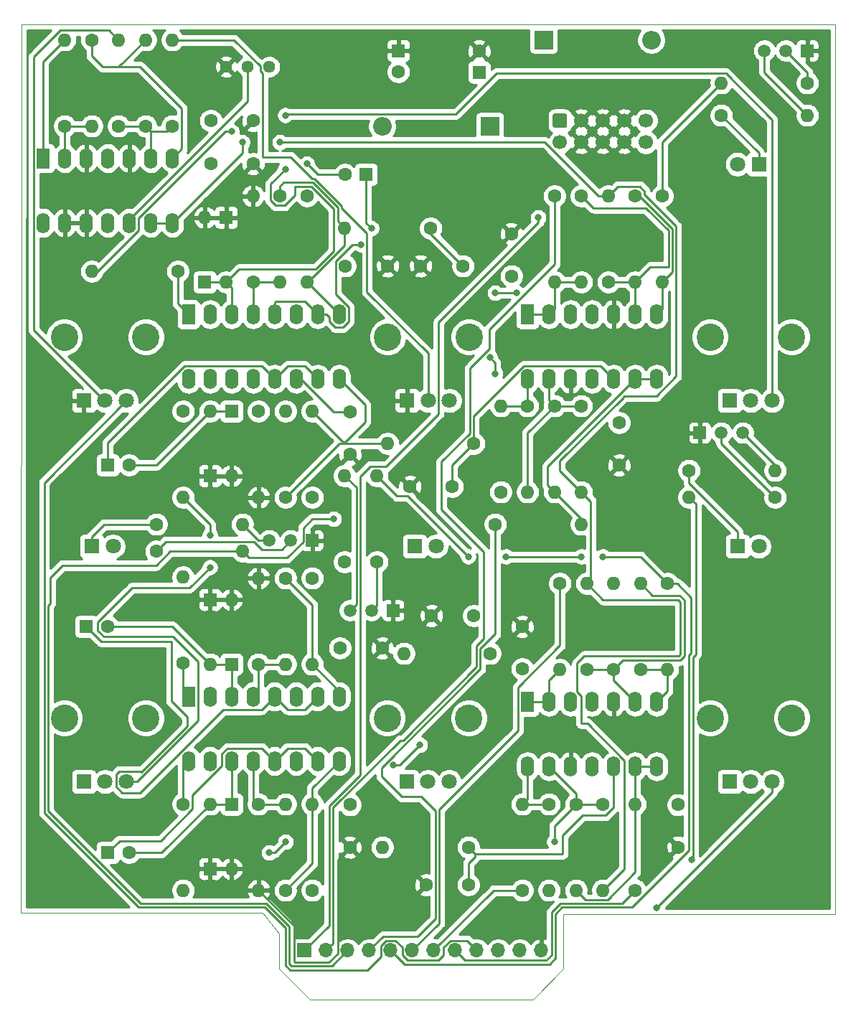
<source format=gbr>
%TF.GenerationSoftware,KiCad,Pcbnew,(5.1.9)-1*%
%TF.CreationDate,2021-09-12T20:22:20+01:00*%
%TF.ProjectId,KOSMOS LFO6,4b4f534d-4f53-4204-9c46-4f362e6b6963,rev?*%
%TF.SameCoordinates,Original*%
%TF.FileFunction,Copper,L2,Bot*%
%TF.FilePolarity,Positive*%
%FSLAX46Y46*%
G04 Gerber Fmt 4.6, Leading zero omitted, Abs format (unit mm)*
G04 Created by KiCad (PCBNEW (5.1.9)-1) date 2021-09-12 20:22:20*
%MOMM*%
%LPD*%
G01*
G04 APERTURE LIST*
%TA.AperFunction,Profile*%
%ADD10C,0.050000*%
%TD*%
%TA.AperFunction,ComponentPad*%
%ADD11O,1.600000X1.600000*%
%TD*%
%TA.AperFunction,ComponentPad*%
%ADD12C,1.600000*%
%TD*%
%TA.AperFunction,ComponentPad*%
%ADD13C,3.240000*%
%TD*%
%TA.AperFunction,ComponentPad*%
%ADD14C,1.800000*%
%TD*%
%TA.AperFunction,ComponentPad*%
%ADD15R,1.800000X1.800000*%
%TD*%
%TA.AperFunction,ComponentPad*%
%ADD16R,1.600000X1.600000*%
%TD*%
%TA.AperFunction,ComponentPad*%
%ADD17O,2.200000X2.200000*%
%TD*%
%TA.AperFunction,ComponentPad*%
%ADD18R,2.200000X2.200000*%
%TD*%
%TA.AperFunction,ComponentPad*%
%ADD19C,1.700000*%
%TD*%
%TA.AperFunction,ComponentPad*%
%ADD20R,1.700000X1.700000*%
%TD*%
%TA.AperFunction,ComponentPad*%
%ADD21O,1.700000X1.700000*%
%TD*%
%TA.AperFunction,ComponentPad*%
%ADD22R,1.500000X1.500000*%
%TD*%
%TA.AperFunction,ComponentPad*%
%ADD23C,1.500000*%
%TD*%
%TA.AperFunction,ComponentPad*%
%ADD24C,1.440000*%
%TD*%
%TA.AperFunction,ComponentPad*%
%ADD25R,1.600000X2.400000*%
%TD*%
%TA.AperFunction,ComponentPad*%
%ADD26O,1.600000X2.400000*%
%TD*%
%TA.AperFunction,ViaPad*%
%ADD27C,0.800000*%
%TD*%
%TA.AperFunction,Conductor*%
%ADD28C,0.250000*%
%TD*%
%TA.AperFunction,Conductor*%
%ADD29C,0.254000*%
%TD*%
%TA.AperFunction,Conductor*%
%ADD30C,0.100000*%
%TD*%
G04 APERTURE END LIST*
D10*
X50368000Y-127195000D02*
X48463000Y-124782000D01*
X83896000Y-131386000D02*
X80340000Y-135000000D01*
X83896000Y-124909000D02*
X83896000Y-131386000D01*
X116027000Y-124909000D02*
X83896000Y-124909000D01*
X50368000Y-131386000D02*
X54051000Y-135000000D01*
X50368000Y-127195000D02*
X50368000Y-131386000D01*
X19888000Y-124782000D02*
X48463000Y-124782000D01*
X54051000Y-135000000D02*
X80340000Y-135000000D01*
X20000000Y-20000000D02*
X116000000Y-20000000D01*
X116000000Y-20000000D02*
X116027000Y-124909000D01*
X20000000Y-20000000D02*
X19888000Y-124782000D01*
D11*
%TO.P,R17,2*%
%TO.N,Net-(R17-Pad2)*%
X86055000Y-50360000D03*
D12*
%TO.P,R17,1*%
%TO.N,Net-(R16-Pad1)*%
X86055000Y-40200000D03*
%TD*%
D13*
%TO.P,RV3,*%
%TO.N,*%
X63200000Y-56835000D03*
X72800000Y-56835000D03*
D14*
%TO.P,RV3,3*%
%TO.N,+12V*%
X70500000Y-64335000D03*
%TO.P,RV3,2*%
%TO.N,Net-(R1-Pad2)*%
X68000000Y-64335000D03*
D15*
%TO.P,RV3,1*%
%TO.N,GND*%
X65500000Y-64335000D03*
%TD*%
D13*
%TO.P,RV4,*%
%TO.N,*%
X25060000Y-56835000D03*
X34660000Y-56835000D03*
D14*
%TO.P,RV4,3*%
%TO.N,/cv1in*%
X32360000Y-64335000D03*
%TO.P,RV4,2*%
%TO.N,Net-(R8-Pad2)*%
X29860000Y-64335000D03*
D15*
%TO.P,RV4,1*%
%TO.N,GND*%
X27360000Y-64335000D03*
%TD*%
D12*
%TO.P,C1,1*%
%TO.N,GND*%
X58750000Y-70680000D03*
%TO.P,C1,2*%
%TO.N,+12V*%
X58750000Y-65680000D03*
%TD*%
%TO.P,C2,2*%
%TO.N,-12V*%
X58195000Y-48455000D03*
%TO.P,C2,1*%
%TO.N,GND*%
X63195000Y-48455000D03*
%TD*%
D16*
%TO.P,C3,1*%
%TO.N,Net-(C3-Pad1)*%
X60655000Y-37660000D03*
D12*
%TO.P,C3,2*%
%TO.N,Net-(C3-Pad2)*%
X58155000Y-37660000D03*
%TD*%
%TO.P,C4,2*%
%TO.N,Net-(C4-Pad2)*%
X30135000Y-91000000D03*
D16*
%TO.P,C4,1*%
%TO.N,Net-(C4-Pad1)*%
X27635000Y-91000000D03*
%TD*%
D12*
%TO.P,C5,1*%
%TO.N,GND*%
X58750000Y-117035000D03*
%TO.P,C5,2*%
%TO.N,+12V*%
X58750000Y-112035000D03*
%TD*%
%TO.P,C6,2*%
%TO.N,-12V*%
X57560000Y-93540000D03*
%TO.P,C6,1*%
%TO.N,GND*%
X62560000Y-93540000D03*
%TD*%
%TO.P,C7,2*%
%TO.N,GND*%
X67085000Y-48455000D03*
%TO.P,C7,1*%
%TO.N,Net-(C7-Pad1)*%
X72085000Y-48455000D03*
%TD*%
%TO.P,C8,2*%
%TO.N,GND*%
X68355000Y-89730000D03*
%TO.P,C8,1*%
%TO.N,Net-(C8-Pad1)*%
X73355000Y-89730000D03*
%TD*%
%TO.P,C9,1*%
%TO.N,GND*%
X77800000Y-44645000D03*
%TO.P,C9,2*%
%TO.N,+12V*%
X77800000Y-49645000D03*
%TD*%
%TO.P,C10,2*%
%TO.N,-12V*%
X90500000Y-66950000D03*
%TO.P,C10,1*%
%TO.N,GND*%
X90500000Y-71950000D03*
%TD*%
%TO.P,C11,1*%
%TO.N,GND*%
X79070000Y-91000000D03*
%TO.P,C11,2*%
%TO.N,+12V*%
X79070000Y-96000000D03*
%TD*%
%TO.P,C12,2*%
%TO.N,-12V*%
X97485000Y-112035000D03*
%TO.P,C12,1*%
%TO.N,GND*%
X97485000Y-117035000D03*
%TD*%
%TO.P,C13,2*%
%TO.N,+12V*%
X42320000Y-31310000D03*
%TO.P,C13,1*%
%TO.N,GND*%
X47320000Y-31310000D03*
%TD*%
%TO.P,C14,1*%
%TO.N,GND*%
X47320000Y-36390000D03*
%TO.P,C14,2*%
%TO.N,-12V*%
X42320000Y-36390000D03*
%TD*%
D16*
%TO.P,C15,1*%
%TO.N,Net-(C15-Pad1)*%
X30175000Y-71950000D03*
D12*
%TO.P,C15,2*%
%TO.N,Net-(C15-Pad2)*%
X32675000Y-71950000D03*
%TD*%
%TO.P,C16,2*%
%TO.N,Net-(C16-Pad2)*%
X32675000Y-117670000D03*
D16*
%TO.P,C16,1*%
%TO.N,Net-(C16-Pad1)*%
X30175000Y-117670000D03*
%TD*%
D12*
%TO.P,C17,1*%
%TO.N,Net-(C17-Pad1)*%
X70815000Y-74490000D03*
%TO.P,C17,2*%
%TO.N,GND*%
X65815000Y-74490000D03*
%TD*%
%TO.P,C18,1*%
%TO.N,Net-(C18-Pad1)*%
X72720000Y-121480000D03*
%TO.P,C18,2*%
%TO.N,GND*%
X67720000Y-121480000D03*
%TD*%
D16*
%TO.P,C19,1*%
%TO.N,+12V*%
X73990000Y-25595000D03*
D12*
%TO.P,C19,2*%
%TO.N,GND*%
X73990000Y-23095000D03*
%TD*%
%TO.P,C20,2*%
%TO.N,-12V*%
X64465000Y-25555000D03*
D16*
%TO.P,C20,1*%
%TO.N,GND*%
X64465000Y-23055000D03*
%TD*%
D11*
%TO.P,D1,2*%
%TO.N,GND*%
X41605000Y-42740000D03*
D16*
%TO.P,D1,1*%
%TO.N,Net-(C3-Pad2)*%
X41605000Y-50360000D03*
%TD*%
%TO.P,D2,1*%
%TO.N,GND*%
X44145000Y-42740000D03*
D11*
%TO.P,D2,2*%
%TO.N,Net-(C3-Pad2)*%
X44145000Y-50360000D03*
%TD*%
D16*
%TO.P,D3,1*%
%TO.N,Net-(C4-Pad2)*%
X44780000Y-95445000D03*
D11*
%TO.P,D3,2*%
%TO.N,GND*%
X44780000Y-87825000D03*
%TD*%
%TO.P,D4,2*%
%TO.N,Net-(C4-Pad2)*%
X42240000Y-95445000D03*
D16*
%TO.P,D4,1*%
%TO.N,GND*%
X42240000Y-87825000D03*
%TD*%
D14*
%TO.P,D5,2*%
%TO.N,+12V*%
X104470000Y-36455000D03*
D15*
%TO.P,D5,1*%
%TO.N,Net-(D5-Pad1)*%
X107010000Y-36455000D03*
%TD*%
D11*
%TO.P,D6,2*%
%TO.N,GND*%
X44780000Y-73220000D03*
D16*
%TO.P,D6,1*%
%TO.N,Net-(C15-Pad2)*%
X44780000Y-65600000D03*
%TD*%
%TO.P,D7,1*%
%TO.N,GND*%
X42240000Y-73220000D03*
D11*
%TO.P,D7,2*%
%TO.N,Net-(C15-Pad2)*%
X42240000Y-65600000D03*
%TD*%
D16*
%TO.P,D8,1*%
%TO.N,Net-(C16-Pad2)*%
X44780000Y-111955000D03*
D11*
%TO.P,D8,2*%
%TO.N,GND*%
X44780000Y-119575000D03*
%TD*%
%TO.P,D9,2*%
%TO.N,Net-(C16-Pad2)*%
X42240000Y-111955000D03*
D16*
%TO.P,D9,1*%
%TO.N,GND*%
X42240000Y-119575000D03*
%TD*%
D15*
%TO.P,D10,1*%
%TO.N,Net-(D10-Pad1)*%
X28270000Y-81540000D03*
D14*
%TO.P,D10,2*%
%TO.N,+12V*%
X30810000Y-81540000D03*
%TD*%
%TO.P,D11,2*%
%TO.N,+12V*%
X68910000Y-81540000D03*
D15*
%TO.P,D11,1*%
%TO.N,Net-(D11-Pad1)*%
X66370000Y-81540000D03*
%TD*%
D17*
%TO.P,D12,2*%
%TO.N,Net-(D12-Pad2)*%
X94310000Y-21785000D03*
D18*
%TO.P,D12,1*%
%TO.N,+12V*%
X81610000Y-21785000D03*
%TD*%
%TO.P,D13,1*%
%TO.N,Net-(D13-Pad1)*%
X75260000Y-31945000D03*
D17*
%TO.P,D13,2*%
%TO.N,-12V*%
X62560000Y-31945000D03*
%TD*%
D15*
%TO.P,D14,1*%
%TO.N,Net-(D14-Pad1)*%
X104470000Y-81540000D03*
D14*
%TO.P,D14,2*%
%TO.N,+12V*%
X107010000Y-81540000D03*
%TD*%
%TO.P,J1,1*%
%TO.N,Net-(D13-Pad1)*%
%TA.AperFunction,ComponentPad*%
G36*
G01*
X82915000Y-30460000D02*
X84115000Y-30460000D01*
G75*
G02*
X84365000Y-30710000I0J-250000D01*
G01*
X84365000Y-31910000D01*
G75*
G02*
X84115000Y-32160000I-250000J0D01*
G01*
X82915000Y-32160000D01*
G75*
G02*
X82665000Y-31910000I0J250000D01*
G01*
X82665000Y-30710000D01*
G75*
G02*
X82915000Y-30460000I250000J0D01*
G01*
G37*
%TD.AperFunction*%
D19*
%TO.P,J1,3*%
%TO.N,GND*%
X86055000Y-31310000D03*
%TO.P,J1,5*%
X88595000Y-31310000D03*
%TO.P,J1,7*%
X91135000Y-31310000D03*
%TO.P,J1,9*%
%TO.N,Net-(D12-Pad2)*%
X93675000Y-31310000D03*
%TO.P,J1,2*%
%TO.N,Net-(D13-Pad1)*%
X83515000Y-33850000D03*
%TO.P,J1,4*%
%TO.N,GND*%
X86055000Y-33850000D03*
%TO.P,J1,6*%
X88595000Y-33850000D03*
%TO.P,J1,8*%
X91135000Y-33850000D03*
%TO.P,J1,10*%
%TO.N,Net-(D12-Pad2)*%
X93675000Y-33850000D03*
%TD*%
D20*
%TO.P,J2,1*%
%TO.N,/Lfo1UniOut*%
X53395000Y-129220000D03*
D21*
%TO.P,J2,2*%
%TO.N,/Lfo1BiOut*%
X55935000Y-129220000D03*
%TO.P,J2,3*%
%TO.N,/Lfo2UniOut*%
X58475000Y-129220000D03*
%TO.P,J2,4*%
%TO.N,/Lfo2BiOut*%
X61015000Y-129220000D03*
%TO.P,J2,5*%
%TO.N,/Lfo3UniOut*%
X63555000Y-129220000D03*
%TO.P,J2,6*%
%TO.N,/Lfo3BiOut*%
X66095000Y-129220000D03*
%TO.P,J2,7*%
%TO.N,/Lfo4UniOut*%
X68635000Y-129220000D03*
%TO.P,J2,8*%
%TO.N,/Lfo4BiOut*%
X71175000Y-129220000D03*
%TO.P,J2,9*%
%TO.N,/cv1in*%
X73715000Y-129220000D03*
%TO.P,J2,10*%
%TO.N,/cv2in*%
X76255000Y-129220000D03*
%TO.P,J2,11*%
%TO.N,Net-(J2-Pad11)*%
X78795000Y-129220000D03*
%TO.P,J2,12*%
%TO.N,GND*%
X81335000Y-129220000D03*
%TD*%
D22*
%TO.P,Q1,1*%
%TO.N,GND*%
X112725000Y-23055000D03*
D23*
%TO.P,Q1,3*%
%TO.N,Net-(Q1-Pad3)*%
X107645000Y-23055000D03*
%TO.P,Q1,2*%
%TO.N,Net-(Q1-Pad2)*%
X110185000Y-23055000D03*
%TD*%
%TO.P,Q2,2*%
%TO.N,Net-(Q2-Pad2)*%
X51765000Y-80840000D03*
%TO.P,Q2,3*%
%TO.N,Net-(Q2-Pad3)*%
X49225000Y-80840000D03*
D22*
%TO.P,Q2,1*%
%TO.N,GND*%
X54305000Y-80840000D03*
%TD*%
%TO.P,Q3,1*%
%TO.N,GND*%
X63830000Y-89095000D03*
D23*
%TO.P,Q3,3*%
%TO.N,Net-(Q3-Pad3)*%
X58750000Y-89095000D03*
%TO.P,Q3,2*%
%TO.N,Net-(Q3-Pad2)*%
X61290000Y-89095000D03*
%TD*%
%TO.P,Q4,2*%
%TO.N,Net-(Q4-Pad2)*%
X102565000Y-68140000D03*
%TO.P,Q4,3*%
%TO.N,Net-(Q4-Pad3)*%
X105105000Y-68140000D03*
D22*
%TO.P,Q4,1*%
%TO.N,GND*%
X100025000Y-68140000D03*
%TD*%
D11*
%TO.P,R1,2*%
%TO.N,Net-(R1-Pad2)*%
X37795000Y-21785000D03*
D12*
%TO.P,R1,1*%
%TO.N,Net-(R1-Pad1)*%
X37795000Y-31945000D03*
%TD*%
%TO.P,R2,1*%
%TO.N,Net-(R2-Pad1)*%
X38430000Y-49090000D03*
D11*
%TO.P,R2,2*%
%TO.N,Net-(R2-Pad2)*%
X28270000Y-49090000D03*
%TD*%
D12*
%TO.P,R3,1*%
%TO.N,Net-(R3-Pad1)*%
X39065000Y-95344999D03*
D11*
%TO.P,R3,2*%
%TO.N,Net-(R3-Pad2)*%
X39065000Y-85184999D03*
%TD*%
%TO.P,R4,2*%
%TO.N,GND*%
X47320000Y-40200000D03*
D12*
%TO.P,R4,1*%
%TO.N,Net-(R4-Pad1)*%
X47320000Y-50360000D03*
%TD*%
D11*
%TO.P,R5,2*%
%TO.N,GND*%
X47955000Y-85285000D03*
D12*
%TO.P,R5,1*%
%TO.N,Net-(R5-Pad1)*%
X47955000Y-95445000D03*
%TD*%
D11*
%TO.P,R6,2*%
%TO.N,Net-(R4-Pad1)*%
X50495000Y-50360000D03*
D12*
%TO.P,R6,1*%
%TO.N,Net-(R12-Pad2)*%
X50495000Y-40200000D03*
%TD*%
%TO.P,R7,1*%
%TO.N,Net-(R10-Pad2)*%
X51130000Y-85285000D03*
D11*
%TO.P,R7,2*%
%TO.N,Net-(R5-Pad1)*%
X51130000Y-95445000D03*
%TD*%
D12*
%TO.P,R8,1*%
%TO.N,Net-(R1-Pad1)*%
X31445000Y-31945000D03*
D11*
%TO.P,R8,2*%
%TO.N,Net-(R8-Pad2)*%
X31445000Y-21785000D03*
%TD*%
%TO.P,R9,2*%
%TO.N,Net-(R12-Pad2)*%
X53670000Y-50360000D03*
D12*
%TO.P,R9,1*%
%TO.N,-12V*%
X53670000Y-40200000D03*
%TD*%
D11*
%TO.P,R10,2*%
%TO.N,Net-(R10-Pad2)*%
X54305000Y-95445000D03*
D12*
%TO.P,R10,1*%
%TO.N,-12V*%
X54305000Y-85285000D03*
%TD*%
%TO.P,R12,1*%
%TO.N,Net-(C7-Pad1)*%
X68275000Y-44010000D03*
D11*
%TO.P,R12,2*%
%TO.N,Net-(R12-Pad2)*%
X58115000Y-44010000D03*
%TD*%
%TO.P,R13,2*%
%TO.N,Net-(R10-Pad2)*%
X65100000Y-94175000D03*
D12*
%TO.P,R13,1*%
%TO.N,Net-(C8-Pad1)*%
X75260000Y-94175000D03*
%TD*%
D11*
%TO.P,R14,2*%
%TO.N,Net-(R14-Pad2)*%
X34620000Y-21785000D03*
D12*
%TO.P,R14,1*%
%TO.N,Net-(R1-Pad1)*%
X34620000Y-31945000D03*
%TD*%
%TO.P,R15,1*%
%TO.N,Net-(R14-Pad2)*%
X28270000Y-21785000D03*
D11*
%TO.P,R15,2*%
%TO.N,Net-(R15-Pad2)*%
X28270000Y-31945000D03*
%TD*%
D12*
%TO.P,R16,1*%
%TO.N,Net-(R16-Pad1)*%
X89230000Y-50360000D03*
D11*
%TO.P,R16,2*%
%TO.N,/OffsetRef*%
X89230000Y-40200000D03*
%TD*%
D12*
%TO.P,R18,1*%
%TO.N,Net-(R18-Pad1)*%
X86690000Y-96080000D03*
D11*
%TO.P,R18,2*%
%TO.N,/OffsetRef*%
X86690000Y-85920000D03*
%TD*%
%TO.P,R19,2*%
%TO.N,Net-(R19-Pad2)*%
X89865000Y-85920000D03*
D12*
%TO.P,R19,1*%
%TO.N,Net-(R18-Pad1)*%
X89865000Y-96080000D03*
%TD*%
%TO.P,R20,1*%
%TO.N,Net-(R15-Pad2)*%
X25095000Y-31945000D03*
D11*
%TO.P,R20,2*%
%TO.N,/VfcGlobal*%
X25095000Y-21785000D03*
%TD*%
%TO.P,R21,2*%
%TO.N,Net-(R16-Pad1)*%
X92405000Y-50360000D03*
D12*
%TO.P,R21,1*%
%TO.N,Net-(R21-Pad1)*%
X92405000Y-40200000D03*
%TD*%
%TO.P,R22,1*%
%TO.N,Net-(R22-Pad1)*%
X93040000Y-96080000D03*
D11*
%TO.P,R22,2*%
%TO.N,Net-(R18-Pad1)*%
X93040000Y-85920000D03*
%TD*%
D12*
%TO.P,R23,1*%
%TO.N,/Lfo1UniOut*%
X95580000Y-40200000D03*
D11*
%TO.P,R23,2*%
%TO.N,Net-(R21-Pad1)*%
X95580000Y-50360000D03*
%TD*%
%TO.P,R24,2*%
%TO.N,Net-(R17-Pad2)*%
X82880000Y-50360000D03*
D12*
%TO.P,R24,1*%
%TO.N,/Lfo1BiOut*%
X82880000Y-40200000D03*
%TD*%
D11*
%TO.P,R25,2*%
%TO.N,Net-(R22-Pad1)*%
X96215000Y-96080000D03*
D12*
%TO.P,R25,1*%
%TO.N,/Lfo3UniOut*%
X96215000Y-85920000D03*
%TD*%
%TO.P,R26,1*%
%TO.N,/Lfo3BiOut*%
X83515000Y-85920000D03*
D11*
%TO.P,R26,2*%
%TO.N,Net-(R19-Pad2)*%
X83515000Y-96080000D03*
%TD*%
%TO.P,R27,2*%
%TO.N,/Lfo1UniOut*%
X102565000Y-26865000D03*
D12*
%TO.P,R27,1*%
%TO.N,Net-(Q1-Pad2)*%
X112725000Y-26865000D03*
%TD*%
%TO.P,R28,1*%
%TO.N,Net-(D5-Pad1)*%
X102565000Y-30675000D03*
D11*
%TO.P,R28,2*%
%TO.N,Net-(Q1-Pad3)*%
X112725000Y-30675000D03*
%TD*%
%TO.P,R29,2*%
%TO.N,Net-(R29-Pad2)*%
X39065000Y-75760000D03*
D12*
%TO.P,R29,1*%
%TO.N,Net-(R29-Pad1)*%
X39065000Y-65600000D03*
%TD*%
D11*
%TO.P,R30,2*%
%TO.N,Net-(R30-Pad2)*%
X39065000Y-122115000D03*
D12*
%TO.P,R30,1*%
%TO.N,Net-(R30-Pad1)*%
X39065000Y-111955000D03*
%TD*%
%TO.P,R31,1*%
%TO.N,Net-(R31-Pad1)*%
X47955000Y-65600000D03*
D11*
%TO.P,R31,2*%
%TO.N,GND*%
X47955000Y-75760000D03*
%TD*%
%TO.P,R32,2*%
%TO.N,GND*%
X47955000Y-122115000D03*
D12*
%TO.P,R32,1*%
%TO.N,Net-(R32-Pad1)*%
X47955000Y-111955000D03*
%TD*%
%TO.P,R33,1*%
%TO.N,Net-(Q2-Pad2)*%
X35890000Y-82110000D03*
D11*
%TO.P,R33,2*%
%TO.N,/Lfo2UniOut*%
X46050000Y-82110000D03*
%TD*%
%TO.P,R34,2*%
%TO.N,Net-(R31-Pad1)*%
X51130000Y-65600000D03*
D12*
%TO.P,R34,1*%
%TO.N,Net-(R34-Pad1)*%
X51130000Y-75760000D03*
%TD*%
%TO.P,R35,1*%
%TO.N,Net-(R35-Pad1)*%
X51130000Y-122115000D03*
D11*
%TO.P,R35,2*%
%TO.N,Net-(R32-Pad1)*%
X51130000Y-111955000D03*
%TD*%
%TO.P,R36,2*%
%TO.N,Net-(Q2-Pad3)*%
X46050000Y-78935000D03*
D12*
%TO.P,R36,1*%
%TO.N,Net-(D10-Pad1)*%
X35890000Y-78935000D03*
%TD*%
%TO.P,R37,1*%
%TO.N,-12V*%
X54305000Y-75760000D03*
D11*
%TO.P,R37,2*%
%TO.N,Net-(R34-Pad1)*%
X54305000Y-65600000D03*
%TD*%
%TO.P,R38,2*%
%TO.N,Net-(R35-Pad1)*%
X54305000Y-111955000D03*
D12*
%TO.P,R38,1*%
%TO.N,-12V*%
X54305000Y-122115000D03*
%TD*%
%TO.P,R39,1*%
%TO.N,Net-(Q3-Pad2)*%
X61925000Y-83380000D03*
D11*
%TO.P,R39,2*%
%TO.N,/Lfo3UniOut*%
X61925000Y-73220000D03*
%TD*%
D12*
%TO.P,R40,1*%
%TO.N,Net-(C17-Pad1)*%
X73355000Y-69410000D03*
D11*
%TO.P,R40,2*%
%TO.N,Net-(R34-Pad1)*%
X63195000Y-69410000D03*
%TD*%
%TO.P,R41,2*%
%TO.N,Net-(R35-Pad1)*%
X62560000Y-117035000D03*
D12*
%TO.P,R41,1*%
%TO.N,Net-(C18-Pad1)*%
X72720000Y-117035000D03*
%TD*%
%TO.P,R42,1*%
%TO.N,Net-(D11-Pad1)*%
X58115000Y-83380000D03*
D11*
%TO.P,R42,2*%
%TO.N,Net-(Q3-Pad3)*%
X58115000Y-73220000D03*
%TD*%
%TO.P,R43,2*%
%TO.N,/OffsetRef*%
X86055000Y-75125000D03*
D12*
%TO.P,R43,1*%
%TO.N,Net-(R43-Pad1)*%
X86055000Y-64965000D03*
%TD*%
%TO.P,R44,1*%
%TO.N,Net-(R43-Pad1)*%
X82880000Y-64965000D03*
D11*
%TO.P,R44,2*%
%TO.N,Net-(R44-Pad2)*%
X82880000Y-75125000D03*
%TD*%
D12*
%TO.P,R45,1*%
%TO.N,Net-(R45-Pad1)*%
X88595000Y-111955000D03*
D11*
%TO.P,R45,2*%
%TO.N,/OffsetRef*%
X88595000Y-122115000D03*
%TD*%
%TO.P,R46,2*%
%TO.N,Net-(R46-Pad2)*%
X85420000Y-122115000D03*
D12*
%TO.P,R46,1*%
%TO.N,Net-(R45-Pad1)*%
X85420000Y-111955000D03*
%TD*%
%TO.P,R47,1*%
%TO.N,Net-(Q4-Pad2)*%
X108915000Y-75760000D03*
D11*
%TO.P,R47,2*%
%TO.N,/Lfo4UniOut*%
X98755000Y-75760000D03*
%TD*%
D12*
%TO.P,R48,1*%
%TO.N,Net-(R48-Pad1)*%
X79705000Y-64965000D03*
D11*
%TO.P,R48,2*%
%TO.N,Net-(R43-Pad1)*%
X79705000Y-75125000D03*
%TD*%
%TO.P,R49,2*%
%TO.N,Net-(R45-Pad1)*%
X82245000Y-122115000D03*
D12*
%TO.P,R49,1*%
%TO.N,Net-(R49-Pad1)*%
X82245000Y-111955000D03*
%TD*%
D11*
%TO.P,R50,2*%
%TO.N,Net-(Q4-Pad3)*%
X108915000Y-72585000D03*
D12*
%TO.P,R50,1*%
%TO.N,Net-(D14-Pad1)*%
X98755000Y-72585000D03*
%TD*%
D11*
%TO.P,R51,2*%
%TO.N,Net-(R48-Pad1)*%
X76530000Y-64965000D03*
D12*
%TO.P,R51,1*%
%TO.N,/Lfo2UniOut*%
X76530000Y-75125000D03*
%TD*%
%TO.P,R52,1*%
%TO.N,/Lfo2BiOut*%
X75895000Y-78935000D03*
D11*
%TO.P,R52,2*%
%TO.N,Net-(R44-Pad2)*%
X86055000Y-78935000D03*
%TD*%
D12*
%TO.P,R53,1*%
%TO.N,/Lfo4UniOut*%
X79070000Y-122115000D03*
D11*
%TO.P,R53,2*%
%TO.N,Net-(R49-Pad1)*%
X79070000Y-111955000D03*
%TD*%
D12*
%TO.P,R54,1*%
%TO.N,/Lfo4BiOut*%
X92405000Y-122115000D03*
D11*
%TO.P,R54,2*%
%TO.N,Net-(R46-Pad2)*%
X92405000Y-111955000D03*
%TD*%
D13*
%TO.P,RV1,*%
%TO.N,*%
X101260000Y-56835000D03*
X110860000Y-56835000D03*
D14*
%TO.P,RV1,3*%
%TO.N,Net-(R2-Pad2)*%
X108560000Y-64335000D03*
%TO.P,RV1,2*%
%TO.N,/VfcGlobal*%
X106060000Y-64335000D03*
D15*
%TO.P,RV1,1*%
X103560000Y-64335000D03*
%TD*%
D13*
%TO.P,RV2,*%
%TO.N,*%
X63160000Y-101805000D03*
X72760000Y-101805000D03*
D14*
%TO.P,RV2,3*%
%TO.N,Net-(R3-Pad2)*%
X70460000Y-109305000D03*
%TO.P,RV2,2*%
%TO.N,/VfcGlobal*%
X67960000Y-109305000D03*
D15*
%TO.P,RV2,1*%
X65460000Y-109305000D03*
%TD*%
%TO.P,RV6,1*%
%TO.N,/VfcGlobal*%
X27360000Y-109305000D03*
D14*
%TO.P,RV6,2*%
X29860000Y-109305000D03*
%TO.P,RV6,3*%
%TO.N,Net-(R29-Pad2)*%
X32360000Y-109305000D03*
D13*
%TO.P,RV6,*%
%TO.N,*%
X34660000Y-101805000D03*
X25060000Y-101805000D03*
%TD*%
D15*
%TO.P,RV7,1*%
%TO.N,/VfcGlobal*%
X103560000Y-109305000D03*
D14*
%TO.P,RV7,2*%
X106060000Y-109305000D03*
%TO.P,RV7,3*%
%TO.N,Net-(R30-Pad2)*%
X108560000Y-109305000D03*
D13*
%TO.P,RV7,*%
%TO.N,*%
X110860000Y-101805000D03*
X101260000Y-101805000D03*
%TD*%
D24*
%TO.P,RV8,1*%
%TO.N,-12V*%
X49225000Y-24960000D03*
%TO.P,RV8,2*%
%TO.N,Net-(RV8-Pad2)*%
X46685000Y-24960000D03*
%TO.P,RV8,3*%
%TO.N,GND*%
X44145000Y-24960000D03*
%TD*%
D25*
%TO.P,U1,1*%
%TO.N,Net-(R2-Pad1)*%
X39700000Y-54170000D03*
D26*
%TO.P,U1,9*%
%TO.N,Net-(R34-Pad1)*%
X57480000Y-61790000D03*
%TO.P,U1,2*%
%TO.N,Net-(U1-Pad2)*%
X42240000Y-54170000D03*
%TO.P,U1,10*%
%TO.N,Net-(C15-Pad1)*%
X54940000Y-61790000D03*
%TO.P,U1,3*%
%TO.N,Net-(C3-Pad2)*%
X44780000Y-54170000D03*
%TO.P,U1,11*%
%TO.N,+12V*%
X52400000Y-61790000D03*
%TO.P,U1,4*%
%TO.N,Net-(R4-Pad1)*%
X47320000Y-54170000D03*
%TO.P,U1,12*%
%TO.N,Net-(C15-Pad1)*%
X49860000Y-61790000D03*
%TO.P,U1,5*%
%TO.N,Net-(C3-Pad1)*%
X49860000Y-54170000D03*
%TO.P,U1,13*%
%TO.N,Net-(R31-Pad1)*%
X47320000Y-61790000D03*
%TO.P,U1,6*%
%TO.N,-12V*%
X52400000Y-54170000D03*
%TO.P,U1,14*%
%TO.N,Net-(C15-Pad2)*%
X44780000Y-61790000D03*
%TO.P,U1,7*%
%TO.N,Net-(C3-Pad1)*%
X54940000Y-54170000D03*
%TO.P,U1,15*%
%TO.N,Net-(U1-Pad15)*%
X42240000Y-61790000D03*
%TO.P,U1,8*%
%TO.N,Net-(R12-Pad2)*%
X57480000Y-54170000D03*
%TO.P,U1,16*%
%TO.N,Net-(R29-Pad1)*%
X39700000Y-61790000D03*
%TD*%
%TO.P,U2,16*%
%TO.N,Net-(R30-Pad1)*%
X39700000Y-106875000D03*
%TO.P,U2,8*%
%TO.N,Net-(R10-Pad2)*%
X57480000Y-99255000D03*
%TO.P,U2,15*%
%TO.N,Net-(U2-Pad15)*%
X42240000Y-106875000D03*
%TO.P,U2,7*%
%TO.N,Net-(C4-Pad1)*%
X54940000Y-99255000D03*
%TO.P,U2,14*%
%TO.N,Net-(C16-Pad2)*%
X44780000Y-106875000D03*
%TO.P,U2,6*%
%TO.N,-12V*%
X52400000Y-99255000D03*
%TO.P,U2,13*%
%TO.N,Net-(R32-Pad1)*%
X47320000Y-106875000D03*
%TO.P,U2,5*%
%TO.N,Net-(C4-Pad1)*%
X49860000Y-99255000D03*
%TO.P,U2,12*%
%TO.N,Net-(C16-Pad1)*%
X49860000Y-106875000D03*
%TO.P,U2,4*%
%TO.N,Net-(R5-Pad1)*%
X47320000Y-99255000D03*
%TO.P,U2,11*%
%TO.N,+12V*%
X52400000Y-106875000D03*
%TO.P,U2,3*%
%TO.N,Net-(C4-Pad2)*%
X44780000Y-99255000D03*
%TO.P,U2,10*%
%TO.N,Net-(C16-Pad1)*%
X54940000Y-106875000D03*
%TO.P,U2,2*%
%TO.N,Net-(U2-Pad2)*%
X42240000Y-99255000D03*
%TO.P,U2,9*%
%TO.N,Net-(R35-Pad1)*%
X57480000Y-106875000D03*
D25*
%TO.P,U2,1*%
%TO.N,Net-(R3-Pad1)*%
X39700000Y-99255000D03*
%TD*%
%TO.P,U3,1*%
%TO.N,Net-(R17-Pad2)*%
X79705000Y-54170000D03*
D26*
%TO.P,U3,8*%
%TO.N,Net-(R44-Pad2)*%
X94945000Y-61790000D03*
%TO.P,U3,2*%
%TO.N,Net-(R17-Pad2)*%
X82245000Y-54170000D03*
%TO.P,U3,9*%
%TO.N,Net-(R44-Pad2)*%
X92405000Y-61790000D03*
%TO.P,U3,3*%
%TO.N,Net-(C7-Pad1)*%
X84785000Y-54170000D03*
%TO.P,U3,10*%
%TO.N,Net-(C17-Pad1)*%
X89865000Y-61790000D03*
%TO.P,U3,4*%
%TO.N,+12V*%
X87325000Y-54170000D03*
%TO.P,U3,11*%
%TO.N,-12V*%
X87325000Y-61790000D03*
%TO.P,U3,5*%
%TO.N,GND*%
X89865000Y-54170000D03*
%TO.P,U3,12*%
X84785000Y-61790000D03*
%TO.P,U3,6*%
%TO.N,Net-(R16-Pad1)*%
X92405000Y-54170000D03*
%TO.P,U3,13*%
%TO.N,Net-(R43-Pad1)*%
X82245000Y-61790000D03*
%TO.P,U3,7*%
%TO.N,Net-(R21-Pad1)*%
X94945000Y-54170000D03*
%TO.P,U3,14*%
%TO.N,Net-(R48-Pad1)*%
X79705000Y-61790000D03*
%TD*%
D25*
%TO.P,U4,1*%
%TO.N,Net-(R19-Pad2)*%
X79705000Y-99890000D03*
D26*
%TO.P,U4,8*%
%TO.N,Net-(R46-Pad2)*%
X94945000Y-107510000D03*
%TO.P,U4,2*%
%TO.N,Net-(R19-Pad2)*%
X82245000Y-99890000D03*
%TO.P,U4,9*%
%TO.N,Net-(R46-Pad2)*%
X92405000Y-107510000D03*
%TO.P,U4,3*%
%TO.N,Net-(C8-Pad1)*%
X84785000Y-99890000D03*
%TO.P,U4,10*%
%TO.N,Net-(C18-Pad1)*%
X89865000Y-107510000D03*
%TO.P,U4,4*%
%TO.N,+12V*%
X87325000Y-99890000D03*
%TO.P,U4,11*%
%TO.N,-12V*%
X87325000Y-107510000D03*
%TO.P,U4,5*%
%TO.N,GND*%
X89865000Y-99890000D03*
%TO.P,U4,12*%
X84785000Y-107510000D03*
%TO.P,U4,6*%
%TO.N,Net-(R18-Pad1)*%
X92405000Y-99890000D03*
%TO.P,U4,13*%
%TO.N,Net-(R45-Pad1)*%
X82245000Y-107510000D03*
%TO.P,U4,7*%
%TO.N,Net-(R22-Pad1)*%
X94945000Y-99890000D03*
%TO.P,U4,14*%
%TO.N,Net-(R49-Pad1)*%
X79705000Y-107510000D03*
%TD*%
%TO.P,U5,14*%
%TO.N,Net-(U5-Pad14)*%
X22555000Y-43375000D03*
%TO.P,U5,7*%
%TO.N,Net-(R14-Pad2)*%
X37795000Y-35755000D03*
%TO.P,U5,13*%
%TO.N,GND*%
X25095000Y-43375000D03*
%TO.P,U5,6*%
%TO.N,Net-(R1-Pad1)*%
X35255000Y-35755000D03*
%TO.P,U5,12*%
%TO.N,GND*%
X27635000Y-43375000D03*
%TO.P,U5,5*%
X32715000Y-35755000D03*
%TO.P,U5,11*%
%TO.N,-12V*%
X30175000Y-43375000D03*
%TO.P,U5,4*%
%TO.N,+12V*%
X30175000Y-35755000D03*
%TO.P,U5,10*%
%TO.N,Net-(RV8-Pad2)*%
X32715000Y-43375000D03*
%TO.P,U5,3*%
%TO.N,GND*%
X27635000Y-35755000D03*
%TO.P,U5,9*%
%TO.N,/OffsetRef*%
X35255000Y-43375000D03*
%TO.P,U5,2*%
%TO.N,Net-(R15-Pad2)*%
X25095000Y-35755000D03*
%TO.P,U5,8*%
%TO.N,/OffsetRef*%
X37795000Y-43375000D03*
D25*
%TO.P,U5,1*%
%TO.N,/VfcGlobal*%
X22555000Y-35755000D03*
%TD*%
D27*
%TO.N,+12V*%
X67005000Y-104970000D03*
X75260000Y-59250000D03*
X75895000Y-61155000D03*
X63815052Y-107376278D03*
%TO.N,Net-(C3-Pad1)*%
X60020000Y-45915000D03*
X61290000Y-44010000D03*
%TO.N,Net-(C3-Pad2)*%
X53670000Y-36390000D03*
X51130000Y-37025000D03*
%TO.N,/Lfo1UniOut*%
X80975000Y-42740000D03*
%TO.N,/Lfo2UniOut*%
X56845000Y-78300000D03*
%TO.N,/Lfo3UniOut*%
X72720000Y-82745000D03*
X77165000Y-82745000D03*
X86055000Y-82745000D03*
X88595000Y-82745000D03*
%TO.N,/Lfo4UniOut*%
X99060012Y-118483012D03*
%TO.N,Net-(R2-Pad2)*%
X51130000Y-30675000D03*
X44780000Y-32580000D03*
%TO.N,Net-(R3-Pad2)*%
X49225000Y-117670000D03*
X51134660Y-116404660D03*
%TO.N,/OffsetRef*%
X50495000Y-33850000D03*
X46050000Y-33850000D03*
%TO.N,Net-(C7-Pad1)*%
X78435000Y-51630000D03*
X75895000Y-51630000D03*
%TO.N,Net-(R29-Pad2)*%
X42240000Y-84015000D03*
X42240000Y-80205000D03*
%TO.N,Net-(R30-Pad2)*%
X94967910Y-124169910D03*
%TO.N,Net-(R45-Pad1)*%
X82880000Y-116400000D03*
%TD*%
D28*
%TO.N,GND*%
X47955000Y-122115000D02*
X52146000Y-126306000D01*
X52146000Y-126306000D02*
X52146000Y-130497000D01*
X52146000Y-130497000D02*
X52273000Y-130624000D01*
X57299999Y-118485001D02*
X58750000Y-117035000D01*
X57299999Y-129594003D02*
X57299999Y-118485001D01*
X56270002Y-130624000D02*
X57299999Y-129594003D01*
X52273000Y-130624000D02*
X56270002Y-130624000D01*
%TO.N,+12V*%
X75260000Y-59250000D02*
X75895000Y-59885000D01*
X75895000Y-59885000D02*
X75895000Y-61155000D01*
X52948996Y-61790000D02*
X52400000Y-61790000D01*
X56838996Y-65680000D02*
X52948996Y-61790000D01*
X58750000Y-65680000D02*
X56838996Y-65680000D01*
X67005000Y-104970000D02*
X64598722Y-107376278D01*
X64598722Y-107376278D02*
X63815052Y-107376278D01*
%TO.N,Net-(C3-Pad1)*%
X53414990Y-52644990D02*
X54940000Y-54170000D01*
X49935010Y-52644990D02*
X53414990Y-52644990D01*
X49860000Y-52720000D02*
X49935010Y-52644990D01*
X49860000Y-54170000D02*
X49860000Y-52720000D01*
X57069999Y-51768995D02*
X57069999Y-47914999D01*
X59069998Y-45915000D02*
X60020000Y-45915000D01*
X58605010Y-53304006D02*
X57069999Y-51768995D01*
X58605010Y-55035994D02*
X58605010Y-53304006D01*
X57945994Y-55695010D02*
X58605010Y-55035994D01*
X57014006Y-55695010D02*
X57945994Y-55695010D01*
X56354990Y-55035994D02*
X57014006Y-55695010D01*
X56354990Y-54534990D02*
X56354990Y-55035994D01*
X55990000Y-54170000D02*
X56354990Y-54534990D01*
X57069999Y-47914999D02*
X59069998Y-45915000D01*
X54940000Y-54170000D02*
X55990000Y-54170000D01*
X60655000Y-43375000D02*
X60655000Y-37660000D01*
X61290000Y-44010000D02*
X60655000Y-43375000D01*
%TO.N,Net-(C3-Pad2)*%
X44780000Y-50995000D02*
X44145000Y-50360000D01*
X44780000Y-54170000D02*
X44780000Y-50995000D01*
X44145000Y-50360000D02*
X41605000Y-50360000D01*
X54940000Y-37660000D02*
X53670000Y-36390000D01*
X58155000Y-37660000D02*
X54940000Y-37660000D01*
X49369999Y-38785001D02*
X51130000Y-37025000D01*
X49369999Y-40740001D02*
X49369999Y-38785001D01*
X49954999Y-41325001D02*
X49369999Y-40740001D01*
X51035001Y-41325001D02*
X49954999Y-41325001D01*
X52255001Y-39074999D02*
X52255001Y-40105001D01*
X54195999Y-39074999D02*
X52255001Y-39074999D01*
X52255001Y-40105001D02*
X51035001Y-41325001D01*
X54686000Y-48836000D02*
X56845000Y-46677000D01*
X45669000Y-48836000D02*
X54686000Y-48836000D01*
X56845000Y-41724000D02*
X54195999Y-39074999D01*
X56845000Y-46677000D02*
X56845000Y-41724000D01*
X44145000Y-50360000D02*
X45669000Y-48836000D01*
%TO.N,Net-(C4-Pad1)*%
X51385010Y-100780010D02*
X49860000Y-99255000D01*
X53414990Y-100780010D02*
X51385010Y-100780010D01*
X54940000Y-99255000D02*
X53414990Y-100780010D01*
X43803986Y-100780010D02*
X48334990Y-100780010D01*
X27635000Y-91000000D02*
X29413000Y-92778000D01*
X29413000Y-92778000D02*
X37668000Y-92778000D01*
X31134999Y-108455001D02*
X31134999Y-109893001D01*
X37668000Y-92778000D02*
X37668000Y-99808002D01*
X33985000Y-110598996D02*
X43803986Y-100780010D01*
X37668000Y-99808002D02*
X39527998Y-101668000D01*
X39527998Y-101668000D02*
X39527998Y-102729002D01*
X48334990Y-100780010D02*
X49860000Y-99255000D01*
X39527998Y-102729002D02*
X34112000Y-108145000D01*
X34112000Y-108145000D02*
X34046999Y-108079999D01*
X34046999Y-108079999D02*
X31510001Y-108079999D01*
X31510001Y-108079999D02*
X31134999Y-108455001D01*
X31134999Y-109893001D02*
X31840994Y-110598996D01*
X31840994Y-110598996D02*
X33985000Y-110598996D01*
%TO.N,Net-(C4-Pad2)*%
X44780000Y-99255000D02*
X44780000Y-95445000D01*
X44780000Y-95445000D02*
X42240000Y-95445000D01*
X42240000Y-95445000D02*
X37795000Y-91000000D01*
X37795000Y-91000000D02*
X30135000Y-91000000D01*
%TO.N,Net-(D14-Pad1)*%
X98755000Y-74094998D02*
X98755000Y-72585000D01*
X104470000Y-79809998D02*
X98755000Y-74094998D01*
X104470000Y-81540000D02*
X104470000Y-79809998D01*
%TO.N,/Lfo1UniOut*%
X95580000Y-33850000D02*
X95580000Y-40200000D01*
X102565000Y-26865000D02*
X95580000Y-33850000D01*
X56325980Y-126289020D02*
X53395000Y-129220000D01*
X59950991Y-108532596D02*
X56325980Y-112157607D01*
X59950991Y-73289009D02*
X59950991Y-108532596D01*
X61145001Y-72094999D02*
X59950991Y-73289009D01*
X80975000Y-42740000D02*
X80975000Y-43305685D01*
X63050001Y-72094999D02*
X61145001Y-72094999D01*
X69225001Y-65919999D02*
X63050001Y-72094999D01*
X80975000Y-43305685D02*
X69225001Y-55055684D01*
X69225001Y-55055684D02*
X69225001Y-65919999D01*
X56325980Y-112157607D02*
X56325980Y-126289020D01*
%TO.N,/Lfo1BiOut*%
X75195012Y-55942990D02*
X75195012Y-58241986D01*
X82880000Y-48258002D02*
X75195012Y-55942990D01*
X72904989Y-60532009D02*
X72904989Y-68195009D01*
X72904989Y-68195009D02*
X69545000Y-71554998D01*
X69545000Y-77210002D02*
X74534999Y-82200001D01*
X82880000Y-40200000D02*
X82880000Y-48258002D01*
X56775991Y-128379009D02*
X55935000Y-129220000D01*
X69545000Y-71554998D02*
X69545000Y-77210002D01*
X56775991Y-112344007D02*
X56775991Y-128379009D01*
X75195012Y-58241986D02*
X72904989Y-60532009D01*
X64688499Y-104431499D02*
X65003501Y-104431499D01*
X64688499Y-104431499D02*
X56775991Y-112344007D01*
X73684988Y-93284010D02*
X74534999Y-92433999D01*
X73684988Y-95750012D02*
X73684988Y-93284010D01*
X65003501Y-104431499D02*
X73684988Y-95750012D01*
X74534999Y-82200001D02*
X74534999Y-92433999D01*
%TO.N,/Lfo2UniOut*%
X56845000Y-78300000D02*
X54305000Y-78300000D01*
X54305000Y-78300000D02*
X53229999Y-79375001D01*
X53229999Y-79375001D02*
X53229999Y-80966003D01*
X53229999Y-80966003D02*
X51286003Y-82909999D01*
X51286003Y-82909999D02*
X46849999Y-82909999D01*
X46849999Y-82909999D02*
X46050000Y-82110000D01*
X23114999Y-88535001D02*
X23114999Y-112795001D01*
X51568991Y-126365401D02*
X51568991Y-130810401D01*
X51568991Y-130810401D02*
X51832599Y-131074009D01*
X51832599Y-131074009D02*
X56620991Y-131074009D01*
X48893602Y-123690012D02*
X51568991Y-126365401D01*
X23114999Y-112795001D02*
X34010010Y-123690012D01*
X56620991Y-131074009D02*
X58475000Y-129220000D01*
X34010010Y-123690012D02*
X48893602Y-123690012D01*
X46050000Y-82110000D02*
X37555002Y-82110000D01*
X23380500Y-88269500D02*
X23380500Y-85221500D01*
X23380500Y-88269500D02*
X23114999Y-88535001D01*
X24833999Y-83768001D02*
X35897001Y-83768001D01*
X23380500Y-85221500D02*
X24833999Y-83768001D01*
X37555002Y-82110000D02*
X35897001Y-83768001D01*
%TO.N,/Lfo2BiOut*%
X75895000Y-78935000D02*
X75895000Y-91874998D01*
X74134999Y-93634999D02*
X74134999Y-96010107D01*
X75895000Y-91874998D02*
X74134999Y-93634999D01*
X62470553Y-108700555D02*
X64835998Y-111066000D01*
X62470553Y-107674553D02*
X62470553Y-108700555D01*
X74134999Y-96010107D02*
X62470553Y-107674553D01*
X64835998Y-111066000D02*
X67132000Y-111066000D01*
X68845001Y-112779001D02*
X68845001Y-125481999D01*
X67132000Y-111066000D02*
X68845001Y-112779001D01*
X62640012Y-127594988D02*
X61015000Y-129220000D01*
X66732012Y-127594988D02*
X62640012Y-127594988D01*
X68845001Y-125481999D02*
X66732012Y-127594988D01*
%TO.N,/Lfo3UniOut*%
X65590001Y-75615001D02*
X72720000Y-82745000D01*
X64320001Y-75615001D02*
X65590001Y-75615001D01*
X61925000Y-73220000D02*
X64320001Y-75615001D01*
X77165000Y-82745000D02*
X86055000Y-82745000D01*
X93040000Y-82745000D02*
X96215000Y-85920000D01*
X88595000Y-82745000D02*
X93040000Y-82745000D01*
X83007000Y-124909000D02*
X83775977Y-124140023D01*
X99020022Y-87593652D02*
X97346370Y-85920000D01*
X97346370Y-85920000D02*
X96215000Y-85920000D01*
X98766020Y-117418982D02*
X98766020Y-94420802D01*
X99020022Y-94166800D02*
X99020022Y-87593652D01*
X98766020Y-94420802D02*
X99020022Y-94166800D01*
X83007000Y-130116000D02*
X83007000Y-124909000D01*
X65180012Y-130845012D02*
X82277988Y-130845012D01*
X63555000Y-129220000D02*
X65180012Y-130845012D01*
X82277988Y-130845012D02*
X83007000Y-130116000D01*
X83775977Y-124140023D02*
X92044979Y-124140023D01*
X92044979Y-124140023D02*
X98766020Y-117418982D01*
%TO.N,/Lfo3BiOut*%
X83515000Y-85920000D02*
X83515000Y-93220002D01*
X83515000Y-93220002D02*
X78579999Y-98155003D01*
X78579999Y-98155003D02*
X78579999Y-103307614D01*
X69295012Y-112592601D02*
X69295012Y-126019988D01*
X69295012Y-126019988D02*
X66095000Y-129220000D01*
X78579999Y-103307614D02*
X69295012Y-112592601D01*
%TO.N,/Lfo4UniOut*%
X75740000Y-122115000D02*
X79070000Y-122115000D01*
X68635000Y-129220000D02*
X75740000Y-122115000D01*
X98755000Y-75760000D02*
X99554999Y-76559999D01*
X99554999Y-76559999D02*
X99554999Y-94268234D01*
X99554999Y-94268234D02*
X99216031Y-94607202D01*
X99216031Y-118326993D02*
X99060012Y-118483012D01*
X99216031Y-94607202D02*
X99216031Y-118326993D01*
%TO.N,/Lfo4BiOut*%
X83589577Y-123690012D02*
X90829988Y-123690012D01*
X82556989Y-129737013D02*
X82556989Y-124722600D01*
X71175000Y-129220000D02*
X72350001Y-130395001D01*
X72350001Y-130395001D02*
X81899001Y-130395001D01*
X81899001Y-130395001D02*
X82556989Y-129737013D01*
X82556989Y-124722600D02*
X83589577Y-123690012D01*
X90829988Y-123690012D02*
X92405000Y-122115000D01*
%TO.N,/cv1in*%
X64119001Y-128044999D02*
X64919999Y-128845997D01*
X69199001Y-130395001D02*
X69810001Y-129784001D01*
X48707203Y-124140023D02*
X51118980Y-126551800D01*
X51646199Y-131524020D02*
X60770980Y-131524020D01*
X60770980Y-131524020D02*
X62379999Y-129915001D01*
X62379999Y-129915001D02*
X62379999Y-128655999D01*
X51118980Y-126551800D02*
X51118980Y-130996801D01*
X62990999Y-128044999D02*
X64119001Y-128044999D01*
X62379999Y-128655999D02*
X62990999Y-128044999D01*
X51118980Y-130996801D02*
X51646199Y-131524020D01*
X64919999Y-129784001D02*
X65530999Y-130395001D01*
X65530999Y-130395001D02*
X69199001Y-130395001D01*
X70610999Y-128044999D02*
X72539999Y-128044999D01*
X69810001Y-128845997D02*
X70610999Y-128044999D01*
X64919999Y-128845997D02*
X64919999Y-129784001D01*
X72539999Y-128044999D02*
X73715000Y-129220000D01*
X33823610Y-124140023D02*
X48707203Y-124140023D01*
X22664988Y-112981401D02*
X33823610Y-124140023D01*
X69810001Y-129784001D02*
X69810001Y-128845997D01*
X22664988Y-74030012D02*
X22664988Y-112981401D01*
X32360000Y-64335000D02*
X22664988Y-74030012D01*
%TO.N,Net-(Q1-Pad2)*%
X112725000Y-25595000D02*
X110185000Y-23055000D01*
X112725000Y-26865000D02*
X112725000Y-25595000D01*
%TO.N,Net-(Q1-Pad3)*%
X107645000Y-25595000D02*
X107645000Y-23055000D01*
X112725000Y-30675000D02*
X107645000Y-25595000D01*
%TO.N,Net-(Q2-Pad3)*%
X49225000Y-80840000D02*
X47955000Y-80840000D01*
X47955000Y-80840000D02*
X46050000Y-78935000D01*
%TO.N,Net-(Q2-Pad2)*%
X35890000Y-82110000D02*
X37015001Y-80984999D01*
X37015001Y-80984999D02*
X47463589Y-80984999D01*
X50689999Y-81915001D02*
X51765000Y-80840000D01*
X47463589Y-80984999D02*
X48393591Y-81915001D01*
X48393591Y-81915001D02*
X50689999Y-81915001D01*
%TO.N,Net-(Q3-Pad3)*%
X59499999Y-74604999D02*
X58115000Y-73220000D01*
X59499999Y-88345001D02*
X59499999Y-74604999D01*
X58750000Y-89095000D02*
X59499999Y-88345001D01*
%TO.N,Net-(Q3-Pad2)*%
X61925000Y-88460000D02*
X61290000Y-89095000D01*
X61925000Y-83380000D02*
X61925000Y-88460000D01*
%TO.N,Net-(Q4-Pad3)*%
X108915000Y-71950000D02*
X108915000Y-72585000D01*
X105105000Y-68140000D02*
X108915000Y-71950000D01*
%TO.N,Net-(Q4-Pad2)*%
X102565000Y-69410000D02*
X108915000Y-75760000D01*
X102565000Y-68140000D02*
X102565000Y-69410000D01*
%TO.N,Net-(R1-Pad2)*%
X60764301Y-51520699D02*
X60764301Y-44624480D01*
X60764301Y-44624480D02*
X57745022Y-41605201D01*
X48179999Y-24908397D02*
X45056602Y-21785000D01*
X48179999Y-25461601D02*
X48179999Y-24908397D01*
X48445001Y-35610001D02*
X48445001Y-25726603D01*
X51749822Y-35610001D02*
X48445001Y-35610001D01*
X48445001Y-25726603D02*
X48179999Y-25461601D01*
X54296800Y-38156980D02*
X51749822Y-35610001D01*
X57745022Y-41351201D02*
X54550801Y-38156980D01*
X45056602Y-21785000D02*
X37795000Y-21785000D01*
X57745022Y-41605201D02*
X57745022Y-41351201D01*
X68000000Y-58756398D02*
X60764301Y-51520699D01*
X68000000Y-64335000D02*
X68000000Y-58756398D01*
X54550801Y-38156980D02*
X54296800Y-38156980D01*
%TO.N,Net-(R1-Pad1)*%
X35255000Y-32580000D02*
X34620000Y-31945000D01*
X35255000Y-35755000D02*
X35255000Y-32580000D01*
X37160000Y-32580000D02*
X37795000Y-31945000D01*
X35255000Y-32580000D02*
X37160000Y-32580000D01*
X34620000Y-31945000D02*
X31445000Y-31945000D01*
%TO.N,Net-(R2-Pad2)*%
X71250003Y-30519999D02*
X51285001Y-30519999D01*
X76030003Y-25739999D02*
X71250003Y-30519999D01*
X103105001Y-25739999D02*
X76030003Y-25739999D01*
X108560000Y-31194998D02*
X103105001Y-25739999D01*
X108560000Y-64335000D02*
X108560000Y-31194998D01*
X51285001Y-30519999D02*
X51130000Y-30675000D01*
X28991004Y-49090000D02*
X28270000Y-49090000D01*
X33840010Y-44240994D02*
X28991004Y-49090000D01*
X33840010Y-42798986D02*
X33840010Y-44240994D01*
X44058996Y-32580000D02*
X33840010Y-42798986D01*
X44780000Y-32580000D02*
X44058996Y-32580000D01*
%TO.N,Net-(R2-Pad1)*%
X38430000Y-52900000D02*
X39700000Y-54170000D01*
X38430000Y-49090000D02*
X38430000Y-52900000D01*
%TO.N,Net-(R3-Pad2)*%
X49869320Y-117670000D02*
X51134660Y-116404660D01*
X49225000Y-117670000D02*
X49869320Y-117670000D01*
%TO.N,Net-(R3-Pad1)*%
X39065000Y-98620000D02*
X39700000Y-99255000D01*
X39065000Y-95344999D02*
X39065000Y-98620000D01*
%TO.N,Net-(R4-Pad1)*%
X47320000Y-54170000D02*
X47320000Y-50360000D01*
X47320000Y-50360000D02*
X50495000Y-50360000D01*
%TO.N,Net-(R5-Pad1)*%
X51130000Y-95445000D02*
X47955000Y-95445000D01*
X47955000Y-98620000D02*
X47320000Y-99255000D01*
X47955000Y-95445000D02*
X47955000Y-98620000D01*
%TO.N,Net-(R10-Pad2)*%
X57480000Y-98620000D02*
X54305000Y-95445000D01*
X57480000Y-99255000D02*
X57480000Y-98620000D01*
X54305000Y-88460000D02*
X51130000Y-85285000D01*
X54305000Y-95445000D02*
X54305000Y-88460000D01*
%TO.N,Net-(R12-Pad2)*%
X53670000Y-50360000D02*
X57480000Y-54170000D01*
X58115000Y-44010000D02*
X58115000Y-46043411D01*
X58115000Y-46043411D02*
X53798411Y-50360000D01*
X53798411Y-50360000D02*
X53670000Y-50360000D01*
X58115000Y-44010000D02*
X57295011Y-43190011D01*
X50495000Y-39068630D02*
X50495000Y-40200000D01*
X57295011Y-43190011D02*
X57295011Y-41537600D01*
X57295011Y-41537600D02*
X54382399Y-38624988D01*
X50938642Y-38624988D02*
X50495000Y-39068630D01*
X54382399Y-38624988D02*
X50938642Y-38624988D01*
%TO.N,Net-(R15-Pad2)*%
X25095000Y-35755000D02*
X25095000Y-31945000D01*
X25095000Y-31945000D02*
X28270000Y-31945000D01*
%TO.N,Net-(R19-Pad2)*%
X79705000Y-99890000D02*
X82245000Y-99890000D01*
X82245000Y-97350000D02*
X83515000Y-96080000D01*
X82245000Y-99890000D02*
X82245000Y-97350000D01*
%TO.N,Net-(R21-Pad1)*%
X95580000Y-53535000D02*
X94945000Y-54170000D01*
X95580000Y-50360000D02*
X95580000Y-53535000D01*
X92914410Y-40200000D02*
X96792011Y-44077600D01*
X92405000Y-40200000D02*
X92914410Y-40200000D01*
X96792011Y-44077600D02*
X96792011Y-49147989D01*
X96792011Y-49147989D02*
X95580000Y-50360000D01*
%TO.N,/OffsetRef*%
X35255000Y-43375000D02*
X37795000Y-43375000D01*
X81748630Y-33850000D02*
X50495000Y-33850000D01*
X88098630Y-40200000D02*
X81748630Y-33850000D01*
X89230000Y-40200000D02*
X88098630Y-40200000D01*
X46050000Y-35120000D02*
X37795000Y-43375000D01*
X46050000Y-33850000D02*
X46050000Y-35120000D01*
X87180001Y-85429999D02*
X86690000Y-85920000D01*
X87180001Y-76250001D02*
X87180001Y-85429999D01*
X86055000Y-75125000D02*
X87180001Y-76250001D01*
X85564999Y-98678995D02*
X86055000Y-99168996D01*
X88595000Y-122115000D02*
X91135000Y-119575000D01*
X91135000Y-106788996D02*
X86776004Y-102430000D01*
X86776004Y-102430000D02*
X86055000Y-102430000D01*
X91135000Y-119575000D02*
X91135000Y-106788996D01*
X86055000Y-99168996D02*
X86055000Y-102430000D01*
X92945001Y-39074999D02*
X90355001Y-39074999D01*
X93530001Y-40055001D02*
X93530001Y-39659999D01*
X97242022Y-43767022D02*
X93530001Y-40055001D01*
X90355001Y-39074999D02*
X89230000Y-40200000D01*
X97242022Y-61483982D02*
X97242022Y-43767022D01*
X94904004Y-63822000D02*
X97242022Y-61483982D01*
X93530001Y-39659999D02*
X92945001Y-39074999D01*
X91008000Y-63822000D02*
X94904004Y-63822000D01*
X91008000Y-63949000D02*
X91008000Y-63822000D01*
X83515000Y-71442000D02*
X91008000Y-63949000D01*
X83515000Y-72585000D02*
X83515000Y-71442000D01*
X86055000Y-75125000D02*
X83515000Y-72585000D01*
X86690000Y-85920000D02*
X88595000Y-87825000D01*
X88595000Y-87825000D02*
X97485000Y-87825000D01*
X97485000Y-87825000D02*
X97739000Y-88079000D01*
X97739000Y-88079000D02*
X97739000Y-94302000D01*
X86396010Y-94504988D02*
X85564999Y-95335999D01*
X97536012Y-94504988D02*
X86396010Y-94504988D01*
X97739000Y-94302000D02*
X97536012Y-94504988D01*
X85564999Y-95335999D02*
X85564999Y-98678995D01*
%TO.N,/VfcGlobal*%
X22555000Y-24325000D02*
X25095000Y-21785000D01*
X22555000Y-35755000D02*
X22555000Y-24325000D01*
%TO.N,Net-(R30-Pad1)*%
X39065000Y-107510000D02*
X39700000Y-106875000D01*
X39065000Y-111955000D02*
X39065000Y-107510000D01*
%TO.N,Net-(R43-Pad1)*%
X82245000Y-64330000D02*
X82880000Y-64965000D01*
X82245000Y-61790000D02*
X82245000Y-64330000D01*
X82880000Y-64965000D02*
X86055000Y-64965000D01*
X82880000Y-64965000D02*
X79705000Y-68140000D01*
X79705000Y-68140000D02*
X79705000Y-75125000D01*
%TO.N,Net-(R48-Pad1)*%
X76530000Y-64965000D02*
X79705000Y-64965000D01*
X79705000Y-64965000D02*
X79705000Y-61790000D01*
%TO.N,Net-(C7-Pad1)*%
X68275000Y-44645000D02*
X68275000Y-44010000D01*
X72085000Y-48455000D02*
X68275000Y-44645000D01*
X78435000Y-51630000D02*
X75895000Y-51630000D01*
%TO.N,Net-(C15-Pad1)*%
X51385010Y-60264990D02*
X49860000Y-61790000D01*
X53414990Y-60264990D02*
X51385010Y-60264990D01*
X54940000Y-61790000D02*
X53414990Y-60264990D01*
X30175000Y-69323996D02*
X30175000Y-71950000D01*
X39234006Y-60264990D02*
X30175000Y-69323996D01*
X48334990Y-60264990D02*
X39234006Y-60264990D01*
X49860000Y-61790000D02*
X48334990Y-60264990D01*
%TO.N,Net-(C15-Pad2)*%
X42240000Y-65600000D02*
X44780000Y-65600000D01*
X35890000Y-71950000D02*
X42240000Y-65600000D01*
X32675000Y-71950000D02*
X35890000Y-71950000D01*
%TO.N,Net-(C16-Pad2)*%
X36525000Y-117670000D02*
X42240000Y-111955000D01*
X32675000Y-117670000D02*
X36525000Y-117670000D01*
X42240000Y-111955000D02*
X44780000Y-111955000D01*
X44780000Y-111955000D02*
X44780000Y-106875000D01*
%TO.N,Net-(C16-Pad1)*%
X53414990Y-105349990D02*
X54940000Y-106875000D01*
X51385010Y-105349990D02*
X53414990Y-105349990D01*
X49860000Y-106875000D02*
X51385010Y-105349990D01*
X48334990Y-105349990D02*
X49860000Y-106875000D01*
X44314006Y-105349990D02*
X48334990Y-105349990D01*
X43654990Y-106009006D02*
X44314006Y-105349990D01*
X40190001Y-110916003D02*
X43654990Y-107451014D01*
X43654990Y-107451014D02*
X43654990Y-106009006D01*
X40190001Y-112495001D02*
X40190001Y-110916003D01*
X36412002Y-116273000D02*
X40190001Y-112495001D01*
X31572000Y-116273000D02*
X36412002Y-116273000D01*
X30175000Y-117670000D02*
X31572000Y-116273000D01*
%TO.N,Net-(C17-Pad1)*%
X70815000Y-71950000D02*
X73355000Y-69410000D01*
X70815000Y-74490000D02*
X70815000Y-71950000D01*
X88339990Y-60264990D02*
X89865000Y-61790000D01*
X79239006Y-60264990D02*
X88339990Y-60264990D01*
X73355000Y-66148996D02*
X79239006Y-60264990D01*
X73355000Y-69410000D02*
X73355000Y-66148996D01*
%TO.N,Net-(C18-Pad1)*%
X72720000Y-117035000D02*
X73519999Y-117834999D01*
X72720000Y-121480000D02*
X72720000Y-118940000D01*
X73519999Y-118140001D02*
X72720000Y-118940000D01*
X73519999Y-117834999D02*
X73519999Y-118140001D01*
X83858001Y-115675999D02*
X83858001Y-117834999D01*
X88919501Y-113295501D02*
X86238499Y-113295501D01*
X89865000Y-112350002D02*
X88919501Y-113295501D01*
X83858001Y-117834999D02*
X73519999Y-117834999D01*
X89865000Y-107510000D02*
X89865000Y-112350002D01*
X86238499Y-113295501D02*
X83858001Y-115675999D01*
%TO.N,Net-(D5-Pad1)*%
X107010000Y-35120000D02*
X102565000Y-30675000D01*
X107010000Y-36455000D02*
X107010000Y-35120000D01*
%TO.N,Net-(D10-Pad1)*%
X29725000Y-78935000D02*
X35890000Y-78935000D01*
X28270000Y-80390000D02*
X29725000Y-78935000D01*
X28270000Y-81540000D02*
X28270000Y-80390000D01*
%TO.N,Net-(R8-Pad2)*%
X21429990Y-23785008D02*
X21429990Y-56019988D01*
X31445000Y-21785000D02*
X30319999Y-20659999D01*
X30319999Y-20659999D02*
X24554999Y-20659999D01*
X24554999Y-20659999D02*
X21429990Y-23785008D01*
X21429990Y-56019988D02*
X29745002Y-64335000D01*
X29745002Y-64335000D02*
X29860000Y-64335000D01*
%TO.N,Net-(R14-Pad2)*%
X28270000Y-21785000D02*
X28270000Y-23690000D01*
X28270000Y-23690000D02*
X29540000Y-24960000D01*
X31445000Y-24960000D02*
X34620000Y-21785000D01*
X29540000Y-24960000D02*
X31445000Y-24960000D01*
X31445000Y-24960000D02*
X33985000Y-24960000D01*
X38920001Y-29895001D02*
X38920001Y-34629999D01*
X38920001Y-34629999D02*
X37795000Y-35755000D01*
X33985000Y-24960000D02*
X38920001Y-29895001D01*
%TO.N,Net-(R16-Pad1)*%
X89230000Y-50360000D02*
X92405000Y-50360000D01*
X92405000Y-50360000D02*
X92405000Y-54170000D01*
X86055000Y-40200000D02*
X87452000Y-41597000D01*
X87452000Y-41597000D02*
X93675000Y-41597000D01*
X93675000Y-41597000D02*
X96342000Y-44264000D01*
X96342000Y-44264000D02*
X96342000Y-48582000D01*
X94183000Y-48582000D02*
X92405000Y-50360000D01*
X96342000Y-48582000D02*
X94183000Y-48582000D01*
%TO.N,Net-(R17-Pad2)*%
X86055000Y-50360000D02*
X82880000Y-50360000D01*
X82880000Y-53535000D02*
X82245000Y-54170000D01*
X82880000Y-50360000D02*
X82880000Y-53535000D01*
X82245000Y-54170000D02*
X79705000Y-54170000D01*
%TO.N,Net-(R18-Pad1)*%
X86690000Y-96080000D02*
X89865000Y-96080000D01*
X89865000Y-97350000D02*
X92405000Y-99890000D01*
X89865000Y-96080000D02*
X89865000Y-97350000D01*
X97722412Y-94954999D02*
X90990001Y-94954999D01*
X93040000Y-85920000D02*
X94437000Y-87317000D01*
X94437000Y-87317000D02*
X97613410Y-87317000D01*
X98189011Y-87892600D02*
X98189011Y-94488400D01*
X90990001Y-94954999D02*
X89865000Y-96080000D01*
X97613410Y-87317000D02*
X98189011Y-87892600D01*
X98189011Y-94488400D02*
X97722412Y-94954999D01*
%TO.N,Net-(R22-Pad1)*%
X93040000Y-96080000D02*
X96215000Y-96080000D01*
X96215000Y-98620000D02*
X94945000Y-99890000D01*
X96215000Y-96080000D02*
X96215000Y-98620000D01*
%TO.N,Net-(R29-Pad2)*%
X42240000Y-78935000D02*
X39065000Y-75760000D01*
X42240000Y-80205000D02*
X42240000Y-78935000D01*
X42240000Y-84015000D02*
X39839997Y-86415003D01*
X29009999Y-90459999D02*
X29009999Y-91484588D01*
X39839997Y-86415003D02*
X33054995Y-86415003D01*
X29009999Y-91484588D02*
X29726400Y-92200989D01*
X33054995Y-86415003D02*
X29009999Y-90459999D01*
X29726400Y-92200989D02*
X37854400Y-92200989D01*
X40825001Y-102112791D02*
X33632792Y-109305000D01*
X37854400Y-92200989D02*
X40825001Y-95171590D01*
X40825001Y-95171590D02*
X40825001Y-102112791D01*
X33632792Y-109305000D02*
X32360000Y-109305000D01*
%TO.N,Net-(R30-Pad2)*%
X108560000Y-110577820D02*
X108560000Y-109305000D01*
X94967910Y-124169910D02*
X108560000Y-110577820D01*
%TO.N,Net-(R32-Pad1)*%
X47320000Y-111320000D02*
X47955000Y-111955000D01*
X47320000Y-106875000D02*
X47320000Y-111320000D01*
X47955000Y-111955000D02*
X51130000Y-111955000D01*
%TO.N,Net-(R34-Pad1)*%
X58115000Y-69410000D02*
X54305000Y-65600000D01*
X63195000Y-69410000D02*
X58115000Y-69410000D01*
X51130000Y-75760000D02*
X57480000Y-69410000D01*
X60528000Y-66870000D02*
X60528000Y-64838000D01*
X57988000Y-69410000D02*
X60528000Y-66870000D01*
X60528000Y-64838000D02*
X57480000Y-61790000D01*
X57480000Y-69410000D02*
X57988000Y-69410000D01*
X57988000Y-69410000D02*
X58115000Y-69410000D01*
%TO.N,Net-(R35-Pad1)*%
X54305000Y-118940000D02*
X51130000Y-122115000D01*
X54305000Y-111955000D02*
X54305000Y-118940000D01*
X54305000Y-110050000D02*
X54305000Y-111955000D01*
X57480000Y-106875000D02*
X54305000Y-110050000D01*
%TO.N,Net-(R44-Pad2)*%
X86055000Y-78300000D02*
X86055000Y-78935000D01*
X82880000Y-75125000D02*
X86055000Y-78300000D01*
X92405000Y-61790000D02*
X94945000Y-61790000D01*
X82880000Y-75125000D02*
X82080001Y-74325001D01*
X82080001Y-74325001D02*
X82080001Y-72113588D01*
X82080001Y-72113588D02*
X92403589Y-61790000D01*
X92403589Y-61790000D02*
X92405000Y-61790000D01*
%TO.N,Net-(R45-Pad1)*%
X88595000Y-111955000D02*
X85420000Y-111955000D01*
X85420000Y-110685000D02*
X82245000Y-107510000D01*
X85420000Y-111955000D02*
X85420000Y-110685000D01*
X85420000Y-111955000D02*
X82880000Y-114495000D01*
X82880000Y-114495000D02*
X82880000Y-116400000D01*
%TO.N,Net-(R46-Pad2)*%
X92405000Y-119970002D02*
X92405000Y-111955000D01*
X86545001Y-123240001D02*
X89135001Y-123240001D01*
X85420000Y-122115000D02*
X86545001Y-123240001D01*
X92405000Y-111955000D02*
X92405000Y-107510000D01*
X92405000Y-107510000D02*
X94945000Y-107510000D01*
X89135001Y-123240001D02*
X92405000Y-119970002D01*
%TO.N,Net-(R49-Pad1)*%
X79705000Y-111320000D02*
X79070000Y-111955000D01*
X79705000Y-107510000D02*
X79705000Y-111320000D01*
X79070000Y-111955000D02*
X82245000Y-111955000D01*
%TO.N,Net-(RV8-Pad2)*%
X46685000Y-29005000D02*
X46685000Y-24960000D01*
X32715000Y-42975000D02*
X46685000Y-29005000D01*
X32715000Y-43375000D02*
X32715000Y-42975000D01*
%TD*%
D29*
%TO.N,GND*%
X83586068Y-101091100D02*
X83765392Y-101309607D01*
X83983899Y-101488932D01*
X84233192Y-101622182D01*
X84503691Y-101704236D01*
X84785000Y-101731943D01*
X85066308Y-101704236D01*
X85295001Y-101634864D01*
X85295001Y-102392657D01*
X85291323Y-102430000D01*
X85305997Y-102578986D01*
X85349454Y-102722247D01*
X85420026Y-102854276D01*
X85514999Y-102970001D01*
X85630724Y-103064974D01*
X85762753Y-103135546D01*
X85906014Y-103179003D01*
X86017667Y-103190000D01*
X86055000Y-103193677D01*
X86092333Y-103190000D01*
X86461203Y-103190000D01*
X89141039Y-105869836D01*
X89063900Y-105911068D01*
X88845393Y-106090392D01*
X88666068Y-106308899D01*
X88595000Y-106441858D01*
X88523932Y-106308899D01*
X88344608Y-106090392D01*
X88126101Y-105911068D01*
X87876808Y-105777818D01*
X87606309Y-105695764D01*
X87325000Y-105668057D01*
X87043692Y-105695764D01*
X86773193Y-105777818D01*
X86523900Y-105911068D01*
X86305393Y-106090392D01*
X86126068Y-106308899D01*
X86057735Y-106436741D01*
X85907601Y-106207161D01*
X85709895Y-106005500D01*
X85476646Y-105846285D01*
X85216818Y-105735633D01*
X85134039Y-105718096D01*
X84912000Y-105840085D01*
X84912000Y-107383000D01*
X84932000Y-107383000D01*
X84932000Y-107637000D01*
X84912000Y-107637000D01*
X84912000Y-107657000D01*
X84658000Y-107657000D01*
X84658000Y-107637000D01*
X84638000Y-107637000D01*
X84638000Y-107383000D01*
X84658000Y-107383000D01*
X84658000Y-105840085D01*
X84435961Y-105718096D01*
X84353182Y-105735633D01*
X84093354Y-105846285D01*
X83860105Y-106005500D01*
X83662399Y-106207161D01*
X83512265Y-106436741D01*
X83443932Y-106308899D01*
X83264608Y-106090392D01*
X83046101Y-105911068D01*
X82796808Y-105777818D01*
X82526309Y-105695764D01*
X82245000Y-105668057D01*
X81963692Y-105695764D01*
X81693193Y-105777818D01*
X81443900Y-105911068D01*
X81225393Y-106090392D01*
X81046068Y-106308899D01*
X80975000Y-106441858D01*
X80903932Y-106308899D01*
X80724608Y-106090392D01*
X80506101Y-105911068D01*
X80256808Y-105777818D01*
X79986309Y-105695764D01*
X79705000Y-105668057D01*
X79423692Y-105695764D01*
X79153193Y-105777818D01*
X78903900Y-105911068D01*
X78685393Y-106090392D01*
X78506068Y-106308899D01*
X78372818Y-106558192D01*
X78290764Y-106828691D01*
X78270000Y-107039508D01*
X78270000Y-107980491D01*
X78290764Y-108191308D01*
X78372818Y-108461807D01*
X78506068Y-108711100D01*
X78685392Y-108929607D01*
X78903899Y-109108932D01*
X78945000Y-109130901D01*
X78945001Y-110520000D01*
X78928665Y-110520000D01*
X78651426Y-110575147D01*
X78390273Y-110683320D01*
X78155241Y-110840363D01*
X77955363Y-111040241D01*
X77798320Y-111275273D01*
X77690147Y-111536426D01*
X77635000Y-111813665D01*
X77635000Y-112096335D01*
X77690147Y-112373574D01*
X77798320Y-112634727D01*
X77955363Y-112869759D01*
X78155241Y-113069637D01*
X78390273Y-113226680D01*
X78651426Y-113334853D01*
X78928665Y-113390000D01*
X79211335Y-113390000D01*
X79488574Y-113334853D01*
X79749727Y-113226680D01*
X79984759Y-113069637D01*
X80184637Y-112869759D01*
X80288043Y-112715000D01*
X81026957Y-112715000D01*
X81130363Y-112869759D01*
X81330241Y-113069637D01*
X81565273Y-113226680D01*
X81826426Y-113334853D01*
X82103665Y-113390000D01*
X82386335Y-113390000D01*
X82663574Y-113334853D01*
X82924727Y-113226680D01*
X83159759Y-113069637D01*
X83359637Y-112869759D01*
X83516680Y-112634727D01*
X83624853Y-112373574D01*
X83680000Y-112096335D01*
X83680000Y-111813665D01*
X83624853Y-111536426D01*
X83516680Y-111275273D01*
X83359637Y-111040241D01*
X83159759Y-110840363D01*
X82924727Y-110683320D01*
X82663574Y-110575147D01*
X82386335Y-110520000D01*
X82103665Y-110520000D01*
X81826426Y-110575147D01*
X81565273Y-110683320D01*
X81330241Y-110840363D01*
X81130363Y-111040241D01*
X81026957Y-111195000D01*
X80465000Y-111195000D01*
X80465000Y-109130900D01*
X80506100Y-109108932D01*
X80724607Y-108929608D01*
X80903932Y-108711101D01*
X80975000Y-108578142D01*
X81046068Y-108711100D01*
X81225392Y-108929607D01*
X81443899Y-109108932D01*
X81693192Y-109242182D01*
X81963691Y-109324236D01*
X82245000Y-109351943D01*
X82526308Y-109324236D01*
X82796807Y-109242182D01*
X82865607Y-109205408D01*
X84502901Y-110842703D01*
X84305363Y-111040241D01*
X84148320Y-111275273D01*
X84040147Y-111536426D01*
X83985000Y-111813665D01*
X83985000Y-112096335D01*
X84021312Y-112278886D01*
X82369003Y-113931196D01*
X82339999Y-113954999D01*
X82302209Y-114001047D01*
X82245026Y-114070724D01*
X82174455Y-114202753D01*
X82174454Y-114202754D01*
X82130997Y-114346015D01*
X82120000Y-114457668D01*
X82120000Y-114457678D01*
X82116324Y-114495000D01*
X82120000Y-114532323D01*
X82120001Y-115696288D01*
X82076063Y-115740226D01*
X81962795Y-115909744D01*
X81884774Y-116098102D01*
X81845000Y-116298061D01*
X81845000Y-116501939D01*
X81884774Y-116701898D01*
X81962795Y-116890256D01*
X82076063Y-117059774D01*
X82091288Y-117074999D01*
X74155000Y-117074999D01*
X74155000Y-116893665D01*
X74099853Y-116616426D01*
X73991680Y-116355273D01*
X73834637Y-116120241D01*
X73634759Y-115920363D01*
X73399727Y-115763320D01*
X73138574Y-115655147D01*
X72861335Y-115600000D01*
X72578665Y-115600000D01*
X72301426Y-115655147D01*
X72040273Y-115763320D01*
X71805241Y-115920363D01*
X71605363Y-116120241D01*
X71448320Y-116355273D01*
X71340147Y-116616426D01*
X71285000Y-116893665D01*
X71285000Y-117176335D01*
X71340147Y-117453574D01*
X71448320Y-117714727D01*
X71605363Y-117949759D01*
X71805241Y-118149637D01*
X72040273Y-118306680D01*
X72208701Y-118376445D01*
X72180000Y-118399999D01*
X72156202Y-118428997D01*
X72156201Y-118428998D01*
X72085026Y-118515724D01*
X72014454Y-118647754D01*
X71994305Y-118714180D01*
X71970998Y-118791014D01*
X71967552Y-118825998D01*
X71956324Y-118940000D01*
X71960001Y-118977332D01*
X71960000Y-120261956D01*
X71805241Y-120365363D01*
X71605363Y-120565241D01*
X71448320Y-120800273D01*
X71340147Y-121061426D01*
X71285000Y-121338665D01*
X71285000Y-121621335D01*
X71340147Y-121898574D01*
X71448320Y-122159727D01*
X71605363Y-122394759D01*
X71805241Y-122594637D01*
X72040273Y-122751680D01*
X72301426Y-122859853D01*
X72578665Y-122915000D01*
X72861335Y-122915000D01*
X73138574Y-122859853D01*
X73399727Y-122751680D01*
X73634759Y-122594637D01*
X73834637Y-122394759D01*
X73991680Y-122159727D01*
X74099853Y-121898574D01*
X74155000Y-121621335D01*
X74155000Y-121338665D01*
X74099853Y-121061426D01*
X73991680Y-120800273D01*
X73834637Y-120565241D01*
X73634759Y-120365363D01*
X73480000Y-120261957D01*
X73480000Y-119254802D01*
X74031007Y-118703796D01*
X74060000Y-118680002D01*
X74083794Y-118651009D01*
X74083798Y-118651005D01*
X74129760Y-118594999D01*
X83820668Y-118594999D01*
X83858001Y-118598676D01*
X84006987Y-118584002D01*
X84150248Y-118540545D01*
X84282277Y-118469973D01*
X84398002Y-118375000D01*
X84492975Y-118259275D01*
X84563547Y-118127246D01*
X84607004Y-117983985D01*
X84618001Y-117872332D01*
X84621678Y-117834999D01*
X84618001Y-117797666D01*
X84618001Y-115990800D01*
X86553301Y-114055501D01*
X88882179Y-114055501D01*
X88919501Y-114059177D01*
X88956823Y-114055501D01*
X88956834Y-114055501D01*
X89068487Y-114044504D01*
X89211748Y-114001047D01*
X89343777Y-113930475D01*
X89459502Y-113835502D01*
X89483305Y-113806499D01*
X90375001Y-112914803D01*
X90375000Y-119260197D01*
X88918886Y-120716312D01*
X88736335Y-120680000D01*
X88453665Y-120680000D01*
X88176426Y-120735147D01*
X87915273Y-120843320D01*
X87680241Y-121000363D01*
X87480363Y-121200241D01*
X87323320Y-121435273D01*
X87215147Y-121696426D01*
X87160000Y-121973665D01*
X87160000Y-122256335D01*
X87204491Y-122480001D01*
X86859803Y-122480001D01*
X86818688Y-122438886D01*
X86855000Y-122256335D01*
X86855000Y-121973665D01*
X86799853Y-121696426D01*
X86691680Y-121435273D01*
X86534637Y-121200241D01*
X86334759Y-121000363D01*
X86099727Y-120843320D01*
X85838574Y-120735147D01*
X85561335Y-120680000D01*
X85278665Y-120680000D01*
X85001426Y-120735147D01*
X84740273Y-120843320D01*
X84505241Y-121000363D01*
X84305363Y-121200241D01*
X84148320Y-121435273D01*
X84040147Y-121696426D01*
X83985000Y-121973665D01*
X83985000Y-122256335D01*
X84040147Y-122533574D01*
X84148320Y-122794727D01*
X84238714Y-122930012D01*
X83626900Y-122930012D01*
X83589577Y-122926336D01*
X83552254Y-122930012D01*
X83552244Y-122930012D01*
X83440591Y-122941009D01*
X83413433Y-122949247D01*
X83516680Y-122794727D01*
X83624853Y-122533574D01*
X83680000Y-122256335D01*
X83680000Y-121973665D01*
X83624853Y-121696426D01*
X83516680Y-121435273D01*
X83359637Y-121200241D01*
X83159759Y-121000363D01*
X82924727Y-120843320D01*
X82663574Y-120735147D01*
X82386335Y-120680000D01*
X82103665Y-120680000D01*
X81826426Y-120735147D01*
X81565273Y-120843320D01*
X81330241Y-121000363D01*
X81130363Y-121200241D01*
X80973320Y-121435273D01*
X80865147Y-121696426D01*
X80810000Y-121973665D01*
X80810000Y-122256335D01*
X80865147Y-122533574D01*
X80973320Y-122794727D01*
X81130363Y-123029759D01*
X81330241Y-123229637D01*
X81565273Y-123386680D01*
X81826426Y-123494853D01*
X82103665Y-123550000D01*
X82386335Y-123550000D01*
X82663574Y-123494853D01*
X82742716Y-123462071D01*
X82045987Y-124158801D01*
X82016989Y-124182599D01*
X81993191Y-124211597D01*
X81993190Y-124211598D01*
X81922015Y-124298324D01*
X81851443Y-124430354D01*
X81838869Y-124471808D01*
X81807987Y-124573614D01*
X81800206Y-124652617D01*
X81793313Y-124722600D01*
X81796990Y-124759932D01*
X81796989Y-127810402D01*
X81691890Y-127778524D01*
X81462000Y-127899845D01*
X81462000Y-129093000D01*
X81482000Y-129093000D01*
X81482000Y-129347000D01*
X81462000Y-129347000D01*
X81462000Y-129367000D01*
X81208000Y-129367000D01*
X81208000Y-129347000D01*
X81188000Y-129347000D01*
X81188000Y-129093000D01*
X81208000Y-129093000D01*
X81208000Y-127899845D01*
X80978110Y-127778524D01*
X80830901Y-127823175D01*
X80568080Y-127948359D01*
X80334731Y-128122412D01*
X80139822Y-128338645D01*
X80070195Y-128455534D01*
X79948475Y-128273368D01*
X79741632Y-128066525D01*
X79498411Y-127904010D01*
X79228158Y-127792068D01*
X78941260Y-127735000D01*
X78648740Y-127735000D01*
X78361842Y-127792068D01*
X78091589Y-127904010D01*
X77848368Y-128066525D01*
X77641525Y-128273368D01*
X77525000Y-128447760D01*
X77408475Y-128273368D01*
X77201632Y-128066525D01*
X76958411Y-127904010D01*
X76688158Y-127792068D01*
X76401260Y-127735000D01*
X76108740Y-127735000D01*
X75821842Y-127792068D01*
X75551589Y-127904010D01*
X75308368Y-128066525D01*
X75101525Y-128273368D01*
X74985000Y-128447760D01*
X74868475Y-128273368D01*
X74661632Y-128066525D01*
X74418411Y-127904010D01*
X74148158Y-127792068D01*
X73861260Y-127735000D01*
X73568740Y-127735000D01*
X73348592Y-127778791D01*
X73103803Y-127534002D01*
X73080000Y-127504998D01*
X72964275Y-127410025D01*
X72832246Y-127339453D01*
X72688985Y-127295996D01*
X72577332Y-127284999D01*
X72577321Y-127284999D01*
X72539999Y-127281323D01*
X72502677Y-127284999D01*
X71644802Y-127284999D01*
X76054802Y-122875000D01*
X77851957Y-122875000D01*
X77955363Y-123029759D01*
X78155241Y-123229637D01*
X78390273Y-123386680D01*
X78651426Y-123494853D01*
X78928665Y-123550000D01*
X79211335Y-123550000D01*
X79488574Y-123494853D01*
X79749727Y-123386680D01*
X79984759Y-123229637D01*
X80184637Y-123029759D01*
X80341680Y-122794727D01*
X80449853Y-122533574D01*
X80505000Y-122256335D01*
X80505000Y-121973665D01*
X80449853Y-121696426D01*
X80341680Y-121435273D01*
X80184637Y-121200241D01*
X79984759Y-121000363D01*
X79749727Y-120843320D01*
X79488574Y-120735147D01*
X79211335Y-120680000D01*
X78928665Y-120680000D01*
X78651426Y-120735147D01*
X78390273Y-120843320D01*
X78155241Y-121000363D01*
X77955363Y-121200241D01*
X77851957Y-121355000D01*
X75777322Y-121355000D01*
X75739999Y-121351324D01*
X75702676Y-121355000D01*
X75702667Y-121355000D01*
X75591014Y-121365997D01*
X75447753Y-121409454D01*
X75315724Y-121480026D01*
X75199999Y-121574999D01*
X75176201Y-121603997D01*
X69001408Y-127778791D01*
X68781260Y-127735000D01*
X68654802Y-127735000D01*
X69806015Y-126583787D01*
X69835013Y-126559989D01*
X69929986Y-126444264D01*
X70000558Y-126312235D01*
X70044015Y-126168974D01*
X70055012Y-126057321D01*
X70055012Y-126057312D01*
X70058688Y-126019989D01*
X70055012Y-125982666D01*
X70055012Y-112907402D01*
X79091002Y-103871413D01*
X79120000Y-103847615D01*
X79214973Y-103731890D01*
X79285545Y-103599861D01*
X79329002Y-103456600D01*
X79339999Y-103344947D01*
X79343676Y-103307614D01*
X79339999Y-103270281D01*
X79339999Y-101728072D01*
X80505000Y-101728072D01*
X80629482Y-101715812D01*
X80749180Y-101679502D01*
X80859494Y-101620537D01*
X80956185Y-101541185D01*
X81035537Y-101444494D01*
X81094502Y-101334180D01*
X81130812Y-101214482D01*
X81132581Y-101196517D01*
X81225392Y-101309607D01*
X81443899Y-101488932D01*
X81693192Y-101622182D01*
X81963691Y-101704236D01*
X82245000Y-101731943D01*
X82526308Y-101704236D01*
X82796807Y-101622182D01*
X83046100Y-101488932D01*
X83264607Y-101309608D01*
X83443932Y-101091101D01*
X83515000Y-100958142D01*
X83586068Y-101091100D01*
%TA.AperFunction,Conductor*%
D30*
G36*
X83586068Y-101091100D02*
G01*
X83765392Y-101309607D01*
X83983899Y-101488932D01*
X84233192Y-101622182D01*
X84503691Y-101704236D01*
X84785000Y-101731943D01*
X85066308Y-101704236D01*
X85295001Y-101634864D01*
X85295001Y-102392657D01*
X85291323Y-102430000D01*
X85305997Y-102578986D01*
X85349454Y-102722247D01*
X85420026Y-102854276D01*
X85514999Y-102970001D01*
X85630724Y-103064974D01*
X85762753Y-103135546D01*
X85906014Y-103179003D01*
X86017667Y-103190000D01*
X86055000Y-103193677D01*
X86092333Y-103190000D01*
X86461203Y-103190000D01*
X89141039Y-105869836D01*
X89063900Y-105911068D01*
X88845393Y-106090392D01*
X88666068Y-106308899D01*
X88595000Y-106441858D01*
X88523932Y-106308899D01*
X88344608Y-106090392D01*
X88126101Y-105911068D01*
X87876808Y-105777818D01*
X87606309Y-105695764D01*
X87325000Y-105668057D01*
X87043692Y-105695764D01*
X86773193Y-105777818D01*
X86523900Y-105911068D01*
X86305393Y-106090392D01*
X86126068Y-106308899D01*
X86057735Y-106436741D01*
X85907601Y-106207161D01*
X85709895Y-106005500D01*
X85476646Y-105846285D01*
X85216818Y-105735633D01*
X85134039Y-105718096D01*
X84912000Y-105840085D01*
X84912000Y-107383000D01*
X84932000Y-107383000D01*
X84932000Y-107637000D01*
X84912000Y-107637000D01*
X84912000Y-107657000D01*
X84658000Y-107657000D01*
X84658000Y-107637000D01*
X84638000Y-107637000D01*
X84638000Y-107383000D01*
X84658000Y-107383000D01*
X84658000Y-105840085D01*
X84435961Y-105718096D01*
X84353182Y-105735633D01*
X84093354Y-105846285D01*
X83860105Y-106005500D01*
X83662399Y-106207161D01*
X83512265Y-106436741D01*
X83443932Y-106308899D01*
X83264608Y-106090392D01*
X83046101Y-105911068D01*
X82796808Y-105777818D01*
X82526309Y-105695764D01*
X82245000Y-105668057D01*
X81963692Y-105695764D01*
X81693193Y-105777818D01*
X81443900Y-105911068D01*
X81225393Y-106090392D01*
X81046068Y-106308899D01*
X80975000Y-106441858D01*
X80903932Y-106308899D01*
X80724608Y-106090392D01*
X80506101Y-105911068D01*
X80256808Y-105777818D01*
X79986309Y-105695764D01*
X79705000Y-105668057D01*
X79423692Y-105695764D01*
X79153193Y-105777818D01*
X78903900Y-105911068D01*
X78685393Y-106090392D01*
X78506068Y-106308899D01*
X78372818Y-106558192D01*
X78290764Y-106828691D01*
X78270000Y-107039508D01*
X78270000Y-107980491D01*
X78290764Y-108191308D01*
X78372818Y-108461807D01*
X78506068Y-108711100D01*
X78685392Y-108929607D01*
X78903899Y-109108932D01*
X78945000Y-109130901D01*
X78945001Y-110520000D01*
X78928665Y-110520000D01*
X78651426Y-110575147D01*
X78390273Y-110683320D01*
X78155241Y-110840363D01*
X77955363Y-111040241D01*
X77798320Y-111275273D01*
X77690147Y-111536426D01*
X77635000Y-111813665D01*
X77635000Y-112096335D01*
X77690147Y-112373574D01*
X77798320Y-112634727D01*
X77955363Y-112869759D01*
X78155241Y-113069637D01*
X78390273Y-113226680D01*
X78651426Y-113334853D01*
X78928665Y-113390000D01*
X79211335Y-113390000D01*
X79488574Y-113334853D01*
X79749727Y-113226680D01*
X79984759Y-113069637D01*
X80184637Y-112869759D01*
X80288043Y-112715000D01*
X81026957Y-112715000D01*
X81130363Y-112869759D01*
X81330241Y-113069637D01*
X81565273Y-113226680D01*
X81826426Y-113334853D01*
X82103665Y-113390000D01*
X82386335Y-113390000D01*
X82663574Y-113334853D01*
X82924727Y-113226680D01*
X83159759Y-113069637D01*
X83359637Y-112869759D01*
X83516680Y-112634727D01*
X83624853Y-112373574D01*
X83680000Y-112096335D01*
X83680000Y-111813665D01*
X83624853Y-111536426D01*
X83516680Y-111275273D01*
X83359637Y-111040241D01*
X83159759Y-110840363D01*
X82924727Y-110683320D01*
X82663574Y-110575147D01*
X82386335Y-110520000D01*
X82103665Y-110520000D01*
X81826426Y-110575147D01*
X81565273Y-110683320D01*
X81330241Y-110840363D01*
X81130363Y-111040241D01*
X81026957Y-111195000D01*
X80465000Y-111195000D01*
X80465000Y-109130900D01*
X80506100Y-109108932D01*
X80724607Y-108929608D01*
X80903932Y-108711101D01*
X80975000Y-108578142D01*
X81046068Y-108711100D01*
X81225392Y-108929607D01*
X81443899Y-109108932D01*
X81693192Y-109242182D01*
X81963691Y-109324236D01*
X82245000Y-109351943D01*
X82526308Y-109324236D01*
X82796807Y-109242182D01*
X82865607Y-109205408D01*
X84502901Y-110842703D01*
X84305363Y-111040241D01*
X84148320Y-111275273D01*
X84040147Y-111536426D01*
X83985000Y-111813665D01*
X83985000Y-112096335D01*
X84021312Y-112278886D01*
X82369003Y-113931196D01*
X82339999Y-113954999D01*
X82302209Y-114001047D01*
X82245026Y-114070724D01*
X82174455Y-114202753D01*
X82174454Y-114202754D01*
X82130997Y-114346015D01*
X82120000Y-114457668D01*
X82120000Y-114457678D01*
X82116324Y-114495000D01*
X82120000Y-114532323D01*
X82120001Y-115696288D01*
X82076063Y-115740226D01*
X81962795Y-115909744D01*
X81884774Y-116098102D01*
X81845000Y-116298061D01*
X81845000Y-116501939D01*
X81884774Y-116701898D01*
X81962795Y-116890256D01*
X82076063Y-117059774D01*
X82091288Y-117074999D01*
X74155000Y-117074999D01*
X74155000Y-116893665D01*
X74099853Y-116616426D01*
X73991680Y-116355273D01*
X73834637Y-116120241D01*
X73634759Y-115920363D01*
X73399727Y-115763320D01*
X73138574Y-115655147D01*
X72861335Y-115600000D01*
X72578665Y-115600000D01*
X72301426Y-115655147D01*
X72040273Y-115763320D01*
X71805241Y-115920363D01*
X71605363Y-116120241D01*
X71448320Y-116355273D01*
X71340147Y-116616426D01*
X71285000Y-116893665D01*
X71285000Y-117176335D01*
X71340147Y-117453574D01*
X71448320Y-117714727D01*
X71605363Y-117949759D01*
X71805241Y-118149637D01*
X72040273Y-118306680D01*
X72208701Y-118376445D01*
X72180000Y-118399999D01*
X72156202Y-118428997D01*
X72156201Y-118428998D01*
X72085026Y-118515724D01*
X72014454Y-118647754D01*
X71994305Y-118714180D01*
X71970998Y-118791014D01*
X71967552Y-118825998D01*
X71956324Y-118940000D01*
X71960001Y-118977332D01*
X71960000Y-120261956D01*
X71805241Y-120365363D01*
X71605363Y-120565241D01*
X71448320Y-120800273D01*
X71340147Y-121061426D01*
X71285000Y-121338665D01*
X71285000Y-121621335D01*
X71340147Y-121898574D01*
X71448320Y-122159727D01*
X71605363Y-122394759D01*
X71805241Y-122594637D01*
X72040273Y-122751680D01*
X72301426Y-122859853D01*
X72578665Y-122915000D01*
X72861335Y-122915000D01*
X73138574Y-122859853D01*
X73399727Y-122751680D01*
X73634759Y-122594637D01*
X73834637Y-122394759D01*
X73991680Y-122159727D01*
X74099853Y-121898574D01*
X74155000Y-121621335D01*
X74155000Y-121338665D01*
X74099853Y-121061426D01*
X73991680Y-120800273D01*
X73834637Y-120565241D01*
X73634759Y-120365363D01*
X73480000Y-120261957D01*
X73480000Y-119254802D01*
X74031007Y-118703796D01*
X74060000Y-118680002D01*
X74083794Y-118651009D01*
X74083798Y-118651005D01*
X74129760Y-118594999D01*
X83820668Y-118594999D01*
X83858001Y-118598676D01*
X84006987Y-118584002D01*
X84150248Y-118540545D01*
X84282277Y-118469973D01*
X84398002Y-118375000D01*
X84492975Y-118259275D01*
X84563547Y-118127246D01*
X84607004Y-117983985D01*
X84618001Y-117872332D01*
X84621678Y-117834999D01*
X84618001Y-117797666D01*
X84618001Y-115990800D01*
X86553301Y-114055501D01*
X88882179Y-114055501D01*
X88919501Y-114059177D01*
X88956823Y-114055501D01*
X88956834Y-114055501D01*
X89068487Y-114044504D01*
X89211748Y-114001047D01*
X89343777Y-113930475D01*
X89459502Y-113835502D01*
X89483305Y-113806499D01*
X90375001Y-112914803D01*
X90375000Y-119260197D01*
X88918886Y-120716312D01*
X88736335Y-120680000D01*
X88453665Y-120680000D01*
X88176426Y-120735147D01*
X87915273Y-120843320D01*
X87680241Y-121000363D01*
X87480363Y-121200241D01*
X87323320Y-121435273D01*
X87215147Y-121696426D01*
X87160000Y-121973665D01*
X87160000Y-122256335D01*
X87204491Y-122480001D01*
X86859803Y-122480001D01*
X86818688Y-122438886D01*
X86855000Y-122256335D01*
X86855000Y-121973665D01*
X86799853Y-121696426D01*
X86691680Y-121435273D01*
X86534637Y-121200241D01*
X86334759Y-121000363D01*
X86099727Y-120843320D01*
X85838574Y-120735147D01*
X85561335Y-120680000D01*
X85278665Y-120680000D01*
X85001426Y-120735147D01*
X84740273Y-120843320D01*
X84505241Y-121000363D01*
X84305363Y-121200241D01*
X84148320Y-121435273D01*
X84040147Y-121696426D01*
X83985000Y-121973665D01*
X83985000Y-122256335D01*
X84040147Y-122533574D01*
X84148320Y-122794727D01*
X84238714Y-122930012D01*
X83626900Y-122930012D01*
X83589577Y-122926336D01*
X83552254Y-122930012D01*
X83552244Y-122930012D01*
X83440591Y-122941009D01*
X83413433Y-122949247D01*
X83516680Y-122794727D01*
X83624853Y-122533574D01*
X83680000Y-122256335D01*
X83680000Y-121973665D01*
X83624853Y-121696426D01*
X83516680Y-121435273D01*
X83359637Y-121200241D01*
X83159759Y-121000363D01*
X82924727Y-120843320D01*
X82663574Y-120735147D01*
X82386335Y-120680000D01*
X82103665Y-120680000D01*
X81826426Y-120735147D01*
X81565273Y-120843320D01*
X81330241Y-121000363D01*
X81130363Y-121200241D01*
X80973320Y-121435273D01*
X80865147Y-121696426D01*
X80810000Y-121973665D01*
X80810000Y-122256335D01*
X80865147Y-122533574D01*
X80973320Y-122794727D01*
X81130363Y-123029759D01*
X81330241Y-123229637D01*
X81565273Y-123386680D01*
X81826426Y-123494853D01*
X82103665Y-123550000D01*
X82386335Y-123550000D01*
X82663574Y-123494853D01*
X82742716Y-123462071D01*
X82045987Y-124158801D01*
X82016989Y-124182599D01*
X81993191Y-124211597D01*
X81993190Y-124211598D01*
X81922015Y-124298324D01*
X81851443Y-124430354D01*
X81838869Y-124471808D01*
X81807987Y-124573614D01*
X81800206Y-124652617D01*
X81793313Y-124722600D01*
X81796990Y-124759932D01*
X81796989Y-127810402D01*
X81691890Y-127778524D01*
X81462000Y-127899845D01*
X81462000Y-129093000D01*
X81482000Y-129093000D01*
X81482000Y-129347000D01*
X81462000Y-129347000D01*
X81462000Y-129367000D01*
X81208000Y-129367000D01*
X81208000Y-129347000D01*
X81188000Y-129347000D01*
X81188000Y-129093000D01*
X81208000Y-129093000D01*
X81208000Y-127899845D01*
X80978110Y-127778524D01*
X80830901Y-127823175D01*
X80568080Y-127948359D01*
X80334731Y-128122412D01*
X80139822Y-128338645D01*
X80070195Y-128455534D01*
X79948475Y-128273368D01*
X79741632Y-128066525D01*
X79498411Y-127904010D01*
X79228158Y-127792068D01*
X78941260Y-127735000D01*
X78648740Y-127735000D01*
X78361842Y-127792068D01*
X78091589Y-127904010D01*
X77848368Y-128066525D01*
X77641525Y-128273368D01*
X77525000Y-128447760D01*
X77408475Y-128273368D01*
X77201632Y-128066525D01*
X76958411Y-127904010D01*
X76688158Y-127792068D01*
X76401260Y-127735000D01*
X76108740Y-127735000D01*
X75821842Y-127792068D01*
X75551589Y-127904010D01*
X75308368Y-128066525D01*
X75101525Y-128273368D01*
X74985000Y-128447760D01*
X74868475Y-128273368D01*
X74661632Y-128066525D01*
X74418411Y-127904010D01*
X74148158Y-127792068D01*
X73861260Y-127735000D01*
X73568740Y-127735000D01*
X73348592Y-127778791D01*
X73103803Y-127534002D01*
X73080000Y-127504998D01*
X72964275Y-127410025D01*
X72832246Y-127339453D01*
X72688985Y-127295996D01*
X72577332Y-127284999D01*
X72577321Y-127284999D01*
X72539999Y-127281323D01*
X72502677Y-127284999D01*
X71644802Y-127284999D01*
X76054802Y-122875000D01*
X77851957Y-122875000D01*
X77955363Y-123029759D01*
X78155241Y-123229637D01*
X78390273Y-123386680D01*
X78651426Y-123494853D01*
X78928665Y-123550000D01*
X79211335Y-123550000D01*
X79488574Y-123494853D01*
X79749727Y-123386680D01*
X79984759Y-123229637D01*
X80184637Y-123029759D01*
X80341680Y-122794727D01*
X80449853Y-122533574D01*
X80505000Y-122256335D01*
X80505000Y-121973665D01*
X80449853Y-121696426D01*
X80341680Y-121435273D01*
X80184637Y-121200241D01*
X79984759Y-121000363D01*
X79749727Y-120843320D01*
X79488574Y-120735147D01*
X79211335Y-120680000D01*
X78928665Y-120680000D01*
X78651426Y-120735147D01*
X78390273Y-120843320D01*
X78155241Y-121000363D01*
X77955363Y-121200241D01*
X77851957Y-121355000D01*
X75777322Y-121355000D01*
X75739999Y-121351324D01*
X75702676Y-121355000D01*
X75702667Y-121355000D01*
X75591014Y-121365997D01*
X75447753Y-121409454D01*
X75315724Y-121480026D01*
X75199999Y-121574999D01*
X75176201Y-121603997D01*
X69001408Y-127778791D01*
X68781260Y-127735000D01*
X68654802Y-127735000D01*
X69806015Y-126583787D01*
X69835013Y-126559989D01*
X69929986Y-126444264D01*
X70000558Y-126312235D01*
X70044015Y-126168974D01*
X70055012Y-126057321D01*
X70055012Y-126057312D01*
X70058688Y-126019989D01*
X70055012Y-125982666D01*
X70055012Y-112907402D01*
X79091002Y-103871413D01*
X79120000Y-103847615D01*
X79214973Y-103731890D01*
X79285545Y-103599861D01*
X79329002Y-103456600D01*
X79339999Y-103344947D01*
X79343676Y-103307614D01*
X79339999Y-103270281D01*
X79339999Y-101728072D01*
X80505000Y-101728072D01*
X80629482Y-101715812D01*
X80749180Y-101679502D01*
X80859494Y-101620537D01*
X80956185Y-101541185D01*
X81035537Y-101444494D01*
X81094502Y-101334180D01*
X81130812Y-101214482D01*
X81132581Y-101196517D01*
X81225392Y-101309607D01*
X81443899Y-101488932D01*
X81693192Y-101622182D01*
X81963691Y-101704236D01*
X82245000Y-101731943D01*
X82526308Y-101704236D01*
X82796807Y-101622182D01*
X83046100Y-101488932D01*
X83264607Y-101309608D01*
X83443932Y-101091101D01*
X83515000Y-100958142D01*
X83586068Y-101091100D01*
G37*
%TD.AperFunction*%
D29*
X61710554Y-108663223D02*
X61706877Y-108700555D01*
X61710554Y-108737888D01*
X61719119Y-108824843D01*
X61721551Y-108849540D01*
X61765007Y-108992801D01*
X61835579Y-109124831D01*
X61875698Y-109173715D01*
X61930553Y-109240556D01*
X61959551Y-109264354D01*
X64272203Y-111577008D01*
X64295997Y-111606001D01*
X64324990Y-111629795D01*
X64324994Y-111629799D01*
X64385774Y-111679679D01*
X64411722Y-111700974D01*
X64543751Y-111771546D01*
X64687012Y-111815003D01*
X64798665Y-111826000D01*
X64798674Y-111826000D01*
X64835997Y-111829676D01*
X64873320Y-111826000D01*
X66817199Y-111826000D01*
X68085001Y-113093803D01*
X68085002Y-120092098D01*
X67931816Y-120053700D01*
X67649488Y-120039783D01*
X67369870Y-120081213D01*
X67103708Y-120176397D01*
X66978486Y-120243329D01*
X66906903Y-120487298D01*
X67720000Y-121300395D01*
X67734143Y-121286253D01*
X67913748Y-121465858D01*
X67899605Y-121480000D01*
X67913748Y-121494143D01*
X67734143Y-121673748D01*
X67720000Y-121659605D01*
X66906903Y-122472702D01*
X66978486Y-122716671D01*
X67233996Y-122837571D01*
X67508184Y-122906300D01*
X67790512Y-122920217D01*
X68070130Y-122878787D01*
X68085002Y-122873469D01*
X68085002Y-125167196D01*
X66417211Y-126834988D01*
X62677334Y-126834988D01*
X62640011Y-126831312D01*
X62602689Y-126834988D01*
X62602679Y-126834988D01*
X62491026Y-126845985D01*
X62347765Y-126889442D01*
X62215735Y-126960014D01*
X62196164Y-126976076D01*
X62100011Y-127054987D01*
X62076213Y-127083985D01*
X61381408Y-127778790D01*
X61161260Y-127735000D01*
X60868740Y-127735000D01*
X60581842Y-127792068D01*
X60311589Y-127904010D01*
X60068368Y-128066525D01*
X59861525Y-128273368D01*
X59745000Y-128447760D01*
X59628475Y-128273368D01*
X59421632Y-128066525D01*
X59178411Y-127904010D01*
X58908158Y-127792068D01*
X58621260Y-127735000D01*
X58328740Y-127735000D01*
X58041842Y-127792068D01*
X57771589Y-127904010D01*
X57535991Y-128061431D01*
X57535991Y-121550512D01*
X66279783Y-121550512D01*
X66321213Y-121830130D01*
X66416397Y-122096292D01*
X66483329Y-122221514D01*
X66727298Y-122293097D01*
X67540395Y-121480000D01*
X66727298Y-120666903D01*
X66483329Y-120738486D01*
X66362429Y-120993996D01*
X66293700Y-121268184D01*
X66279783Y-121550512D01*
X57535991Y-121550512D01*
X57535991Y-118027702D01*
X57936903Y-118027702D01*
X58008486Y-118271671D01*
X58263996Y-118392571D01*
X58538184Y-118461300D01*
X58820512Y-118475217D01*
X59100130Y-118433787D01*
X59366292Y-118338603D01*
X59491514Y-118271671D01*
X59563097Y-118027702D01*
X58750000Y-117214605D01*
X57936903Y-118027702D01*
X57535991Y-118027702D01*
X57535991Y-117783163D01*
X57757298Y-117848097D01*
X58570395Y-117035000D01*
X58929605Y-117035000D01*
X59742702Y-117848097D01*
X59986671Y-117776514D01*
X60107571Y-117521004D01*
X60176300Y-117246816D01*
X60190217Y-116964488D01*
X60179724Y-116893665D01*
X61125000Y-116893665D01*
X61125000Y-117176335D01*
X61180147Y-117453574D01*
X61288320Y-117714727D01*
X61445363Y-117949759D01*
X61645241Y-118149637D01*
X61880273Y-118306680D01*
X62141426Y-118414853D01*
X62418665Y-118470000D01*
X62701335Y-118470000D01*
X62978574Y-118414853D01*
X63239727Y-118306680D01*
X63474759Y-118149637D01*
X63674637Y-117949759D01*
X63831680Y-117714727D01*
X63939853Y-117453574D01*
X63995000Y-117176335D01*
X63995000Y-116893665D01*
X63939853Y-116616426D01*
X63831680Y-116355273D01*
X63674637Y-116120241D01*
X63474759Y-115920363D01*
X63239727Y-115763320D01*
X62978574Y-115655147D01*
X62701335Y-115600000D01*
X62418665Y-115600000D01*
X62141426Y-115655147D01*
X61880273Y-115763320D01*
X61645241Y-115920363D01*
X61445363Y-116120241D01*
X61288320Y-116355273D01*
X61180147Y-116616426D01*
X61125000Y-116893665D01*
X60179724Y-116893665D01*
X60148787Y-116684870D01*
X60053603Y-116418708D01*
X59986671Y-116293486D01*
X59742702Y-116221903D01*
X58929605Y-117035000D01*
X58570395Y-117035000D01*
X57757298Y-116221903D01*
X57535991Y-116286837D01*
X57535991Y-116042298D01*
X57936903Y-116042298D01*
X58750000Y-116855395D01*
X59563097Y-116042298D01*
X59491514Y-115798329D01*
X59236004Y-115677429D01*
X58961816Y-115608700D01*
X58679488Y-115594783D01*
X58399870Y-115636213D01*
X58133708Y-115731397D01*
X58008486Y-115798329D01*
X57936903Y-116042298D01*
X57535991Y-116042298D01*
X57535991Y-112801038D01*
X57635363Y-112949759D01*
X57835241Y-113149637D01*
X58070273Y-113306680D01*
X58331426Y-113414853D01*
X58608665Y-113470000D01*
X58891335Y-113470000D01*
X59168574Y-113414853D01*
X59429727Y-113306680D01*
X59664759Y-113149637D01*
X59864637Y-112949759D01*
X60021680Y-112714727D01*
X60129853Y-112453574D01*
X60185000Y-112176335D01*
X60185000Y-111893665D01*
X60129853Y-111616426D01*
X60021680Y-111355273D01*
X59864637Y-111120241D01*
X59664759Y-110920363D01*
X59430777Y-110764022D01*
X61710554Y-108484246D01*
X61710554Y-108663223D01*
%TA.AperFunction,Conductor*%
D30*
G36*
X61710554Y-108663223D02*
G01*
X61706877Y-108700555D01*
X61710554Y-108737888D01*
X61719119Y-108824843D01*
X61721551Y-108849540D01*
X61765007Y-108992801D01*
X61835579Y-109124831D01*
X61875698Y-109173715D01*
X61930553Y-109240556D01*
X61959551Y-109264354D01*
X64272203Y-111577008D01*
X64295997Y-111606001D01*
X64324990Y-111629795D01*
X64324994Y-111629799D01*
X64385774Y-111679679D01*
X64411722Y-111700974D01*
X64543751Y-111771546D01*
X64687012Y-111815003D01*
X64798665Y-111826000D01*
X64798674Y-111826000D01*
X64835997Y-111829676D01*
X64873320Y-111826000D01*
X66817199Y-111826000D01*
X68085001Y-113093803D01*
X68085002Y-120092098D01*
X67931816Y-120053700D01*
X67649488Y-120039783D01*
X67369870Y-120081213D01*
X67103708Y-120176397D01*
X66978486Y-120243329D01*
X66906903Y-120487298D01*
X67720000Y-121300395D01*
X67734143Y-121286253D01*
X67913748Y-121465858D01*
X67899605Y-121480000D01*
X67913748Y-121494143D01*
X67734143Y-121673748D01*
X67720000Y-121659605D01*
X66906903Y-122472702D01*
X66978486Y-122716671D01*
X67233996Y-122837571D01*
X67508184Y-122906300D01*
X67790512Y-122920217D01*
X68070130Y-122878787D01*
X68085002Y-122873469D01*
X68085002Y-125167196D01*
X66417211Y-126834988D01*
X62677334Y-126834988D01*
X62640011Y-126831312D01*
X62602689Y-126834988D01*
X62602679Y-126834988D01*
X62491026Y-126845985D01*
X62347765Y-126889442D01*
X62215735Y-126960014D01*
X62196164Y-126976076D01*
X62100011Y-127054987D01*
X62076213Y-127083985D01*
X61381408Y-127778790D01*
X61161260Y-127735000D01*
X60868740Y-127735000D01*
X60581842Y-127792068D01*
X60311589Y-127904010D01*
X60068368Y-128066525D01*
X59861525Y-128273368D01*
X59745000Y-128447760D01*
X59628475Y-128273368D01*
X59421632Y-128066525D01*
X59178411Y-127904010D01*
X58908158Y-127792068D01*
X58621260Y-127735000D01*
X58328740Y-127735000D01*
X58041842Y-127792068D01*
X57771589Y-127904010D01*
X57535991Y-128061431D01*
X57535991Y-121550512D01*
X66279783Y-121550512D01*
X66321213Y-121830130D01*
X66416397Y-122096292D01*
X66483329Y-122221514D01*
X66727298Y-122293097D01*
X67540395Y-121480000D01*
X66727298Y-120666903D01*
X66483329Y-120738486D01*
X66362429Y-120993996D01*
X66293700Y-121268184D01*
X66279783Y-121550512D01*
X57535991Y-121550512D01*
X57535991Y-118027702D01*
X57936903Y-118027702D01*
X58008486Y-118271671D01*
X58263996Y-118392571D01*
X58538184Y-118461300D01*
X58820512Y-118475217D01*
X59100130Y-118433787D01*
X59366292Y-118338603D01*
X59491514Y-118271671D01*
X59563097Y-118027702D01*
X58750000Y-117214605D01*
X57936903Y-118027702D01*
X57535991Y-118027702D01*
X57535991Y-117783163D01*
X57757298Y-117848097D01*
X58570395Y-117035000D01*
X58929605Y-117035000D01*
X59742702Y-117848097D01*
X59986671Y-117776514D01*
X60107571Y-117521004D01*
X60176300Y-117246816D01*
X60190217Y-116964488D01*
X60179724Y-116893665D01*
X61125000Y-116893665D01*
X61125000Y-117176335D01*
X61180147Y-117453574D01*
X61288320Y-117714727D01*
X61445363Y-117949759D01*
X61645241Y-118149637D01*
X61880273Y-118306680D01*
X62141426Y-118414853D01*
X62418665Y-118470000D01*
X62701335Y-118470000D01*
X62978574Y-118414853D01*
X63239727Y-118306680D01*
X63474759Y-118149637D01*
X63674637Y-117949759D01*
X63831680Y-117714727D01*
X63939853Y-117453574D01*
X63995000Y-117176335D01*
X63995000Y-116893665D01*
X63939853Y-116616426D01*
X63831680Y-116355273D01*
X63674637Y-116120241D01*
X63474759Y-115920363D01*
X63239727Y-115763320D01*
X62978574Y-115655147D01*
X62701335Y-115600000D01*
X62418665Y-115600000D01*
X62141426Y-115655147D01*
X61880273Y-115763320D01*
X61645241Y-115920363D01*
X61445363Y-116120241D01*
X61288320Y-116355273D01*
X61180147Y-116616426D01*
X61125000Y-116893665D01*
X60179724Y-116893665D01*
X60148787Y-116684870D01*
X60053603Y-116418708D01*
X59986671Y-116293486D01*
X59742702Y-116221903D01*
X58929605Y-117035000D01*
X58570395Y-117035000D01*
X57757298Y-116221903D01*
X57535991Y-116286837D01*
X57535991Y-116042298D01*
X57936903Y-116042298D01*
X58750000Y-116855395D01*
X59563097Y-116042298D01*
X59491514Y-115798329D01*
X59236004Y-115677429D01*
X58961816Y-115608700D01*
X58679488Y-115594783D01*
X58399870Y-115636213D01*
X58133708Y-115731397D01*
X58008486Y-115798329D01*
X57936903Y-116042298D01*
X57535991Y-116042298D01*
X57535991Y-112801038D01*
X57635363Y-112949759D01*
X57835241Y-113149637D01*
X58070273Y-113306680D01*
X58331426Y-113414853D01*
X58608665Y-113470000D01*
X58891335Y-113470000D01*
X59168574Y-113414853D01*
X59429727Y-113306680D01*
X59664759Y-113149637D01*
X59864637Y-112949759D01*
X60021680Y-112714727D01*
X60129853Y-112453574D01*
X60185000Y-112176335D01*
X60185000Y-111893665D01*
X60129853Y-111616426D01*
X60021680Y-111355273D01*
X59864637Y-111120241D01*
X59664759Y-110920363D01*
X59430777Y-110764022D01*
X61710554Y-108484246D01*
X61710554Y-108663223D01*
G37*
%TD.AperFunction*%
D29*
X53741068Y-108076100D02*
X53920392Y-108294607D01*
X54138899Y-108473932D01*
X54388192Y-108607182D01*
X54606726Y-108673473D01*
X53794003Y-109486196D01*
X53764999Y-109509999D01*
X53709871Y-109577174D01*
X53670026Y-109625724D01*
X53614676Y-109729276D01*
X53599454Y-109757754D01*
X53555997Y-109901015D01*
X53545000Y-110012668D01*
X53545000Y-110012678D01*
X53541324Y-110050000D01*
X53545000Y-110087323D01*
X53545000Y-110736956D01*
X53390241Y-110840363D01*
X53190363Y-111040241D01*
X53033320Y-111275273D01*
X52925147Y-111536426D01*
X52870000Y-111813665D01*
X52870000Y-112096335D01*
X52925147Y-112373574D01*
X53033320Y-112634727D01*
X53190363Y-112869759D01*
X53390241Y-113069637D01*
X53545000Y-113173044D01*
X53545001Y-118625197D01*
X51453886Y-120716312D01*
X51271335Y-120680000D01*
X50988665Y-120680000D01*
X50711426Y-120735147D01*
X50450273Y-120843320D01*
X50215241Y-121000363D01*
X50015363Y-121200241D01*
X49858320Y-121435273D01*
X49750147Y-121696426D01*
X49695000Y-121973665D01*
X49695000Y-122256335D01*
X49750147Y-122533574D01*
X49858320Y-122794727D01*
X50015363Y-123029759D01*
X50215241Y-123229637D01*
X50450273Y-123386680D01*
X50711426Y-123494853D01*
X50988665Y-123550000D01*
X51271335Y-123550000D01*
X51548574Y-123494853D01*
X51809727Y-123386680D01*
X52044759Y-123229637D01*
X52244637Y-123029759D01*
X52401680Y-122794727D01*
X52509853Y-122533574D01*
X52565000Y-122256335D01*
X52565000Y-121973665D01*
X52528688Y-121791114D01*
X54816003Y-119503799D01*
X54845001Y-119480001D01*
X54889306Y-119426015D01*
X54939974Y-119364277D01*
X55010546Y-119232247D01*
X55018409Y-119206326D01*
X55054003Y-119088986D01*
X55065000Y-118977333D01*
X55065000Y-118977324D01*
X55068676Y-118940001D01*
X55065000Y-118902678D01*
X55065000Y-113173043D01*
X55219759Y-113069637D01*
X55419637Y-112869759D01*
X55565980Y-112650741D01*
X55565981Y-121419260D01*
X55419637Y-121200241D01*
X55219759Y-121000363D01*
X54984727Y-120843320D01*
X54723574Y-120735147D01*
X54446335Y-120680000D01*
X54163665Y-120680000D01*
X53886426Y-120735147D01*
X53625273Y-120843320D01*
X53390241Y-121000363D01*
X53190363Y-121200241D01*
X53033320Y-121435273D01*
X52925147Y-121696426D01*
X52870000Y-121973665D01*
X52870000Y-122256335D01*
X52925147Y-122533574D01*
X53033320Y-122794727D01*
X53190363Y-123029759D01*
X53390241Y-123229637D01*
X53625273Y-123386680D01*
X53886426Y-123494853D01*
X54163665Y-123550000D01*
X54446335Y-123550000D01*
X54723574Y-123494853D01*
X54984727Y-123386680D01*
X55219759Y-123229637D01*
X55419637Y-123029759D01*
X55565981Y-122810740D01*
X55565981Y-125974217D01*
X53808271Y-127731928D01*
X52545000Y-127731928D01*
X52420518Y-127744188D01*
X52328991Y-127771952D01*
X52328991Y-126402723D01*
X52332667Y-126365400D01*
X52328991Y-126328077D01*
X52328991Y-126328068D01*
X52317994Y-126216415D01*
X52274537Y-126073154D01*
X52203965Y-125941125D01*
X52184023Y-125916826D01*
X52132790Y-125854397D01*
X52132786Y-125854393D01*
X52108992Y-125825400D01*
X52080000Y-125801607D01*
X49457406Y-123179015D01*
X49433603Y-123150011D01*
X49317878Y-123055038D01*
X49185849Y-122984466D01*
X49112188Y-122962122D01*
X49252070Y-122728881D01*
X49346909Y-122464040D01*
X49225624Y-122242000D01*
X48082000Y-122242000D01*
X48082000Y-122262000D01*
X47828000Y-122262000D01*
X47828000Y-122242000D01*
X46684376Y-122242000D01*
X46563091Y-122464040D01*
X46657930Y-122728881D01*
X46778554Y-122930012D01*
X40246286Y-122930012D01*
X40336680Y-122794727D01*
X40444853Y-122533574D01*
X40500000Y-122256335D01*
X40500000Y-121973665D01*
X40458685Y-121765960D01*
X46563091Y-121765960D01*
X46684376Y-121988000D01*
X47828000Y-121988000D01*
X47828000Y-120845085D01*
X48082000Y-120845085D01*
X48082000Y-121988000D01*
X49225624Y-121988000D01*
X49346909Y-121765960D01*
X49252070Y-121501119D01*
X49107385Y-121259869D01*
X48918414Y-121051481D01*
X48692420Y-120883963D01*
X48438087Y-120763754D01*
X48304039Y-120723096D01*
X48082000Y-120845085D01*
X47828000Y-120845085D01*
X47605961Y-120723096D01*
X47471913Y-120763754D01*
X47217580Y-120883963D01*
X46991586Y-121051481D01*
X46802615Y-121259869D01*
X46657930Y-121501119D01*
X46563091Y-121765960D01*
X40458685Y-121765960D01*
X40444853Y-121696426D01*
X40336680Y-121435273D01*
X40179637Y-121200241D01*
X39979759Y-121000363D01*
X39744727Y-120843320D01*
X39483574Y-120735147D01*
X39206335Y-120680000D01*
X38923665Y-120680000D01*
X38646426Y-120735147D01*
X38385273Y-120843320D01*
X38150241Y-121000363D01*
X37950363Y-121200241D01*
X37793320Y-121435273D01*
X37685147Y-121696426D01*
X37630000Y-121973665D01*
X37630000Y-122256335D01*
X37685147Y-122533574D01*
X37793320Y-122794727D01*
X37883714Y-122930012D01*
X34324812Y-122930012D01*
X31769800Y-120375000D01*
X40801928Y-120375000D01*
X40814188Y-120499482D01*
X40850498Y-120619180D01*
X40909463Y-120729494D01*
X40988815Y-120826185D01*
X41085506Y-120905537D01*
X41195820Y-120964502D01*
X41315518Y-121000812D01*
X41440000Y-121013072D01*
X41954250Y-121010000D01*
X42113000Y-120851250D01*
X42113000Y-119702000D01*
X42367000Y-119702000D01*
X42367000Y-120851250D01*
X42525750Y-121010000D01*
X43040000Y-121013072D01*
X43164482Y-121000812D01*
X43284180Y-120964502D01*
X43394494Y-120905537D01*
X43491185Y-120826185D01*
X43570537Y-120729494D01*
X43629502Y-120619180D01*
X43665812Y-120499482D01*
X43668231Y-120474920D01*
X43816586Y-120638519D01*
X44042580Y-120806037D01*
X44296913Y-120926246D01*
X44430961Y-120966904D01*
X44653000Y-120844915D01*
X44653000Y-119702000D01*
X44907000Y-119702000D01*
X44907000Y-120844915D01*
X45129039Y-120966904D01*
X45263087Y-120926246D01*
X45517420Y-120806037D01*
X45743414Y-120638519D01*
X45932385Y-120430131D01*
X46077070Y-120188881D01*
X46171909Y-119924040D01*
X46050624Y-119702000D01*
X44907000Y-119702000D01*
X44653000Y-119702000D01*
X42367000Y-119702000D01*
X42113000Y-119702000D01*
X40963750Y-119702000D01*
X40805000Y-119860750D01*
X40801928Y-120375000D01*
X31769800Y-120375000D01*
X30502872Y-119108072D01*
X30975000Y-119108072D01*
X31099482Y-119095812D01*
X31219180Y-119059502D01*
X31329494Y-119000537D01*
X31426185Y-118921185D01*
X31505537Y-118824494D01*
X31564502Y-118714180D01*
X31593661Y-118618057D01*
X31760241Y-118784637D01*
X31995273Y-118941680D01*
X32256426Y-119049853D01*
X32533665Y-119105000D01*
X32816335Y-119105000D01*
X33093574Y-119049853D01*
X33354727Y-118941680D01*
X33589759Y-118784637D01*
X33599396Y-118775000D01*
X40801928Y-118775000D01*
X40805000Y-119289250D01*
X40963750Y-119448000D01*
X42113000Y-119448000D01*
X42113000Y-118298750D01*
X42367000Y-118298750D01*
X42367000Y-119448000D01*
X44653000Y-119448000D01*
X44653000Y-118305085D01*
X44907000Y-118305085D01*
X44907000Y-119448000D01*
X46050624Y-119448000D01*
X46171909Y-119225960D01*
X46077070Y-118961119D01*
X45932385Y-118719869D01*
X45743414Y-118511481D01*
X45517420Y-118343963D01*
X45263087Y-118223754D01*
X45129039Y-118183096D01*
X44907000Y-118305085D01*
X44653000Y-118305085D01*
X44430961Y-118183096D01*
X44296913Y-118223754D01*
X44042580Y-118343963D01*
X43816586Y-118511481D01*
X43668231Y-118675080D01*
X43665812Y-118650518D01*
X43629502Y-118530820D01*
X43570537Y-118420506D01*
X43491185Y-118323815D01*
X43394494Y-118244463D01*
X43284180Y-118185498D01*
X43164482Y-118149188D01*
X43040000Y-118136928D01*
X42525750Y-118140000D01*
X42367000Y-118298750D01*
X42113000Y-118298750D01*
X41954250Y-118140000D01*
X41440000Y-118136928D01*
X41315518Y-118149188D01*
X41195820Y-118185498D01*
X41085506Y-118244463D01*
X40988815Y-118323815D01*
X40909463Y-118420506D01*
X40850498Y-118530820D01*
X40814188Y-118650518D01*
X40801928Y-118775000D01*
X33599396Y-118775000D01*
X33789637Y-118584759D01*
X33893043Y-118430000D01*
X36487678Y-118430000D01*
X36525000Y-118433676D01*
X36562322Y-118430000D01*
X36562333Y-118430000D01*
X36673986Y-118419003D01*
X36817247Y-118375546D01*
X36949276Y-118304974D01*
X37065001Y-118210001D01*
X37088804Y-118180997D01*
X37701740Y-117568061D01*
X48190000Y-117568061D01*
X48190000Y-117771939D01*
X48229774Y-117971898D01*
X48307795Y-118160256D01*
X48421063Y-118329774D01*
X48565226Y-118473937D01*
X48734744Y-118587205D01*
X48923102Y-118665226D01*
X49123061Y-118705000D01*
X49326939Y-118705000D01*
X49526898Y-118665226D01*
X49715256Y-118587205D01*
X49884774Y-118473937D01*
X49931121Y-118427590D01*
X50018306Y-118419003D01*
X50161567Y-118375546D01*
X50293596Y-118304974D01*
X50409321Y-118210001D01*
X50433124Y-118180997D01*
X51174462Y-117439660D01*
X51236599Y-117439660D01*
X51436558Y-117399886D01*
X51624916Y-117321865D01*
X51794434Y-117208597D01*
X51938597Y-117064434D01*
X52051865Y-116894916D01*
X52129886Y-116706558D01*
X52169660Y-116506599D01*
X52169660Y-116302721D01*
X52129886Y-116102762D01*
X52051865Y-115914404D01*
X51938597Y-115744886D01*
X51794434Y-115600723D01*
X51624916Y-115487455D01*
X51436558Y-115409434D01*
X51236599Y-115369660D01*
X51032721Y-115369660D01*
X50832762Y-115409434D01*
X50644404Y-115487455D01*
X50474886Y-115600723D01*
X50330723Y-115744886D01*
X50217455Y-115914404D01*
X50139434Y-116102762D01*
X50099660Y-116302721D01*
X50099660Y-116364858D01*
X49712758Y-116751760D01*
X49526898Y-116674774D01*
X49326939Y-116635000D01*
X49123061Y-116635000D01*
X48923102Y-116674774D01*
X48734744Y-116752795D01*
X48565226Y-116866063D01*
X48421063Y-117010226D01*
X48307795Y-117179744D01*
X48229774Y-117368102D01*
X48190000Y-117568061D01*
X37701740Y-117568061D01*
X41916114Y-113353688D01*
X42098665Y-113390000D01*
X42381335Y-113390000D01*
X42658574Y-113334853D01*
X42919727Y-113226680D01*
X43154759Y-113069637D01*
X43353357Y-112871039D01*
X43354188Y-112879482D01*
X43390498Y-112999180D01*
X43449463Y-113109494D01*
X43528815Y-113206185D01*
X43625506Y-113285537D01*
X43735820Y-113344502D01*
X43855518Y-113380812D01*
X43980000Y-113393072D01*
X45580000Y-113393072D01*
X45704482Y-113380812D01*
X45824180Y-113344502D01*
X45934494Y-113285537D01*
X46031185Y-113206185D01*
X46110537Y-113109494D01*
X46169502Y-112999180D01*
X46205812Y-112879482D01*
X46218072Y-112755000D01*
X46218072Y-111155000D01*
X46205812Y-111030518D01*
X46169502Y-110910820D01*
X46110537Y-110800506D01*
X46031185Y-110703815D01*
X45934494Y-110624463D01*
X45824180Y-110565498D01*
X45704482Y-110529188D01*
X45580000Y-110516928D01*
X45540000Y-110516928D01*
X45540000Y-108495900D01*
X45581100Y-108473932D01*
X45799607Y-108294608D01*
X45978932Y-108076101D01*
X46050000Y-107943142D01*
X46121068Y-108076100D01*
X46300392Y-108294607D01*
X46518899Y-108473932D01*
X46560000Y-108495901D01*
X46560001Y-111282668D01*
X46556324Y-111320000D01*
X46570998Y-111468985D01*
X46584561Y-111513698D01*
X46575147Y-111536426D01*
X46520000Y-111813665D01*
X46520000Y-112096335D01*
X46575147Y-112373574D01*
X46683320Y-112634727D01*
X46840363Y-112869759D01*
X47040241Y-113069637D01*
X47275273Y-113226680D01*
X47536426Y-113334853D01*
X47813665Y-113390000D01*
X48096335Y-113390000D01*
X48373574Y-113334853D01*
X48634727Y-113226680D01*
X48869759Y-113069637D01*
X49069637Y-112869759D01*
X49173043Y-112715000D01*
X49911957Y-112715000D01*
X50015363Y-112869759D01*
X50215241Y-113069637D01*
X50450273Y-113226680D01*
X50711426Y-113334853D01*
X50988665Y-113390000D01*
X51271335Y-113390000D01*
X51548574Y-113334853D01*
X51809727Y-113226680D01*
X52044759Y-113069637D01*
X52244637Y-112869759D01*
X52401680Y-112634727D01*
X52509853Y-112373574D01*
X52565000Y-112096335D01*
X52565000Y-111813665D01*
X52509853Y-111536426D01*
X52401680Y-111275273D01*
X52244637Y-111040241D01*
X52044759Y-110840363D01*
X51809727Y-110683320D01*
X51548574Y-110575147D01*
X51271335Y-110520000D01*
X50988665Y-110520000D01*
X50711426Y-110575147D01*
X50450273Y-110683320D01*
X50215241Y-110840363D01*
X50015363Y-111040241D01*
X49911957Y-111195000D01*
X49173043Y-111195000D01*
X49069637Y-111040241D01*
X48869759Y-110840363D01*
X48634727Y-110683320D01*
X48373574Y-110575147D01*
X48096335Y-110520000D01*
X48080000Y-110520000D01*
X48080000Y-108495900D01*
X48121100Y-108473932D01*
X48339607Y-108294608D01*
X48518932Y-108076101D01*
X48590000Y-107943142D01*
X48661068Y-108076100D01*
X48840392Y-108294607D01*
X49058899Y-108473932D01*
X49308192Y-108607182D01*
X49578691Y-108689236D01*
X49860000Y-108716943D01*
X50141308Y-108689236D01*
X50411807Y-108607182D01*
X50661100Y-108473932D01*
X50879607Y-108294608D01*
X51058932Y-108076101D01*
X51130000Y-107943142D01*
X51201068Y-108076100D01*
X51380392Y-108294607D01*
X51598899Y-108473932D01*
X51848192Y-108607182D01*
X52118691Y-108689236D01*
X52400000Y-108716943D01*
X52681308Y-108689236D01*
X52951807Y-108607182D01*
X53201100Y-108473932D01*
X53419607Y-108294608D01*
X53598932Y-108076101D01*
X53670000Y-107943142D01*
X53741068Y-108076100D01*
%TA.AperFunction,Conductor*%
D30*
G36*
X53741068Y-108076100D02*
G01*
X53920392Y-108294607D01*
X54138899Y-108473932D01*
X54388192Y-108607182D01*
X54606726Y-108673473D01*
X53794003Y-109486196D01*
X53764999Y-109509999D01*
X53709871Y-109577174D01*
X53670026Y-109625724D01*
X53614676Y-109729276D01*
X53599454Y-109757754D01*
X53555997Y-109901015D01*
X53545000Y-110012668D01*
X53545000Y-110012678D01*
X53541324Y-110050000D01*
X53545000Y-110087323D01*
X53545000Y-110736956D01*
X53390241Y-110840363D01*
X53190363Y-111040241D01*
X53033320Y-111275273D01*
X52925147Y-111536426D01*
X52870000Y-111813665D01*
X52870000Y-112096335D01*
X52925147Y-112373574D01*
X53033320Y-112634727D01*
X53190363Y-112869759D01*
X53390241Y-113069637D01*
X53545000Y-113173044D01*
X53545001Y-118625197D01*
X51453886Y-120716312D01*
X51271335Y-120680000D01*
X50988665Y-120680000D01*
X50711426Y-120735147D01*
X50450273Y-120843320D01*
X50215241Y-121000363D01*
X50015363Y-121200241D01*
X49858320Y-121435273D01*
X49750147Y-121696426D01*
X49695000Y-121973665D01*
X49695000Y-122256335D01*
X49750147Y-122533574D01*
X49858320Y-122794727D01*
X50015363Y-123029759D01*
X50215241Y-123229637D01*
X50450273Y-123386680D01*
X50711426Y-123494853D01*
X50988665Y-123550000D01*
X51271335Y-123550000D01*
X51548574Y-123494853D01*
X51809727Y-123386680D01*
X52044759Y-123229637D01*
X52244637Y-123029759D01*
X52401680Y-122794727D01*
X52509853Y-122533574D01*
X52565000Y-122256335D01*
X52565000Y-121973665D01*
X52528688Y-121791114D01*
X54816003Y-119503799D01*
X54845001Y-119480001D01*
X54889306Y-119426015D01*
X54939974Y-119364277D01*
X55010546Y-119232247D01*
X55018409Y-119206326D01*
X55054003Y-119088986D01*
X55065000Y-118977333D01*
X55065000Y-118977324D01*
X55068676Y-118940001D01*
X55065000Y-118902678D01*
X55065000Y-113173043D01*
X55219759Y-113069637D01*
X55419637Y-112869759D01*
X55565980Y-112650741D01*
X55565981Y-121419260D01*
X55419637Y-121200241D01*
X55219759Y-121000363D01*
X54984727Y-120843320D01*
X54723574Y-120735147D01*
X54446335Y-120680000D01*
X54163665Y-120680000D01*
X53886426Y-120735147D01*
X53625273Y-120843320D01*
X53390241Y-121000363D01*
X53190363Y-121200241D01*
X53033320Y-121435273D01*
X52925147Y-121696426D01*
X52870000Y-121973665D01*
X52870000Y-122256335D01*
X52925147Y-122533574D01*
X53033320Y-122794727D01*
X53190363Y-123029759D01*
X53390241Y-123229637D01*
X53625273Y-123386680D01*
X53886426Y-123494853D01*
X54163665Y-123550000D01*
X54446335Y-123550000D01*
X54723574Y-123494853D01*
X54984727Y-123386680D01*
X55219759Y-123229637D01*
X55419637Y-123029759D01*
X55565981Y-122810740D01*
X55565981Y-125974217D01*
X53808271Y-127731928D01*
X52545000Y-127731928D01*
X52420518Y-127744188D01*
X52328991Y-127771952D01*
X52328991Y-126402723D01*
X52332667Y-126365400D01*
X52328991Y-126328077D01*
X52328991Y-126328068D01*
X52317994Y-126216415D01*
X52274537Y-126073154D01*
X52203965Y-125941125D01*
X52184023Y-125916826D01*
X52132790Y-125854397D01*
X52132786Y-125854393D01*
X52108992Y-125825400D01*
X52080000Y-125801607D01*
X49457406Y-123179015D01*
X49433603Y-123150011D01*
X49317878Y-123055038D01*
X49185849Y-122984466D01*
X49112188Y-122962122D01*
X49252070Y-122728881D01*
X49346909Y-122464040D01*
X49225624Y-122242000D01*
X48082000Y-122242000D01*
X48082000Y-122262000D01*
X47828000Y-122262000D01*
X47828000Y-122242000D01*
X46684376Y-122242000D01*
X46563091Y-122464040D01*
X46657930Y-122728881D01*
X46778554Y-122930012D01*
X40246286Y-122930012D01*
X40336680Y-122794727D01*
X40444853Y-122533574D01*
X40500000Y-122256335D01*
X40500000Y-121973665D01*
X40458685Y-121765960D01*
X46563091Y-121765960D01*
X46684376Y-121988000D01*
X47828000Y-121988000D01*
X47828000Y-120845085D01*
X48082000Y-120845085D01*
X48082000Y-121988000D01*
X49225624Y-121988000D01*
X49346909Y-121765960D01*
X49252070Y-121501119D01*
X49107385Y-121259869D01*
X48918414Y-121051481D01*
X48692420Y-120883963D01*
X48438087Y-120763754D01*
X48304039Y-120723096D01*
X48082000Y-120845085D01*
X47828000Y-120845085D01*
X47605961Y-120723096D01*
X47471913Y-120763754D01*
X47217580Y-120883963D01*
X46991586Y-121051481D01*
X46802615Y-121259869D01*
X46657930Y-121501119D01*
X46563091Y-121765960D01*
X40458685Y-121765960D01*
X40444853Y-121696426D01*
X40336680Y-121435273D01*
X40179637Y-121200241D01*
X39979759Y-121000363D01*
X39744727Y-120843320D01*
X39483574Y-120735147D01*
X39206335Y-120680000D01*
X38923665Y-120680000D01*
X38646426Y-120735147D01*
X38385273Y-120843320D01*
X38150241Y-121000363D01*
X37950363Y-121200241D01*
X37793320Y-121435273D01*
X37685147Y-121696426D01*
X37630000Y-121973665D01*
X37630000Y-122256335D01*
X37685147Y-122533574D01*
X37793320Y-122794727D01*
X37883714Y-122930012D01*
X34324812Y-122930012D01*
X31769800Y-120375000D01*
X40801928Y-120375000D01*
X40814188Y-120499482D01*
X40850498Y-120619180D01*
X40909463Y-120729494D01*
X40988815Y-120826185D01*
X41085506Y-120905537D01*
X41195820Y-120964502D01*
X41315518Y-121000812D01*
X41440000Y-121013072D01*
X41954250Y-121010000D01*
X42113000Y-120851250D01*
X42113000Y-119702000D01*
X42367000Y-119702000D01*
X42367000Y-120851250D01*
X42525750Y-121010000D01*
X43040000Y-121013072D01*
X43164482Y-121000812D01*
X43284180Y-120964502D01*
X43394494Y-120905537D01*
X43491185Y-120826185D01*
X43570537Y-120729494D01*
X43629502Y-120619180D01*
X43665812Y-120499482D01*
X43668231Y-120474920D01*
X43816586Y-120638519D01*
X44042580Y-120806037D01*
X44296913Y-120926246D01*
X44430961Y-120966904D01*
X44653000Y-120844915D01*
X44653000Y-119702000D01*
X44907000Y-119702000D01*
X44907000Y-120844915D01*
X45129039Y-120966904D01*
X45263087Y-120926246D01*
X45517420Y-120806037D01*
X45743414Y-120638519D01*
X45932385Y-120430131D01*
X46077070Y-120188881D01*
X46171909Y-119924040D01*
X46050624Y-119702000D01*
X44907000Y-119702000D01*
X44653000Y-119702000D01*
X42367000Y-119702000D01*
X42113000Y-119702000D01*
X40963750Y-119702000D01*
X40805000Y-119860750D01*
X40801928Y-120375000D01*
X31769800Y-120375000D01*
X30502872Y-119108072D01*
X30975000Y-119108072D01*
X31099482Y-119095812D01*
X31219180Y-119059502D01*
X31329494Y-119000537D01*
X31426185Y-118921185D01*
X31505537Y-118824494D01*
X31564502Y-118714180D01*
X31593661Y-118618057D01*
X31760241Y-118784637D01*
X31995273Y-118941680D01*
X32256426Y-119049853D01*
X32533665Y-119105000D01*
X32816335Y-119105000D01*
X33093574Y-119049853D01*
X33354727Y-118941680D01*
X33589759Y-118784637D01*
X33599396Y-118775000D01*
X40801928Y-118775000D01*
X40805000Y-119289250D01*
X40963750Y-119448000D01*
X42113000Y-119448000D01*
X42113000Y-118298750D01*
X42367000Y-118298750D01*
X42367000Y-119448000D01*
X44653000Y-119448000D01*
X44653000Y-118305085D01*
X44907000Y-118305085D01*
X44907000Y-119448000D01*
X46050624Y-119448000D01*
X46171909Y-119225960D01*
X46077070Y-118961119D01*
X45932385Y-118719869D01*
X45743414Y-118511481D01*
X45517420Y-118343963D01*
X45263087Y-118223754D01*
X45129039Y-118183096D01*
X44907000Y-118305085D01*
X44653000Y-118305085D01*
X44430961Y-118183096D01*
X44296913Y-118223754D01*
X44042580Y-118343963D01*
X43816586Y-118511481D01*
X43668231Y-118675080D01*
X43665812Y-118650518D01*
X43629502Y-118530820D01*
X43570537Y-118420506D01*
X43491185Y-118323815D01*
X43394494Y-118244463D01*
X43284180Y-118185498D01*
X43164482Y-118149188D01*
X43040000Y-118136928D01*
X42525750Y-118140000D01*
X42367000Y-118298750D01*
X42113000Y-118298750D01*
X41954250Y-118140000D01*
X41440000Y-118136928D01*
X41315518Y-118149188D01*
X41195820Y-118185498D01*
X41085506Y-118244463D01*
X40988815Y-118323815D01*
X40909463Y-118420506D01*
X40850498Y-118530820D01*
X40814188Y-118650518D01*
X40801928Y-118775000D01*
X33599396Y-118775000D01*
X33789637Y-118584759D01*
X33893043Y-118430000D01*
X36487678Y-118430000D01*
X36525000Y-118433676D01*
X36562322Y-118430000D01*
X36562333Y-118430000D01*
X36673986Y-118419003D01*
X36817247Y-118375546D01*
X36949276Y-118304974D01*
X37065001Y-118210001D01*
X37088804Y-118180997D01*
X37701740Y-117568061D01*
X48190000Y-117568061D01*
X48190000Y-117771939D01*
X48229774Y-117971898D01*
X48307795Y-118160256D01*
X48421063Y-118329774D01*
X48565226Y-118473937D01*
X48734744Y-118587205D01*
X48923102Y-118665226D01*
X49123061Y-118705000D01*
X49326939Y-118705000D01*
X49526898Y-118665226D01*
X49715256Y-118587205D01*
X49884774Y-118473937D01*
X49931121Y-118427590D01*
X50018306Y-118419003D01*
X50161567Y-118375546D01*
X50293596Y-118304974D01*
X50409321Y-118210001D01*
X50433124Y-118180997D01*
X51174462Y-117439660D01*
X51236599Y-117439660D01*
X51436558Y-117399886D01*
X51624916Y-117321865D01*
X51794434Y-117208597D01*
X51938597Y-117064434D01*
X52051865Y-116894916D01*
X52129886Y-116706558D01*
X52169660Y-116506599D01*
X52169660Y-116302721D01*
X52129886Y-116102762D01*
X52051865Y-115914404D01*
X51938597Y-115744886D01*
X51794434Y-115600723D01*
X51624916Y-115487455D01*
X51436558Y-115409434D01*
X51236599Y-115369660D01*
X51032721Y-115369660D01*
X50832762Y-115409434D01*
X50644404Y-115487455D01*
X50474886Y-115600723D01*
X50330723Y-115744886D01*
X50217455Y-115914404D01*
X50139434Y-116102762D01*
X50099660Y-116302721D01*
X50099660Y-116364858D01*
X49712758Y-116751760D01*
X49526898Y-116674774D01*
X49326939Y-116635000D01*
X49123061Y-116635000D01*
X48923102Y-116674774D01*
X48734744Y-116752795D01*
X48565226Y-116866063D01*
X48421063Y-117010226D01*
X48307795Y-117179744D01*
X48229774Y-117368102D01*
X48190000Y-117568061D01*
X37701740Y-117568061D01*
X41916114Y-113353688D01*
X42098665Y-113390000D01*
X42381335Y-113390000D01*
X42658574Y-113334853D01*
X42919727Y-113226680D01*
X43154759Y-113069637D01*
X43353357Y-112871039D01*
X43354188Y-112879482D01*
X43390498Y-112999180D01*
X43449463Y-113109494D01*
X43528815Y-113206185D01*
X43625506Y-113285537D01*
X43735820Y-113344502D01*
X43855518Y-113380812D01*
X43980000Y-113393072D01*
X45580000Y-113393072D01*
X45704482Y-113380812D01*
X45824180Y-113344502D01*
X45934494Y-113285537D01*
X46031185Y-113206185D01*
X46110537Y-113109494D01*
X46169502Y-112999180D01*
X46205812Y-112879482D01*
X46218072Y-112755000D01*
X46218072Y-111155000D01*
X46205812Y-111030518D01*
X46169502Y-110910820D01*
X46110537Y-110800506D01*
X46031185Y-110703815D01*
X45934494Y-110624463D01*
X45824180Y-110565498D01*
X45704482Y-110529188D01*
X45580000Y-110516928D01*
X45540000Y-110516928D01*
X45540000Y-108495900D01*
X45581100Y-108473932D01*
X45799607Y-108294608D01*
X45978932Y-108076101D01*
X46050000Y-107943142D01*
X46121068Y-108076100D01*
X46300392Y-108294607D01*
X46518899Y-108473932D01*
X46560000Y-108495901D01*
X46560001Y-111282668D01*
X46556324Y-111320000D01*
X46570998Y-111468985D01*
X46584561Y-111513698D01*
X46575147Y-111536426D01*
X46520000Y-111813665D01*
X46520000Y-112096335D01*
X46575147Y-112373574D01*
X46683320Y-112634727D01*
X46840363Y-112869759D01*
X47040241Y-113069637D01*
X47275273Y-113226680D01*
X47536426Y-113334853D01*
X47813665Y-113390000D01*
X48096335Y-113390000D01*
X48373574Y-113334853D01*
X48634727Y-113226680D01*
X48869759Y-113069637D01*
X49069637Y-112869759D01*
X49173043Y-112715000D01*
X49911957Y-112715000D01*
X50015363Y-112869759D01*
X50215241Y-113069637D01*
X50450273Y-113226680D01*
X50711426Y-113334853D01*
X50988665Y-113390000D01*
X51271335Y-113390000D01*
X51548574Y-113334853D01*
X51809727Y-113226680D01*
X52044759Y-113069637D01*
X52244637Y-112869759D01*
X52401680Y-112634727D01*
X52509853Y-112373574D01*
X52565000Y-112096335D01*
X52565000Y-111813665D01*
X52509853Y-111536426D01*
X52401680Y-111275273D01*
X52244637Y-111040241D01*
X52044759Y-110840363D01*
X51809727Y-110683320D01*
X51548574Y-110575147D01*
X51271335Y-110520000D01*
X50988665Y-110520000D01*
X50711426Y-110575147D01*
X50450273Y-110683320D01*
X50215241Y-110840363D01*
X50015363Y-111040241D01*
X49911957Y-111195000D01*
X49173043Y-111195000D01*
X49069637Y-111040241D01*
X48869759Y-110840363D01*
X48634727Y-110683320D01*
X48373574Y-110575147D01*
X48096335Y-110520000D01*
X48080000Y-110520000D01*
X48080000Y-108495900D01*
X48121100Y-108473932D01*
X48339607Y-108294608D01*
X48518932Y-108076101D01*
X48590000Y-107943142D01*
X48661068Y-108076100D01*
X48840392Y-108294607D01*
X49058899Y-108473932D01*
X49308192Y-108607182D01*
X49578691Y-108689236D01*
X49860000Y-108716943D01*
X50141308Y-108689236D01*
X50411807Y-108607182D01*
X50661100Y-108473932D01*
X50879607Y-108294608D01*
X51058932Y-108076101D01*
X51130000Y-107943142D01*
X51201068Y-108076100D01*
X51380392Y-108294607D01*
X51598899Y-108473932D01*
X51848192Y-108607182D01*
X52118691Y-108689236D01*
X52400000Y-108716943D01*
X52681308Y-108689236D01*
X52951807Y-108607182D01*
X53201100Y-108473932D01*
X53419607Y-108294608D01*
X53598932Y-108076101D01*
X53670000Y-107943142D01*
X53741068Y-108076100D01*
G37*
%TD.AperFunction*%
D29*
X79871928Y-20685000D02*
X79871928Y-22885000D01*
X79884188Y-23009482D01*
X79920498Y-23129180D01*
X79979463Y-23239494D01*
X80058815Y-23336185D01*
X80155506Y-23415537D01*
X80265820Y-23474502D01*
X80385518Y-23510812D01*
X80510000Y-23523072D01*
X82710000Y-23523072D01*
X82834482Y-23510812D01*
X82954180Y-23474502D01*
X83064494Y-23415537D01*
X83161185Y-23336185D01*
X83240537Y-23239494D01*
X83299502Y-23129180D01*
X83335812Y-23009482D01*
X83348072Y-22885000D01*
X83348072Y-20685000D01*
X83345610Y-20660000D01*
X92981339Y-20660000D01*
X92962337Y-20679002D01*
X92772463Y-20963169D01*
X92641675Y-21278919D01*
X92575000Y-21614117D01*
X92575000Y-21955883D01*
X92641675Y-22291081D01*
X92772463Y-22606831D01*
X92962337Y-22890998D01*
X93204002Y-23132663D01*
X93488169Y-23322537D01*
X93803919Y-23453325D01*
X94139117Y-23520000D01*
X94480883Y-23520000D01*
X94816081Y-23453325D01*
X95131831Y-23322537D01*
X95415998Y-23132663D01*
X95630072Y-22918589D01*
X106260000Y-22918589D01*
X106260000Y-23191411D01*
X106313225Y-23458989D01*
X106417629Y-23711043D01*
X106569201Y-23937886D01*
X106762114Y-24130799D01*
X106885001Y-24212909D01*
X106885000Y-25557677D01*
X106881324Y-25595000D01*
X106885000Y-25632322D01*
X106885000Y-25632332D01*
X106895997Y-25743985D01*
X106920197Y-25823762D01*
X106939454Y-25887246D01*
X107010026Y-26019276D01*
X107049871Y-26067826D01*
X107104999Y-26135001D01*
X107134003Y-26158804D01*
X111326312Y-30351114D01*
X111290000Y-30533665D01*
X111290000Y-30816335D01*
X111345147Y-31093574D01*
X111453320Y-31354727D01*
X111610363Y-31589759D01*
X111810241Y-31789637D01*
X112045273Y-31946680D01*
X112306426Y-32054853D01*
X112583665Y-32110000D01*
X112866335Y-32110000D01*
X113143574Y-32054853D01*
X113404727Y-31946680D01*
X113639759Y-31789637D01*
X113839637Y-31589759D01*
X113996680Y-31354727D01*
X114104853Y-31093574D01*
X114160000Y-30816335D01*
X114160000Y-30533665D01*
X114104853Y-30256426D01*
X113996680Y-29995273D01*
X113839637Y-29760241D01*
X113639759Y-29560363D01*
X113404727Y-29403320D01*
X113143574Y-29295147D01*
X112866335Y-29240000D01*
X112583665Y-29240000D01*
X112401114Y-29276312D01*
X108405000Y-25280199D01*
X108405000Y-24212909D01*
X108527886Y-24130799D01*
X108720799Y-23937886D01*
X108872371Y-23711043D01*
X108915000Y-23608127D01*
X108957629Y-23711043D01*
X109109201Y-23937886D01*
X109302114Y-24130799D01*
X109528957Y-24282371D01*
X109781011Y-24386775D01*
X110048589Y-24440000D01*
X110321411Y-24440000D01*
X110466365Y-24411167D01*
X111807901Y-25752703D01*
X111610363Y-25950241D01*
X111453320Y-26185273D01*
X111345147Y-26446426D01*
X111290000Y-26723665D01*
X111290000Y-27006335D01*
X111345147Y-27283574D01*
X111453320Y-27544727D01*
X111610363Y-27779759D01*
X111810241Y-27979637D01*
X112045273Y-28136680D01*
X112306426Y-28244853D01*
X112583665Y-28300000D01*
X112866335Y-28300000D01*
X113143574Y-28244853D01*
X113404727Y-28136680D01*
X113639759Y-27979637D01*
X113839637Y-27779759D01*
X113996680Y-27544727D01*
X114104853Y-27283574D01*
X114160000Y-27006335D01*
X114160000Y-26723665D01*
X114104853Y-26446426D01*
X113996680Y-26185273D01*
X113839637Y-25950241D01*
X113639759Y-25750363D01*
X113485000Y-25646957D01*
X113485000Y-25632322D01*
X113488676Y-25594999D01*
X113485000Y-25557676D01*
X113485000Y-25557667D01*
X113474003Y-25446014D01*
X113430546Y-25302753D01*
X113359974Y-25170724D01*
X113334435Y-25139605D01*
X113288799Y-25083996D01*
X113288795Y-25083992D01*
X113265001Y-25054999D01*
X113236008Y-25031205D01*
X112542026Y-24337224D01*
X112598000Y-24281250D01*
X112598000Y-23182000D01*
X112852000Y-23182000D01*
X112852000Y-24281250D01*
X113010750Y-24440000D01*
X113475000Y-24443072D01*
X113599482Y-24430812D01*
X113719180Y-24394502D01*
X113829494Y-24335537D01*
X113926185Y-24256185D01*
X114005537Y-24159494D01*
X114064502Y-24049180D01*
X114100812Y-23929482D01*
X114113072Y-23805000D01*
X114110000Y-23340750D01*
X113951250Y-23182000D01*
X112852000Y-23182000D01*
X112598000Y-23182000D01*
X112578000Y-23182000D01*
X112578000Y-22928000D01*
X112598000Y-22928000D01*
X112598000Y-21828750D01*
X112852000Y-21828750D01*
X112852000Y-22928000D01*
X113951250Y-22928000D01*
X114110000Y-22769250D01*
X114113072Y-22305000D01*
X114100812Y-22180518D01*
X114064502Y-22060820D01*
X114005537Y-21950506D01*
X113926185Y-21853815D01*
X113829494Y-21774463D01*
X113719180Y-21715498D01*
X113599482Y-21679188D01*
X113475000Y-21666928D01*
X113010750Y-21670000D01*
X112852000Y-21828750D01*
X112598000Y-21828750D01*
X112439250Y-21670000D01*
X111975000Y-21666928D01*
X111850518Y-21679188D01*
X111730820Y-21715498D01*
X111620506Y-21774463D01*
X111523815Y-21853815D01*
X111444463Y-21950506D01*
X111385498Y-22060820D01*
X111349188Y-22180518D01*
X111338555Y-22288483D01*
X111260799Y-22172114D01*
X111067886Y-21979201D01*
X110841043Y-21827629D01*
X110588989Y-21723225D01*
X110321411Y-21670000D01*
X110048589Y-21670000D01*
X109781011Y-21723225D01*
X109528957Y-21827629D01*
X109302114Y-21979201D01*
X109109201Y-22172114D01*
X108957629Y-22398957D01*
X108915000Y-22501873D01*
X108872371Y-22398957D01*
X108720799Y-22172114D01*
X108527886Y-21979201D01*
X108301043Y-21827629D01*
X108048989Y-21723225D01*
X107781411Y-21670000D01*
X107508589Y-21670000D01*
X107241011Y-21723225D01*
X106988957Y-21827629D01*
X106762114Y-21979201D01*
X106569201Y-22172114D01*
X106417629Y-22398957D01*
X106313225Y-22651011D01*
X106260000Y-22918589D01*
X95630072Y-22918589D01*
X95657663Y-22890998D01*
X95847537Y-22606831D01*
X95978325Y-22291081D01*
X96045000Y-21955883D01*
X96045000Y-21614117D01*
X95978325Y-21278919D01*
X95847537Y-20963169D01*
X95657663Y-20679002D01*
X95638661Y-20660000D01*
X115340170Y-20660000D01*
X115366831Y-124249000D01*
X96002910Y-124249000D01*
X96002910Y-124209711D01*
X109071004Y-111141618D01*
X109100001Y-111117821D01*
X109126332Y-111085737D01*
X109194974Y-111002097D01*
X109265546Y-110870067D01*
X109274556Y-110840363D01*
X109309003Y-110726806D01*
X109317031Y-110645296D01*
X109538505Y-110497312D01*
X109752312Y-110283505D01*
X109920299Y-110032095D01*
X110036011Y-109752743D01*
X110095000Y-109456184D01*
X110095000Y-109153816D01*
X110036011Y-108857257D01*
X109920299Y-108577905D01*
X109752312Y-108326495D01*
X109538505Y-108112688D01*
X109287095Y-107944701D01*
X109007743Y-107828989D01*
X108711184Y-107770000D01*
X108408816Y-107770000D01*
X108112257Y-107828989D01*
X107832905Y-107944701D01*
X107581495Y-108112688D01*
X107367688Y-108326495D01*
X107310000Y-108412831D01*
X107252312Y-108326495D01*
X107038505Y-108112688D01*
X106787095Y-107944701D01*
X106507743Y-107828989D01*
X106211184Y-107770000D01*
X105908816Y-107770000D01*
X105612257Y-107828989D01*
X105332905Y-107944701D01*
X105081495Y-108112688D01*
X105043880Y-108150303D01*
X104990537Y-108050506D01*
X104911185Y-107953815D01*
X104814494Y-107874463D01*
X104704180Y-107815498D01*
X104584482Y-107779188D01*
X104460000Y-107766928D01*
X102660000Y-107766928D01*
X102535518Y-107779188D01*
X102415820Y-107815498D01*
X102305506Y-107874463D01*
X102208815Y-107953815D01*
X102129463Y-108050506D01*
X102070498Y-108160820D01*
X102034188Y-108280518D01*
X102021928Y-108405000D01*
X102021928Y-110205000D01*
X102034188Y-110329482D01*
X102070498Y-110449180D01*
X102129463Y-110559494D01*
X102208815Y-110656185D01*
X102305506Y-110735537D01*
X102415820Y-110794502D01*
X102535518Y-110830812D01*
X102660000Y-110843072D01*
X104460000Y-110843072D01*
X104584482Y-110830812D01*
X104704180Y-110794502D01*
X104814494Y-110735537D01*
X104911185Y-110656185D01*
X104990537Y-110559494D01*
X105043880Y-110459697D01*
X105081495Y-110497312D01*
X105332905Y-110665299D01*
X105612257Y-110781011D01*
X105908816Y-110840000D01*
X106211184Y-110840000D01*
X106507743Y-110781011D01*
X106787095Y-110665299D01*
X107038505Y-110497312D01*
X107252312Y-110283505D01*
X107310000Y-110197169D01*
X107367688Y-110283505D01*
X107573601Y-110489418D01*
X100004470Y-118058549D01*
X99977217Y-117992756D01*
X99976031Y-117990981D01*
X99976031Y-103659145D01*
X100191857Y-103803355D01*
X100602241Y-103973342D01*
X101037902Y-104060000D01*
X101482098Y-104060000D01*
X101917759Y-103973342D01*
X102328143Y-103803355D01*
X102697479Y-103556573D01*
X103011573Y-103242479D01*
X103258355Y-102873143D01*
X103428342Y-102462759D01*
X103515000Y-102027098D01*
X103515000Y-101582902D01*
X108605000Y-101582902D01*
X108605000Y-102027098D01*
X108691658Y-102462759D01*
X108861645Y-102873143D01*
X109108427Y-103242479D01*
X109422521Y-103556573D01*
X109791857Y-103803355D01*
X110202241Y-103973342D01*
X110637902Y-104060000D01*
X111082098Y-104060000D01*
X111517759Y-103973342D01*
X111928143Y-103803355D01*
X112297479Y-103556573D01*
X112611573Y-103242479D01*
X112858355Y-102873143D01*
X113028342Y-102462759D01*
X113115000Y-102027098D01*
X113115000Y-101582902D01*
X113028342Y-101147241D01*
X112858355Y-100736857D01*
X112611573Y-100367521D01*
X112297479Y-100053427D01*
X111928143Y-99806645D01*
X111517759Y-99636658D01*
X111082098Y-99550000D01*
X110637902Y-99550000D01*
X110202241Y-99636658D01*
X109791857Y-99806645D01*
X109422521Y-100053427D01*
X109108427Y-100367521D01*
X108861645Y-100736857D01*
X108691658Y-101147241D01*
X108605000Y-101582902D01*
X103515000Y-101582902D01*
X103428342Y-101147241D01*
X103258355Y-100736857D01*
X103011573Y-100367521D01*
X102697479Y-100053427D01*
X102328143Y-99806645D01*
X101917759Y-99636658D01*
X101482098Y-99550000D01*
X101037902Y-99550000D01*
X100602241Y-99636658D01*
X100191857Y-99806645D01*
X99976031Y-99950855D01*
X99976031Y-94922003D01*
X100065996Y-94832038D01*
X100095000Y-94808235D01*
X100189973Y-94692510D01*
X100260545Y-94560481D01*
X100304002Y-94417220D01*
X100314999Y-94305567D01*
X100314999Y-94305558D01*
X100318675Y-94268235D01*
X100314999Y-94230912D01*
X100314999Y-76729798D01*
X103587128Y-80001928D01*
X103570000Y-80001928D01*
X103445518Y-80014188D01*
X103325820Y-80050498D01*
X103215506Y-80109463D01*
X103118815Y-80188815D01*
X103039463Y-80285506D01*
X102980498Y-80395820D01*
X102944188Y-80515518D01*
X102931928Y-80640000D01*
X102931928Y-82440000D01*
X102944188Y-82564482D01*
X102980498Y-82684180D01*
X103039463Y-82794494D01*
X103118815Y-82891185D01*
X103215506Y-82970537D01*
X103325820Y-83029502D01*
X103445518Y-83065812D01*
X103570000Y-83078072D01*
X105370000Y-83078072D01*
X105494482Y-83065812D01*
X105614180Y-83029502D01*
X105724494Y-82970537D01*
X105821185Y-82891185D01*
X105900537Y-82794494D01*
X105959502Y-82684180D01*
X105965056Y-82665873D01*
X106031495Y-82732312D01*
X106282905Y-82900299D01*
X106562257Y-83016011D01*
X106858816Y-83075000D01*
X107161184Y-83075000D01*
X107457743Y-83016011D01*
X107737095Y-82900299D01*
X107988505Y-82732312D01*
X108202312Y-82518505D01*
X108370299Y-82267095D01*
X108486011Y-81987743D01*
X108545000Y-81691184D01*
X108545000Y-81388816D01*
X108486011Y-81092257D01*
X108370299Y-80812905D01*
X108202312Y-80561495D01*
X107988505Y-80347688D01*
X107737095Y-80179701D01*
X107457743Y-80063989D01*
X107161184Y-80005000D01*
X106858816Y-80005000D01*
X106562257Y-80063989D01*
X106282905Y-80179701D01*
X106031495Y-80347688D01*
X105965056Y-80414127D01*
X105959502Y-80395820D01*
X105900537Y-80285506D01*
X105821185Y-80188815D01*
X105724494Y-80109463D01*
X105614180Y-80050498D01*
X105494482Y-80014188D01*
X105370000Y-80001928D01*
X105230000Y-80001928D01*
X105230000Y-79847331D01*
X105233677Y-79809998D01*
X105219003Y-79661012D01*
X105175546Y-79517751D01*
X105104974Y-79385722D01*
X105033799Y-79298995D01*
X105010001Y-79269997D01*
X104981003Y-79246199D01*
X99528695Y-73793892D01*
X99669759Y-73699637D01*
X99869637Y-73499759D01*
X100026680Y-73264727D01*
X100134853Y-73003574D01*
X100190000Y-72726335D01*
X100190000Y-72443665D01*
X100134853Y-72166426D01*
X100026680Y-71905273D01*
X99869637Y-71670241D01*
X99669759Y-71470363D01*
X99434727Y-71313320D01*
X99173574Y-71205147D01*
X98896335Y-71150000D01*
X98613665Y-71150000D01*
X98336426Y-71205147D01*
X98075273Y-71313320D01*
X97840241Y-71470363D01*
X97640363Y-71670241D01*
X97483320Y-71905273D01*
X97375147Y-72166426D01*
X97320000Y-72443665D01*
X97320000Y-72726335D01*
X97375147Y-73003574D01*
X97483320Y-73264727D01*
X97640363Y-73499759D01*
X97840241Y-73699637D01*
X97995000Y-73803044D01*
X97995000Y-74057675D01*
X97991324Y-74094998D01*
X97995000Y-74132320D01*
X97995000Y-74132330D01*
X98005997Y-74243983D01*
X98041898Y-74362334D01*
X98049454Y-74387244D01*
X98098367Y-74478754D01*
X98075273Y-74488320D01*
X97840241Y-74645363D01*
X97640363Y-74845241D01*
X97483320Y-75080273D01*
X97375147Y-75341426D01*
X97320000Y-75618665D01*
X97320000Y-75901335D01*
X97375147Y-76178574D01*
X97483320Y-76439727D01*
X97640363Y-76674759D01*
X97840241Y-76874637D01*
X98075273Y-77031680D01*
X98336426Y-77139853D01*
X98613665Y-77195000D01*
X98794999Y-77195000D01*
X98795000Y-86293828D01*
X97910174Y-85409003D01*
X97886371Y-85379999D01*
X97770646Y-85285026D01*
X97638617Y-85214454D01*
X97495356Y-85170997D01*
X97436519Y-85165202D01*
X97329637Y-85005241D01*
X97129759Y-84805363D01*
X96894727Y-84648320D01*
X96633574Y-84540147D01*
X96356335Y-84485000D01*
X96073665Y-84485000D01*
X95891114Y-84521312D01*
X93603804Y-82234003D01*
X93580001Y-82204999D01*
X93464276Y-82110026D01*
X93332247Y-82039454D01*
X93188986Y-81995997D01*
X93077333Y-81985000D01*
X93077322Y-81985000D01*
X93040000Y-81981324D01*
X93002678Y-81985000D01*
X89298711Y-81985000D01*
X89254774Y-81941063D01*
X89085256Y-81827795D01*
X88896898Y-81749774D01*
X88696939Y-81710000D01*
X88493061Y-81710000D01*
X88293102Y-81749774D01*
X88104744Y-81827795D01*
X87940001Y-81937872D01*
X87940001Y-76287326D01*
X87943677Y-76250001D01*
X87940001Y-76212676D01*
X87940001Y-76212668D01*
X87929004Y-76101015D01*
X87885547Y-75957754D01*
X87814975Y-75825725D01*
X87720002Y-75710000D01*
X87691005Y-75686203D01*
X87453688Y-75448886D01*
X87490000Y-75266335D01*
X87490000Y-74983665D01*
X87434853Y-74706426D01*
X87326680Y-74445273D01*
X87169637Y-74210241D01*
X86969759Y-74010363D01*
X86734727Y-73853320D01*
X86473574Y-73745147D01*
X86196335Y-73690000D01*
X85913665Y-73690000D01*
X85731114Y-73726312D01*
X84947504Y-72942702D01*
X89686903Y-72942702D01*
X89758486Y-73186671D01*
X90013996Y-73307571D01*
X90288184Y-73376300D01*
X90570512Y-73390217D01*
X90850130Y-73348787D01*
X91116292Y-73253603D01*
X91241514Y-73186671D01*
X91313097Y-72942702D01*
X90500000Y-72129605D01*
X89686903Y-72942702D01*
X84947504Y-72942702D01*
X84275000Y-72270199D01*
X84275000Y-72020512D01*
X89059783Y-72020512D01*
X89101213Y-72300130D01*
X89196397Y-72566292D01*
X89263329Y-72691514D01*
X89507298Y-72763097D01*
X90320395Y-71950000D01*
X90679605Y-71950000D01*
X91492702Y-72763097D01*
X91736671Y-72691514D01*
X91857571Y-72436004D01*
X91926300Y-72161816D01*
X91940217Y-71879488D01*
X91898787Y-71599870D01*
X91803603Y-71333708D01*
X91736671Y-71208486D01*
X91492702Y-71136903D01*
X90679605Y-71950000D01*
X90320395Y-71950000D01*
X89507298Y-71136903D01*
X89263329Y-71208486D01*
X89142429Y-71463996D01*
X89073700Y-71738184D01*
X89059783Y-72020512D01*
X84275000Y-72020512D01*
X84275000Y-71756801D01*
X85074503Y-70957298D01*
X89686903Y-70957298D01*
X90500000Y-71770395D01*
X91313097Y-70957298D01*
X91241514Y-70713329D01*
X90986004Y-70592429D01*
X90711816Y-70523700D01*
X90429488Y-70509783D01*
X90149870Y-70551213D01*
X89883708Y-70646397D01*
X89758486Y-70713329D01*
X89686903Y-70957298D01*
X85074503Y-70957298D01*
X87141801Y-68890000D01*
X98636928Y-68890000D01*
X98649188Y-69014482D01*
X98685498Y-69134180D01*
X98744463Y-69244494D01*
X98823815Y-69341185D01*
X98920506Y-69420537D01*
X99030820Y-69479502D01*
X99150518Y-69515812D01*
X99275000Y-69528072D01*
X99739250Y-69525000D01*
X99898000Y-69366250D01*
X99898000Y-68267000D01*
X98798750Y-68267000D01*
X98640000Y-68425750D01*
X98636928Y-68890000D01*
X87141801Y-68890000D01*
X89065000Y-66966802D01*
X89065000Y-67091335D01*
X89120147Y-67368574D01*
X89228320Y-67629727D01*
X89385363Y-67864759D01*
X89585241Y-68064637D01*
X89820273Y-68221680D01*
X90081426Y-68329853D01*
X90358665Y-68385000D01*
X90641335Y-68385000D01*
X90918574Y-68329853D01*
X91179727Y-68221680D01*
X91414759Y-68064637D01*
X91614637Y-67864759D01*
X91771680Y-67629727D01*
X91870978Y-67390000D01*
X98636928Y-67390000D01*
X98640000Y-67854250D01*
X98798750Y-68013000D01*
X99898000Y-68013000D01*
X99898000Y-66913750D01*
X100152000Y-66913750D01*
X100152000Y-68013000D01*
X100172000Y-68013000D01*
X100172000Y-68267000D01*
X100152000Y-68267000D01*
X100152000Y-69366250D01*
X100310750Y-69525000D01*
X100775000Y-69528072D01*
X100899482Y-69515812D01*
X101019180Y-69479502D01*
X101129494Y-69420537D01*
X101226185Y-69341185D01*
X101305537Y-69244494D01*
X101364502Y-69134180D01*
X101400812Y-69014482D01*
X101411445Y-68906517D01*
X101489201Y-69022886D01*
X101682114Y-69215799D01*
X101805001Y-69297910D01*
X101805001Y-69372668D01*
X101801324Y-69410000D01*
X101805001Y-69447332D01*
X101805001Y-69447333D01*
X101815998Y-69558986D01*
X101829180Y-69602442D01*
X101859454Y-69702246D01*
X101930026Y-69834276D01*
X102001201Y-69921002D01*
X102025000Y-69950001D01*
X102053998Y-69973799D01*
X107516312Y-75436114D01*
X107480000Y-75618665D01*
X107480000Y-75901335D01*
X107535147Y-76178574D01*
X107643320Y-76439727D01*
X107800363Y-76674759D01*
X108000241Y-76874637D01*
X108235273Y-77031680D01*
X108496426Y-77139853D01*
X108773665Y-77195000D01*
X109056335Y-77195000D01*
X109333574Y-77139853D01*
X109594727Y-77031680D01*
X109829759Y-76874637D01*
X110029637Y-76674759D01*
X110186680Y-76439727D01*
X110294853Y-76178574D01*
X110350000Y-75901335D01*
X110350000Y-75618665D01*
X110294853Y-75341426D01*
X110186680Y-75080273D01*
X110029637Y-74845241D01*
X109829759Y-74645363D01*
X109594727Y-74488320D01*
X109333574Y-74380147D01*
X109056335Y-74325000D01*
X108773665Y-74325000D01*
X108591114Y-74361312D01*
X103446516Y-69216715D01*
X103447886Y-69215799D01*
X103640799Y-69022886D01*
X103792371Y-68796043D01*
X103835000Y-68693127D01*
X103877629Y-68796043D01*
X104029201Y-69022886D01*
X104222114Y-69215799D01*
X104448957Y-69367371D01*
X104701011Y-69471775D01*
X104968589Y-69525000D01*
X105241411Y-69525000D01*
X105386365Y-69496167D01*
X107704263Y-71814065D01*
X107643320Y-71905273D01*
X107535147Y-72166426D01*
X107480000Y-72443665D01*
X107480000Y-72726335D01*
X107535147Y-73003574D01*
X107643320Y-73264727D01*
X107800363Y-73499759D01*
X108000241Y-73699637D01*
X108235273Y-73856680D01*
X108496426Y-73964853D01*
X108773665Y-74020000D01*
X109056335Y-74020000D01*
X109333574Y-73964853D01*
X109594727Y-73856680D01*
X109829759Y-73699637D01*
X110029637Y-73499759D01*
X110186680Y-73264727D01*
X110294853Y-73003574D01*
X110350000Y-72726335D01*
X110350000Y-72443665D01*
X110294853Y-72166426D01*
X110186680Y-71905273D01*
X110029637Y-71670241D01*
X109829759Y-71470363D01*
X109594727Y-71313320D01*
X109333574Y-71205147D01*
X109222943Y-71183141D01*
X106461167Y-68421365D01*
X106490000Y-68276411D01*
X106490000Y-68003589D01*
X106436775Y-67736011D01*
X106332371Y-67483957D01*
X106180799Y-67257114D01*
X105987886Y-67064201D01*
X105761043Y-66912629D01*
X105508989Y-66808225D01*
X105241411Y-66755000D01*
X104968589Y-66755000D01*
X104701011Y-66808225D01*
X104448957Y-66912629D01*
X104222114Y-67064201D01*
X104029201Y-67257114D01*
X103877629Y-67483957D01*
X103835000Y-67586873D01*
X103792371Y-67483957D01*
X103640799Y-67257114D01*
X103447886Y-67064201D01*
X103221043Y-66912629D01*
X102968989Y-66808225D01*
X102701411Y-66755000D01*
X102428589Y-66755000D01*
X102161011Y-66808225D01*
X101908957Y-66912629D01*
X101682114Y-67064201D01*
X101489201Y-67257114D01*
X101411445Y-67373483D01*
X101400812Y-67265518D01*
X101364502Y-67145820D01*
X101305537Y-67035506D01*
X101226185Y-66938815D01*
X101129494Y-66859463D01*
X101019180Y-66800498D01*
X100899482Y-66764188D01*
X100775000Y-66751928D01*
X100310750Y-66755000D01*
X100152000Y-66913750D01*
X99898000Y-66913750D01*
X99739250Y-66755000D01*
X99275000Y-66751928D01*
X99150518Y-66764188D01*
X99030820Y-66800498D01*
X98920506Y-66859463D01*
X98823815Y-66938815D01*
X98744463Y-67035506D01*
X98685498Y-67145820D01*
X98649188Y-67265518D01*
X98636928Y-67390000D01*
X91870978Y-67390000D01*
X91879853Y-67368574D01*
X91935000Y-67091335D01*
X91935000Y-66808665D01*
X91879853Y-66531426D01*
X91771680Y-66270273D01*
X91614637Y-66035241D01*
X91414759Y-65835363D01*
X91179727Y-65678320D01*
X90918574Y-65570147D01*
X90641335Y-65515000D01*
X90516802Y-65515000D01*
X91449802Y-64582000D01*
X94866682Y-64582000D01*
X94904004Y-64585676D01*
X94941326Y-64582000D01*
X94941337Y-64582000D01*
X95052990Y-64571003D01*
X95196251Y-64527546D01*
X95328280Y-64456974D01*
X95444005Y-64362001D01*
X95467808Y-64332997D01*
X97753026Y-62047780D01*
X97782023Y-62023983D01*
X97876996Y-61908258D01*
X97947568Y-61776229D01*
X97991025Y-61632968D01*
X98002022Y-61521315D01*
X98002022Y-61521307D01*
X98005698Y-61483982D01*
X98002022Y-61446657D01*
X98002022Y-56612902D01*
X99005000Y-56612902D01*
X99005000Y-57057098D01*
X99091658Y-57492759D01*
X99261645Y-57903143D01*
X99508427Y-58272479D01*
X99822521Y-58586573D01*
X100191857Y-58833355D01*
X100602241Y-59003342D01*
X101037902Y-59090000D01*
X101482098Y-59090000D01*
X101917759Y-59003342D01*
X102328143Y-58833355D01*
X102697479Y-58586573D01*
X103011573Y-58272479D01*
X103258355Y-57903143D01*
X103428342Y-57492759D01*
X103515000Y-57057098D01*
X103515000Y-56612902D01*
X103428342Y-56177241D01*
X103258355Y-55766857D01*
X103011573Y-55397521D01*
X102697479Y-55083427D01*
X102328143Y-54836645D01*
X101917759Y-54666658D01*
X101482098Y-54580000D01*
X101037902Y-54580000D01*
X100602241Y-54666658D01*
X100191857Y-54836645D01*
X99822521Y-55083427D01*
X99508427Y-55397521D01*
X99261645Y-55766857D01*
X99091658Y-56177241D01*
X99005000Y-56612902D01*
X98002022Y-56612902D01*
X98002022Y-43804344D01*
X98005698Y-43767021D01*
X98002022Y-43729698D01*
X98002022Y-43729689D01*
X97991025Y-43618036D01*
X97947568Y-43474775D01*
X97876996Y-43342746D01*
X97815035Y-43267246D01*
X97805821Y-43256018D01*
X97805817Y-43256014D01*
X97782023Y-43227021D01*
X97753030Y-43203227D01*
X96091262Y-41541460D01*
X96259727Y-41471680D01*
X96494759Y-41314637D01*
X96694637Y-41114759D01*
X96851680Y-40879727D01*
X96959853Y-40618574D01*
X97015000Y-40341335D01*
X97015000Y-40058665D01*
X96959853Y-39781426D01*
X96851680Y-39520273D01*
X96694637Y-39285241D01*
X96494759Y-39085363D01*
X96340000Y-38981957D01*
X96340000Y-34164801D01*
X102241114Y-28263688D01*
X102423665Y-28300000D01*
X102706335Y-28300000D01*
X102983574Y-28244853D01*
X103244727Y-28136680D01*
X103479759Y-27979637D01*
X103679637Y-27779759D01*
X103835978Y-27545777D01*
X107800001Y-31509801D01*
X107800001Y-34916928D01*
X107742596Y-34916928D01*
X107715546Y-34827753D01*
X107644974Y-34695724D01*
X107550001Y-34579999D01*
X107521003Y-34556201D01*
X103963688Y-30998887D01*
X104000000Y-30816335D01*
X104000000Y-30533665D01*
X103944853Y-30256426D01*
X103836680Y-29995273D01*
X103679637Y-29760241D01*
X103479759Y-29560363D01*
X103244727Y-29403320D01*
X102983574Y-29295147D01*
X102706335Y-29240000D01*
X102423665Y-29240000D01*
X102146426Y-29295147D01*
X101885273Y-29403320D01*
X101650241Y-29560363D01*
X101450363Y-29760241D01*
X101293320Y-29995273D01*
X101185147Y-30256426D01*
X101130000Y-30533665D01*
X101130000Y-30816335D01*
X101185147Y-31093574D01*
X101293320Y-31354727D01*
X101450363Y-31589759D01*
X101650241Y-31789637D01*
X101885273Y-31946680D01*
X102146426Y-32054853D01*
X102423665Y-32110000D01*
X102706335Y-32110000D01*
X102888887Y-32073688D01*
X105810347Y-34995149D01*
X105755506Y-35024463D01*
X105658815Y-35103815D01*
X105579463Y-35200506D01*
X105520498Y-35310820D01*
X105514944Y-35329127D01*
X105448505Y-35262688D01*
X105197095Y-35094701D01*
X104917743Y-34978989D01*
X104621184Y-34920000D01*
X104318816Y-34920000D01*
X104022257Y-34978989D01*
X103742905Y-35094701D01*
X103491495Y-35262688D01*
X103277688Y-35476495D01*
X103109701Y-35727905D01*
X102993989Y-36007257D01*
X102935000Y-36303816D01*
X102935000Y-36606184D01*
X102993989Y-36902743D01*
X103109701Y-37182095D01*
X103277688Y-37433505D01*
X103491495Y-37647312D01*
X103742905Y-37815299D01*
X104022257Y-37931011D01*
X104318816Y-37990000D01*
X104621184Y-37990000D01*
X104917743Y-37931011D01*
X105197095Y-37815299D01*
X105448505Y-37647312D01*
X105514944Y-37580873D01*
X105520498Y-37599180D01*
X105579463Y-37709494D01*
X105658815Y-37806185D01*
X105755506Y-37885537D01*
X105865820Y-37944502D01*
X105985518Y-37980812D01*
X106110000Y-37993072D01*
X107800001Y-37993072D01*
X107800000Y-62996687D01*
X107581495Y-63142688D01*
X107367688Y-63356495D01*
X107310000Y-63442831D01*
X107252312Y-63356495D01*
X107038505Y-63142688D01*
X106787095Y-62974701D01*
X106507743Y-62858989D01*
X106211184Y-62800000D01*
X105908816Y-62800000D01*
X105612257Y-62858989D01*
X105332905Y-62974701D01*
X105081495Y-63142688D01*
X105043880Y-63180303D01*
X104990537Y-63080506D01*
X104911185Y-62983815D01*
X104814494Y-62904463D01*
X104704180Y-62845498D01*
X104584482Y-62809188D01*
X104460000Y-62796928D01*
X102660000Y-62796928D01*
X102535518Y-62809188D01*
X102415820Y-62845498D01*
X102305506Y-62904463D01*
X102208815Y-62983815D01*
X102129463Y-63080506D01*
X102070498Y-63190820D01*
X102034188Y-63310518D01*
X102021928Y-63435000D01*
X102021928Y-65235000D01*
X102034188Y-65359482D01*
X102070498Y-65479180D01*
X102129463Y-65589494D01*
X102208815Y-65686185D01*
X102305506Y-65765537D01*
X102415820Y-65824502D01*
X102535518Y-65860812D01*
X102660000Y-65873072D01*
X104460000Y-65873072D01*
X104584482Y-65860812D01*
X104704180Y-65824502D01*
X104814494Y-65765537D01*
X104911185Y-65686185D01*
X104990537Y-65589494D01*
X105043880Y-65489697D01*
X105081495Y-65527312D01*
X105332905Y-65695299D01*
X105612257Y-65811011D01*
X105908816Y-65870000D01*
X106211184Y-65870000D01*
X106507743Y-65811011D01*
X106787095Y-65695299D01*
X107038505Y-65527312D01*
X107252312Y-65313505D01*
X107310000Y-65227169D01*
X107367688Y-65313505D01*
X107581495Y-65527312D01*
X107832905Y-65695299D01*
X108112257Y-65811011D01*
X108408816Y-65870000D01*
X108711184Y-65870000D01*
X109007743Y-65811011D01*
X109287095Y-65695299D01*
X109538505Y-65527312D01*
X109752312Y-65313505D01*
X109920299Y-65062095D01*
X110036011Y-64782743D01*
X110095000Y-64486184D01*
X110095000Y-64183816D01*
X110036011Y-63887257D01*
X109920299Y-63607905D01*
X109752312Y-63356495D01*
X109538505Y-63142688D01*
X109320000Y-62996687D01*
X109320000Y-58484052D01*
X109422521Y-58586573D01*
X109791857Y-58833355D01*
X110202241Y-59003342D01*
X110637902Y-59090000D01*
X111082098Y-59090000D01*
X111517759Y-59003342D01*
X111928143Y-58833355D01*
X112297479Y-58586573D01*
X112611573Y-58272479D01*
X112858355Y-57903143D01*
X113028342Y-57492759D01*
X113115000Y-57057098D01*
X113115000Y-56612902D01*
X113028342Y-56177241D01*
X112858355Y-55766857D01*
X112611573Y-55397521D01*
X112297479Y-55083427D01*
X111928143Y-54836645D01*
X111517759Y-54666658D01*
X111082098Y-54580000D01*
X110637902Y-54580000D01*
X110202241Y-54666658D01*
X109791857Y-54836645D01*
X109422521Y-55083427D01*
X109320000Y-55185948D01*
X109320000Y-31232331D01*
X109323677Y-31194998D01*
X109313688Y-31093574D01*
X109309003Y-31046012D01*
X109265546Y-30902751D01*
X109194974Y-30770722D01*
X109100001Y-30654997D01*
X109071003Y-30631199D01*
X103668805Y-25229002D01*
X103645002Y-25199998D01*
X103529277Y-25105025D01*
X103397248Y-25034453D01*
X103253987Y-24990996D01*
X103142334Y-24979999D01*
X103142323Y-24979999D01*
X103105001Y-24976323D01*
X103067679Y-24979999D01*
X76067326Y-24979999D01*
X76030003Y-24976323D01*
X75992680Y-24979999D01*
X75992670Y-24979999D01*
X75881017Y-24990996D01*
X75737756Y-25034453D01*
X75605727Y-25105025D01*
X75490002Y-25199998D01*
X75466204Y-25228996D01*
X75428072Y-25267128D01*
X75428072Y-24795000D01*
X75415812Y-24670518D01*
X75379502Y-24550820D01*
X75320537Y-24440506D01*
X75241185Y-24343815D01*
X75144494Y-24264463D01*
X75034180Y-24205498D01*
X74914482Y-24169188D01*
X74790000Y-24156928D01*
X74782785Y-24156928D01*
X74803097Y-24087702D01*
X73990000Y-23274605D01*
X73176903Y-24087702D01*
X73197215Y-24156928D01*
X73190000Y-24156928D01*
X73065518Y-24169188D01*
X72945820Y-24205498D01*
X72835506Y-24264463D01*
X72738815Y-24343815D01*
X72659463Y-24440506D01*
X72600498Y-24550820D01*
X72564188Y-24670518D01*
X72551928Y-24795000D01*
X72551928Y-26395000D01*
X72564188Y-26519482D01*
X72600498Y-26639180D01*
X72659463Y-26749494D01*
X72738815Y-26846185D01*
X72835506Y-26925537D01*
X72945820Y-26984502D01*
X73065518Y-27020812D01*
X73190000Y-27033072D01*
X73662128Y-27033072D01*
X70935202Y-29759999D01*
X51623555Y-29759999D01*
X51620256Y-29757795D01*
X51431898Y-29679774D01*
X51231939Y-29640000D01*
X51028061Y-29640000D01*
X50828102Y-29679774D01*
X50639744Y-29757795D01*
X50470226Y-29871063D01*
X50326063Y-30015226D01*
X50212795Y-30184744D01*
X50134774Y-30373102D01*
X50095000Y-30573061D01*
X50095000Y-30776939D01*
X50134774Y-30976898D01*
X50212795Y-31165256D01*
X50326063Y-31334774D01*
X50470226Y-31478937D01*
X50639744Y-31592205D01*
X50828102Y-31670226D01*
X51028061Y-31710000D01*
X51231939Y-31710000D01*
X51431898Y-31670226D01*
X51620256Y-31592205D01*
X51789774Y-31478937D01*
X51933937Y-31334774D01*
X51970536Y-31279999D01*
X60957502Y-31279999D01*
X60891675Y-31438919D01*
X60825000Y-31774117D01*
X60825000Y-32115883D01*
X60891675Y-32451081D01*
X61022463Y-32766831D01*
X61212337Y-33050998D01*
X61251339Y-33090000D01*
X51198711Y-33090000D01*
X51154774Y-33046063D01*
X50985256Y-32932795D01*
X50796898Y-32854774D01*
X50596939Y-32815000D01*
X50393061Y-32815000D01*
X50193102Y-32854774D01*
X50004744Y-32932795D01*
X49835226Y-33046063D01*
X49691063Y-33190226D01*
X49577795Y-33359744D01*
X49499774Y-33548102D01*
X49460000Y-33748061D01*
X49460000Y-33951939D01*
X49499774Y-34151898D01*
X49577795Y-34340256D01*
X49691063Y-34509774D01*
X49835226Y-34653937D01*
X50004744Y-34767205D01*
X50193102Y-34845226D01*
X50217108Y-34850001D01*
X49205001Y-34850001D01*
X49205001Y-26315000D01*
X49358456Y-26315000D01*
X49620239Y-26262928D01*
X49866833Y-26160785D01*
X50088762Y-26012497D01*
X50277497Y-25823762D01*
X50425785Y-25601833D01*
X50527928Y-25355239D01*
X50580000Y-25093456D01*
X50580000Y-24826544D01*
X50527928Y-24564761D01*
X50425785Y-24318167D01*
X50277497Y-24096238D01*
X50088762Y-23907503D01*
X50010186Y-23855000D01*
X63026928Y-23855000D01*
X63039188Y-23979482D01*
X63075498Y-24099180D01*
X63134463Y-24209494D01*
X63213815Y-24306185D01*
X63310506Y-24385537D01*
X63420820Y-24444502D01*
X63516943Y-24473661D01*
X63350363Y-24640241D01*
X63193320Y-24875273D01*
X63085147Y-25136426D01*
X63030000Y-25413665D01*
X63030000Y-25696335D01*
X63085147Y-25973574D01*
X63193320Y-26234727D01*
X63350363Y-26469759D01*
X63550241Y-26669637D01*
X63785273Y-26826680D01*
X64046426Y-26934853D01*
X64323665Y-26990000D01*
X64606335Y-26990000D01*
X64883574Y-26934853D01*
X65144727Y-26826680D01*
X65379759Y-26669637D01*
X65579637Y-26469759D01*
X65736680Y-26234727D01*
X65844853Y-25973574D01*
X65900000Y-25696335D01*
X65900000Y-25413665D01*
X65844853Y-25136426D01*
X65736680Y-24875273D01*
X65579637Y-24640241D01*
X65413057Y-24473661D01*
X65509180Y-24444502D01*
X65619494Y-24385537D01*
X65716185Y-24306185D01*
X65795537Y-24209494D01*
X65854502Y-24099180D01*
X65890812Y-23979482D01*
X65903072Y-23855000D01*
X65900000Y-23340750D01*
X65741250Y-23182000D01*
X64592000Y-23182000D01*
X64592000Y-23202000D01*
X64338000Y-23202000D01*
X64338000Y-23182000D01*
X63188750Y-23182000D01*
X63030000Y-23340750D01*
X63026928Y-23855000D01*
X50010186Y-23855000D01*
X49866833Y-23759215D01*
X49620239Y-23657072D01*
X49358456Y-23605000D01*
X49091544Y-23605000D01*
X48829761Y-23657072D01*
X48583167Y-23759215D01*
X48361238Y-23907503D01*
X48307573Y-23961168D01*
X47511917Y-23165512D01*
X72549783Y-23165512D01*
X72591213Y-23445130D01*
X72686397Y-23711292D01*
X72753329Y-23836514D01*
X72997298Y-23908097D01*
X73810395Y-23095000D01*
X74169605Y-23095000D01*
X74982702Y-23908097D01*
X75226671Y-23836514D01*
X75347571Y-23581004D01*
X75416300Y-23306816D01*
X75430217Y-23024488D01*
X75388787Y-22744870D01*
X75293603Y-22478708D01*
X75226671Y-22353486D01*
X74982702Y-22281903D01*
X74169605Y-23095000D01*
X73810395Y-23095000D01*
X72997298Y-22281903D01*
X72753329Y-22353486D01*
X72632429Y-22608996D01*
X72563700Y-22883184D01*
X72549783Y-23165512D01*
X47511917Y-23165512D01*
X46601404Y-22255000D01*
X63026928Y-22255000D01*
X63030000Y-22769250D01*
X63188750Y-22928000D01*
X64338000Y-22928000D01*
X64338000Y-21778750D01*
X64592000Y-21778750D01*
X64592000Y-22928000D01*
X65741250Y-22928000D01*
X65900000Y-22769250D01*
X65903072Y-22255000D01*
X65890812Y-22130518D01*
X65882252Y-22102298D01*
X73176903Y-22102298D01*
X73990000Y-22915395D01*
X74803097Y-22102298D01*
X74731514Y-21858329D01*
X74476004Y-21737429D01*
X74201816Y-21668700D01*
X73919488Y-21654783D01*
X73639870Y-21696213D01*
X73373708Y-21791397D01*
X73248486Y-21858329D01*
X73176903Y-22102298D01*
X65882252Y-22102298D01*
X65854502Y-22010820D01*
X65795537Y-21900506D01*
X65716185Y-21803815D01*
X65619494Y-21724463D01*
X65509180Y-21665498D01*
X65389482Y-21629188D01*
X65265000Y-21616928D01*
X64750750Y-21620000D01*
X64592000Y-21778750D01*
X64338000Y-21778750D01*
X64179250Y-21620000D01*
X63665000Y-21616928D01*
X63540518Y-21629188D01*
X63420820Y-21665498D01*
X63310506Y-21724463D01*
X63213815Y-21803815D01*
X63134463Y-21900506D01*
X63075498Y-22010820D01*
X63039188Y-22130518D01*
X63026928Y-22255000D01*
X46601404Y-22255000D01*
X45620406Y-21274003D01*
X45596603Y-21244999D01*
X45480878Y-21150026D01*
X45348849Y-21079454D01*
X45205588Y-21035997D01*
X45093935Y-21025000D01*
X45093924Y-21025000D01*
X45056602Y-21021324D01*
X45019280Y-21025000D01*
X39013043Y-21025000D01*
X38909637Y-20870241D01*
X38709759Y-20670363D01*
X38694250Y-20660000D01*
X79874390Y-20660000D01*
X79871928Y-20685000D01*
%TA.AperFunction,Conductor*%
D30*
G36*
X79871928Y-20685000D02*
G01*
X79871928Y-22885000D01*
X79884188Y-23009482D01*
X79920498Y-23129180D01*
X79979463Y-23239494D01*
X80058815Y-23336185D01*
X80155506Y-23415537D01*
X80265820Y-23474502D01*
X80385518Y-23510812D01*
X80510000Y-23523072D01*
X82710000Y-23523072D01*
X82834482Y-23510812D01*
X82954180Y-23474502D01*
X83064494Y-23415537D01*
X83161185Y-23336185D01*
X83240537Y-23239494D01*
X83299502Y-23129180D01*
X83335812Y-23009482D01*
X83348072Y-22885000D01*
X83348072Y-20685000D01*
X83345610Y-20660000D01*
X92981339Y-20660000D01*
X92962337Y-20679002D01*
X92772463Y-20963169D01*
X92641675Y-21278919D01*
X92575000Y-21614117D01*
X92575000Y-21955883D01*
X92641675Y-22291081D01*
X92772463Y-22606831D01*
X92962337Y-22890998D01*
X93204002Y-23132663D01*
X93488169Y-23322537D01*
X93803919Y-23453325D01*
X94139117Y-23520000D01*
X94480883Y-23520000D01*
X94816081Y-23453325D01*
X95131831Y-23322537D01*
X95415998Y-23132663D01*
X95630072Y-22918589D01*
X106260000Y-22918589D01*
X106260000Y-23191411D01*
X106313225Y-23458989D01*
X106417629Y-23711043D01*
X106569201Y-23937886D01*
X106762114Y-24130799D01*
X106885001Y-24212909D01*
X106885000Y-25557677D01*
X106881324Y-25595000D01*
X106885000Y-25632322D01*
X106885000Y-25632332D01*
X106895997Y-25743985D01*
X106920197Y-25823762D01*
X106939454Y-25887246D01*
X107010026Y-26019276D01*
X107049871Y-26067826D01*
X107104999Y-26135001D01*
X107134003Y-26158804D01*
X111326312Y-30351114D01*
X111290000Y-30533665D01*
X111290000Y-30816335D01*
X111345147Y-31093574D01*
X111453320Y-31354727D01*
X111610363Y-31589759D01*
X111810241Y-31789637D01*
X112045273Y-31946680D01*
X112306426Y-32054853D01*
X112583665Y-32110000D01*
X112866335Y-32110000D01*
X113143574Y-32054853D01*
X113404727Y-31946680D01*
X113639759Y-31789637D01*
X113839637Y-31589759D01*
X113996680Y-31354727D01*
X114104853Y-31093574D01*
X114160000Y-30816335D01*
X114160000Y-30533665D01*
X114104853Y-30256426D01*
X113996680Y-29995273D01*
X113839637Y-29760241D01*
X113639759Y-29560363D01*
X113404727Y-29403320D01*
X113143574Y-29295147D01*
X112866335Y-29240000D01*
X112583665Y-29240000D01*
X112401114Y-29276312D01*
X108405000Y-25280199D01*
X108405000Y-24212909D01*
X108527886Y-24130799D01*
X108720799Y-23937886D01*
X108872371Y-23711043D01*
X108915000Y-23608127D01*
X108957629Y-23711043D01*
X109109201Y-23937886D01*
X109302114Y-24130799D01*
X109528957Y-24282371D01*
X109781011Y-24386775D01*
X110048589Y-24440000D01*
X110321411Y-24440000D01*
X110466365Y-24411167D01*
X111807901Y-25752703D01*
X111610363Y-25950241D01*
X111453320Y-26185273D01*
X111345147Y-26446426D01*
X111290000Y-26723665D01*
X111290000Y-27006335D01*
X111345147Y-27283574D01*
X111453320Y-27544727D01*
X111610363Y-27779759D01*
X111810241Y-27979637D01*
X112045273Y-28136680D01*
X112306426Y-28244853D01*
X112583665Y-28300000D01*
X112866335Y-28300000D01*
X113143574Y-28244853D01*
X113404727Y-28136680D01*
X113639759Y-27979637D01*
X113839637Y-27779759D01*
X113996680Y-27544727D01*
X114104853Y-27283574D01*
X114160000Y-27006335D01*
X114160000Y-26723665D01*
X114104853Y-26446426D01*
X113996680Y-26185273D01*
X113839637Y-25950241D01*
X113639759Y-25750363D01*
X113485000Y-25646957D01*
X113485000Y-25632322D01*
X113488676Y-25594999D01*
X113485000Y-25557676D01*
X113485000Y-25557667D01*
X113474003Y-25446014D01*
X113430546Y-25302753D01*
X113359974Y-25170724D01*
X113334435Y-25139605D01*
X113288799Y-25083996D01*
X113288795Y-25083992D01*
X113265001Y-25054999D01*
X113236008Y-25031205D01*
X112542026Y-24337224D01*
X112598000Y-24281250D01*
X112598000Y-23182000D01*
X112852000Y-23182000D01*
X112852000Y-24281250D01*
X113010750Y-24440000D01*
X113475000Y-24443072D01*
X113599482Y-24430812D01*
X113719180Y-24394502D01*
X113829494Y-24335537D01*
X113926185Y-24256185D01*
X114005537Y-24159494D01*
X114064502Y-24049180D01*
X114100812Y-23929482D01*
X114113072Y-23805000D01*
X114110000Y-23340750D01*
X113951250Y-23182000D01*
X112852000Y-23182000D01*
X112598000Y-23182000D01*
X112578000Y-23182000D01*
X112578000Y-22928000D01*
X112598000Y-22928000D01*
X112598000Y-21828750D01*
X112852000Y-21828750D01*
X112852000Y-22928000D01*
X113951250Y-22928000D01*
X114110000Y-22769250D01*
X114113072Y-22305000D01*
X114100812Y-22180518D01*
X114064502Y-22060820D01*
X114005537Y-21950506D01*
X113926185Y-21853815D01*
X113829494Y-21774463D01*
X113719180Y-21715498D01*
X113599482Y-21679188D01*
X113475000Y-21666928D01*
X113010750Y-21670000D01*
X112852000Y-21828750D01*
X112598000Y-21828750D01*
X112439250Y-21670000D01*
X111975000Y-21666928D01*
X111850518Y-21679188D01*
X111730820Y-21715498D01*
X111620506Y-21774463D01*
X111523815Y-21853815D01*
X111444463Y-21950506D01*
X111385498Y-22060820D01*
X111349188Y-22180518D01*
X111338555Y-22288483D01*
X111260799Y-22172114D01*
X111067886Y-21979201D01*
X110841043Y-21827629D01*
X110588989Y-21723225D01*
X110321411Y-21670000D01*
X110048589Y-21670000D01*
X109781011Y-21723225D01*
X109528957Y-21827629D01*
X109302114Y-21979201D01*
X109109201Y-22172114D01*
X108957629Y-22398957D01*
X108915000Y-22501873D01*
X108872371Y-22398957D01*
X108720799Y-22172114D01*
X108527886Y-21979201D01*
X108301043Y-21827629D01*
X108048989Y-21723225D01*
X107781411Y-21670000D01*
X107508589Y-21670000D01*
X107241011Y-21723225D01*
X106988957Y-21827629D01*
X106762114Y-21979201D01*
X106569201Y-22172114D01*
X106417629Y-22398957D01*
X106313225Y-22651011D01*
X106260000Y-22918589D01*
X95630072Y-22918589D01*
X95657663Y-22890998D01*
X95847537Y-22606831D01*
X95978325Y-22291081D01*
X96045000Y-21955883D01*
X96045000Y-21614117D01*
X95978325Y-21278919D01*
X95847537Y-20963169D01*
X95657663Y-20679002D01*
X95638661Y-20660000D01*
X115340170Y-20660000D01*
X115366831Y-124249000D01*
X96002910Y-124249000D01*
X96002910Y-124209711D01*
X109071004Y-111141618D01*
X109100001Y-111117821D01*
X109126332Y-111085737D01*
X109194974Y-111002097D01*
X109265546Y-110870067D01*
X109274556Y-110840363D01*
X109309003Y-110726806D01*
X109317031Y-110645296D01*
X109538505Y-110497312D01*
X109752312Y-110283505D01*
X109920299Y-110032095D01*
X110036011Y-109752743D01*
X110095000Y-109456184D01*
X110095000Y-109153816D01*
X110036011Y-108857257D01*
X109920299Y-108577905D01*
X109752312Y-108326495D01*
X109538505Y-108112688D01*
X109287095Y-107944701D01*
X109007743Y-107828989D01*
X108711184Y-107770000D01*
X108408816Y-107770000D01*
X108112257Y-107828989D01*
X107832905Y-107944701D01*
X107581495Y-108112688D01*
X107367688Y-108326495D01*
X107310000Y-108412831D01*
X107252312Y-108326495D01*
X107038505Y-108112688D01*
X106787095Y-107944701D01*
X106507743Y-107828989D01*
X106211184Y-107770000D01*
X105908816Y-107770000D01*
X105612257Y-107828989D01*
X105332905Y-107944701D01*
X105081495Y-108112688D01*
X105043880Y-108150303D01*
X104990537Y-108050506D01*
X104911185Y-107953815D01*
X104814494Y-107874463D01*
X104704180Y-107815498D01*
X104584482Y-107779188D01*
X104460000Y-107766928D01*
X102660000Y-107766928D01*
X102535518Y-107779188D01*
X102415820Y-107815498D01*
X102305506Y-107874463D01*
X102208815Y-107953815D01*
X102129463Y-108050506D01*
X102070498Y-108160820D01*
X102034188Y-108280518D01*
X102021928Y-108405000D01*
X102021928Y-110205000D01*
X102034188Y-110329482D01*
X102070498Y-110449180D01*
X102129463Y-110559494D01*
X102208815Y-110656185D01*
X102305506Y-110735537D01*
X102415820Y-110794502D01*
X102535518Y-110830812D01*
X102660000Y-110843072D01*
X104460000Y-110843072D01*
X104584482Y-110830812D01*
X104704180Y-110794502D01*
X104814494Y-110735537D01*
X104911185Y-110656185D01*
X104990537Y-110559494D01*
X105043880Y-110459697D01*
X105081495Y-110497312D01*
X105332905Y-110665299D01*
X105612257Y-110781011D01*
X105908816Y-110840000D01*
X106211184Y-110840000D01*
X106507743Y-110781011D01*
X106787095Y-110665299D01*
X107038505Y-110497312D01*
X107252312Y-110283505D01*
X107310000Y-110197169D01*
X107367688Y-110283505D01*
X107573601Y-110489418D01*
X100004470Y-118058549D01*
X99977217Y-117992756D01*
X99976031Y-117990981D01*
X99976031Y-103659145D01*
X100191857Y-103803355D01*
X100602241Y-103973342D01*
X101037902Y-104060000D01*
X101482098Y-104060000D01*
X101917759Y-103973342D01*
X102328143Y-103803355D01*
X102697479Y-103556573D01*
X103011573Y-103242479D01*
X103258355Y-102873143D01*
X103428342Y-102462759D01*
X103515000Y-102027098D01*
X103515000Y-101582902D01*
X108605000Y-101582902D01*
X108605000Y-102027098D01*
X108691658Y-102462759D01*
X108861645Y-102873143D01*
X109108427Y-103242479D01*
X109422521Y-103556573D01*
X109791857Y-103803355D01*
X110202241Y-103973342D01*
X110637902Y-104060000D01*
X111082098Y-104060000D01*
X111517759Y-103973342D01*
X111928143Y-103803355D01*
X112297479Y-103556573D01*
X112611573Y-103242479D01*
X112858355Y-102873143D01*
X113028342Y-102462759D01*
X113115000Y-102027098D01*
X113115000Y-101582902D01*
X113028342Y-101147241D01*
X112858355Y-100736857D01*
X112611573Y-100367521D01*
X112297479Y-100053427D01*
X111928143Y-99806645D01*
X111517759Y-99636658D01*
X111082098Y-99550000D01*
X110637902Y-99550000D01*
X110202241Y-99636658D01*
X109791857Y-99806645D01*
X109422521Y-100053427D01*
X109108427Y-100367521D01*
X108861645Y-100736857D01*
X108691658Y-101147241D01*
X108605000Y-101582902D01*
X103515000Y-101582902D01*
X103428342Y-101147241D01*
X103258355Y-100736857D01*
X103011573Y-100367521D01*
X102697479Y-100053427D01*
X102328143Y-99806645D01*
X101917759Y-99636658D01*
X101482098Y-99550000D01*
X101037902Y-99550000D01*
X100602241Y-99636658D01*
X100191857Y-99806645D01*
X99976031Y-99950855D01*
X99976031Y-94922003D01*
X100065996Y-94832038D01*
X100095000Y-94808235D01*
X100189973Y-94692510D01*
X100260545Y-94560481D01*
X100304002Y-94417220D01*
X100314999Y-94305567D01*
X100314999Y-94305558D01*
X100318675Y-94268235D01*
X100314999Y-94230912D01*
X100314999Y-76729798D01*
X103587128Y-80001928D01*
X103570000Y-80001928D01*
X103445518Y-80014188D01*
X103325820Y-80050498D01*
X103215506Y-80109463D01*
X103118815Y-80188815D01*
X103039463Y-80285506D01*
X102980498Y-80395820D01*
X102944188Y-80515518D01*
X102931928Y-80640000D01*
X102931928Y-82440000D01*
X102944188Y-82564482D01*
X102980498Y-82684180D01*
X103039463Y-82794494D01*
X103118815Y-82891185D01*
X103215506Y-82970537D01*
X103325820Y-83029502D01*
X103445518Y-83065812D01*
X103570000Y-83078072D01*
X105370000Y-83078072D01*
X105494482Y-83065812D01*
X105614180Y-83029502D01*
X105724494Y-82970537D01*
X105821185Y-82891185D01*
X105900537Y-82794494D01*
X105959502Y-82684180D01*
X105965056Y-82665873D01*
X106031495Y-82732312D01*
X106282905Y-82900299D01*
X106562257Y-83016011D01*
X106858816Y-83075000D01*
X107161184Y-83075000D01*
X107457743Y-83016011D01*
X107737095Y-82900299D01*
X107988505Y-82732312D01*
X108202312Y-82518505D01*
X108370299Y-82267095D01*
X108486011Y-81987743D01*
X108545000Y-81691184D01*
X108545000Y-81388816D01*
X108486011Y-81092257D01*
X108370299Y-80812905D01*
X108202312Y-80561495D01*
X107988505Y-80347688D01*
X107737095Y-80179701D01*
X107457743Y-80063989D01*
X107161184Y-80005000D01*
X106858816Y-80005000D01*
X106562257Y-80063989D01*
X106282905Y-80179701D01*
X106031495Y-80347688D01*
X105965056Y-80414127D01*
X105959502Y-80395820D01*
X105900537Y-80285506D01*
X105821185Y-80188815D01*
X105724494Y-80109463D01*
X105614180Y-80050498D01*
X105494482Y-80014188D01*
X105370000Y-80001928D01*
X105230000Y-80001928D01*
X105230000Y-79847331D01*
X105233677Y-79809998D01*
X105219003Y-79661012D01*
X105175546Y-79517751D01*
X105104974Y-79385722D01*
X105033799Y-79298995D01*
X105010001Y-79269997D01*
X104981003Y-79246199D01*
X99528695Y-73793892D01*
X99669759Y-73699637D01*
X99869637Y-73499759D01*
X100026680Y-73264727D01*
X100134853Y-73003574D01*
X100190000Y-72726335D01*
X100190000Y-72443665D01*
X100134853Y-72166426D01*
X100026680Y-71905273D01*
X99869637Y-71670241D01*
X99669759Y-71470363D01*
X99434727Y-71313320D01*
X99173574Y-71205147D01*
X98896335Y-71150000D01*
X98613665Y-71150000D01*
X98336426Y-71205147D01*
X98075273Y-71313320D01*
X97840241Y-71470363D01*
X97640363Y-71670241D01*
X97483320Y-71905273D01*
X97375147Y-72166426D01*
X97320000Y-72443665D01*
X97320000Y-72726335D01*
X97375147Y-73003574D01*
X97483320Y-73264727D01*
X97640363Y-73499759D01*
X97840241Y-73699637D01*
X97995000Y-73803044D01*
X97995000Y-74057675D01*
X97991324Y-74094998D01*
X97995000Y-74132320D01*
X97995000Y-74132330D01*
X98005997Y-74243983D01*
X98041898Y-74362334D01*
X98049454Y-74387244D01*
X98098367Y-74478754D01*
X98075273Y-74488320D01*
X97840241Y-74645363D01*
X97640363Y-74845241D01*
X97483320Y-75080273D01*
X97375147Y-75341426D01*
X97320000Y-75618665D01*
X97320000Y-75901335D01*
X97375147Y-76178574D01*
X97483320Y-76439727D01*
X97640363Y-76674759D01*
X97840241Y-76874637D01*
X98075273Y-77031680D01*
X98336426Y-77139853D01*
X98613665Y-77195000D01*
X98794999Y-77195000D01*
X98795000Y-86293828D01*
X97910174Y-85409003D01*
X97886371Y-85379999D01*
X97770646Y-85285026D01*
X97638617Y-85214454D01*
X97495356Y-85170997D01*
X97436519Y-85165202D01*
X97329637Y-85005241D01*
X97129759Y-84805363D01*
X96894727Y-84648320D01*
X96633574Y-84540147D01*
X96356335Y-84485000D01*
X96073665Y-84485000D01*
X95891114Y-84521312D01*
X93603804Y-82234003D01*
X93580001Y-82204999D01*
X93464276Y-82110026D01*
X93332247Y-82039454D01*
X93188986Y-81995997D01*
X93077333Y-81985000D01*
X93077322Y-81985000D01*
X93040000Y-81981324D01*
X93002678Y-81985000D01*
X89298711Y-81985000D01*
X89254774Y-81941063D01*
X89085256Y-81827795D01*
X88896898Y-81749774D01*
X88696939Y-81710000D01*
X88493061Y-81710000D01*
X88293102Y-81749774D01*
X88104744Y-81827795D01*
X87940001Y-81937872D01*
X87940001Y-76287326D01*
X87943677Y-76250001D01*
X87940001Y-76212676D01*
X87940001Y-76212668D01*
X87929004Y-76101015D01*
X87885547Y-75957754D01*
X87814975Y-75825725D01*
X87720002Y-75710000D01*
X87691005Y-75686203D01*
X87453688Y-75448886D01*
X87490000Y-75266335D01*
X87490000Y-74983665D01*
X87434853Y-74706426D01*
X87326680Y-74445273D01*
X87169637Y-74210241D01*
X86969759Y-74010363D01*
X86734727Y-73853320D01*
X86473574Y-73745147D01*
X86196335Y-73690000D01*
X85913665Y-73690000D01*
X85731114Y-73726312D01*
X84947504Y-72942702D01*
X89686903Y-72942702D01*
X89758486Y-73186671D01*
X90013996Y-73307571D01*
X90288184Y-73376300D01*
X90570512Y-73390217D01*
X90850130Y-73348787D01*
X91116292Y-73253603D01*
X91241514Y-73186671D01*
X91313097Y-72942702D01*
X90500000Y-72129605D01*
X89686903Y-72942702D01*
X84947504Y-72942702D01*
X84275000Y-72270199D01*
X84275000Y-72020512D01*
X89059783Y-72020512D01*
X89101213Y-72300130D01*
X89196397Y-72566292D01*
X89263329Y-72691514D01*
X89507298Y-72763097D01*
X90320395Y-71950000D01*
X90679605Y-71950000D01*
X91492702Y-72763097D01*
X91736671Y-72691514D01*
X91857571Y-72436004D01*
X91926300Y-72161816D01*
X91940217Y-71879488D01*
X91898787Y-71599870D01*
X91803603Y-71333708D01*
X91736671Y-71208486D01*
X91492702Y-71136903D01*
X90679605Y-71950000D01*
X90320395Y-71950000D01*
X89507298Y-71136903D01*
X89263329Y-71208486D01*
X89142429Y-71463996D01*
X89073700Y-71738184D01*
X89059783Y-72020512D01*
X84275000Y-72020512D01*
X84275000Y-71756801D01*
X85074503Y-70957298D01*
X89686903Y-70957298D01*
X90500000Y-71770395D01*
X91313097Y-70957298D01*
X91241514Y-70713329D01*
X90986004Y-70592429D01*
X90711816Y-70523700D01*
X90429488Y-70509783D01*
X90149870Y-70551213D01*
X89883708Y-70646397D01*
X89758486Y-70713329D01*
X89686903Y-70957298D01*
X85074503Y-70957298D01*
X87141801Y-68890000D01*
X98636928Y-68890000D01*
X98649188Y-69014482D01*
X98685498Y-69134180D01*
X98744463Y-69244494D01*
X98823815Y-69341185D01*
X98920506Y-69420537D01*
X99030820Y-69479502D01*
X99150518Y-69515812D01*
X99275000Y-69528072D01*
X99739250Y-69525000D01*
X99898000Y-69366250D01*
X99898000Y-68267000D01*
X98798750Y-68267000D01*
X98640000Y-68425750D01*
X98636928Y-68890000D01*
X87141801Y-68890000D01*
X89065000Y-66966802D01*
X89065000Y-67091335D01*
X89120147Y-67368574D01*
X89228320Y-67629727D01*
X89385363Y-67864759D01*
X89585241Y-68064637D01*
X89820273Y-68221680D01*
X90081426Y-68329853D01*
X90358665Y-68385000D01*
X90641335Y-68385000D01*
X90918574Y-68329853D01*
X91179727Y-68221680D01*
X91414759Y-68064637D01*
X91614637Y-67864759D01*
X91771680Y-67629727D01*
X91870978Y-67390000D01*
X98636928Y-67390000D01*
X98640000Y-67854250D01*
X98798750Y-68013000D01*
X99898000Y-68013000D01*
X99898000Y-66913750D01*
X100152000Y-66913750D01*
X100152000Y-68013000D01*
X100172000Y-68013000D01*
X100172000Y-68267000D01*
X100152000Y-68267000D01*
X100152000Y-69366250D01*
X100310750Y-69525000D01*
X100775000Y-69528072D01*
X100899482Y-69515812D01*
X101019180Y-69479502D01*
X101129494Y-69420537D01*
X101226185Y-69341185D01*
X101305537Y-69244494D01*
X101364502Y-69134180D01*
X101400812Y-69014482D01*
X101411445Y-68906517D01*
X101489201Y-69022886D01*
X101682114Y-69215799D01*
X101805001Y-69297910D01*
X101805001Y-69372668D01*
X101801324Y-69410000D01*
X101805001Y-69447332D01*
X101805001Y-69447333D01*
X101815998Y-69558986D01*
X101829180Y-69602442D01*
X101859454Y-69702246D01*
X101930026Y-69834276D01*
X102001201Y-69921002D01*
X102025000Y-69950001D01*
X102053998Y-69973799D01*
X107516312Y-75436114D01*
X107480000Y-75618665D01*
X107480000Y-75901335D01*
X107535147Y-76178574D01*
X107643320Y-76439727D01*
X107800363Y-76674759D01*
X108000241Y-76874637D01*
X108235273Y-77031680D01*
X108496426Y-77139853D01*
X108773665Y-77195000D01*
X109056335Y-77195000D01*
X109333574Y-77139853D01*
X109594727Y-77031680D01*
X109829759Y-76874637D01*
X110029637Y-76674759D01*
X110186680Y-76439727D01*
X110294853Y-76178574D01*
X110350000Y-75901335D01*
X110350000Y-75618665D01*
X110294853Y-75341426D01*
X110186680Y-75080273D01*
X110029637Y-74845241D01*
X109829759Y-74645363D01*
X109594727Y-74488320D01*
X109333574Y-74380147D01*
X109056335Y-74325000D01*
X108773665Y-74325000D01*
X108591114Y-74361312D01*
X103446516Y-69216715D01*
X103447886Y-69215799D01*
X103640799Y-69022886D01*
X103792371Y-68796043D01*
X103835000Y-68693127D01*
X103877629Y-68796043D01*
X104029201Y-69022886D01*
X104222114Y-69215799D01*
X104448957Y-69367371D01*
X104701011Y-69471775D01*
X104968589Y-69525000D01*
X105241411Y-69525000D01*
X105386365Y-69496167D01*
X107704263Y-71814065D01*
X107643320Y-71905273D01*
X107535147Y-72166426D01*
X107480000Y-72443665D01*
X107480000Y-72726335D01*
X107535147Y-73003574D01*
X107643320Y-73264727D01*
X107800363Y-73499759D01*
X108000241Y-73699637D01*
X108235273Y-73856680D01*
X108496426Y-73964853D01*
X108773665Y-74020000D01*
X109056335Y-74020000D01*
X109333574Y-73964853D01*
X109594727Y-73856680D01*
X109829759Y-73699637D01*
X110029637Y-73499759D01*
X110186680Y-73264727D01*
X110294853Y-73003574D01*
X110350000Y-72726335D01*
X110350000Y-72443665D01*
X110294853Y-72166426D01*
X110186680Y-71905273D01*
X110029637Y-71670241D01*
X109829759Y-71470363D01*
X109594727Y-71313320D01*
X109333574Y-71205147D01*
X109222943Y-71183141D01*
X106461167Y-68421365D01*
X106490000Y-68276411D01*
X106490000Y-68003589D01*
X106436775Y-67736011D01*
X106332371Y-67483957D01*
X106180799Y-67257114D01*
X105987886Y-67064201D01*
X105761043Y-66912629D01*
X105508989Y-66808225D01*
X105241411Y-66755000D01*
X104968589Y-66755000D01*
X104701011Y-66808225D01*
X104448957Y-66912629D01*
X104222114Y-67064201D01*
X104029201Y-67257114D01*
X103877629Y-67483957D01*
X103835000Y-67586873D01*
X103792371Y-67483957D01*
X103640799Y-67257114D01*
X103447886Y-67064201D01*
X103221043Y-66912629D01*
X102968989Y-66808225D01*
X102701411Y-66755000D01*
X102428589Y-66755000D01*
X102161011Y-66808225D01*
X101908957Y-66912629D01*
X101682114Y-67064201D01*
X101489201Y-67257114D01*
X101411445Y-67373483D01*
X101400812Y-67265518D01*
X101364502Y-67145820D01*
X101305537Y-67035506D01*
X101226185Y-66938815D01*
X101129494Y-66859463D01*
X101019180Y-66800498D01*
X100899482Y-66764188D01*
X100775000Y-66751928D01*
X100310750Y-66755000D01*
X100152000Y-66913750D01*
X99898000Y-66913750D01*
X99739250Y-66755000D01*
X99275000Y-66751928D01*
X99150518Y-66764188D01*
X99030820Y-66800498D01*
X98920506Y-66859463D01*
X98823815Y-66938815D01*
X98744463Y-67035506D01*
X98685498Y-67145820D01*
X98649188Y-67265518D01*
X98636928Y-67390000D01*
X91870978Y-67390000D01*
X91879853Y-67368574D01*
X91935000Y-67091335D01*
X91935000Y-66808665D01*
X91879853Y-66531426D01*
X91771680Y-66270273D01*
X91614637Y-66035241D01*
X91414759Y-65835363D01*
X91179727Y-65678320D01*
X90918574Y-65570147D01*
X90641335Y-65515000D01*
X90516802Y-65515000D01*
X91449802Y-64582000D01*
X94866682Y-64582000D01*
X94904004Y-64585676D01*
X94941326Y-64582000D01*
X94941337Y-64582000D01*
X95052990Y-64571003D01*
X95196251Y-64527546D01*
X95328280Y-64456974D01*
X95444005Y-64362001D01*
X95467808Y-64332997D01*
X97753026Y-62047780D01*
X97782023Y-62023983D01*
X97876996Y-61908258D01*
X97947568Y-61776229D01*
X97991025Y-61632968D01*
X98002022Y-61521315D01*
X98002022Y-61521307D01*
X98005698Y-61483982D01*
X98002022Y-61446657D01*
X98002022Y-56612902D01*
X99005000Y-56612902D01*
X99005000Y-57057098D01*
X99091658Y-57492759D01*
X99261645Y-57903143D01*
X99508427Y-58272479D01*
X99822521Y-58586573D01*
X100191857Y-58833355D01*
X100602241Y-59003342D01*
X101037902Y-59090000D01*
X101482098Y-59090000D01*
X101917759Y-59003342D01*
X102328143Y-58833355D01*
X102697479Y-58586573D01*
X103011573Y-58272479D01*
X103258355Y-57903143D01*
X103428342Y-57492759D01*
X103515000Y-57057098D01*
X103515000Y-56612902D01*
X103428342Y-56177241D01*
X103258355Y-55766857D01*
X103011573Y-55397521D01*
X102697479Y-55083427D01*
X102328143Y-54836645D01*
X101917759Y-54666658D01*
X101482098Y-54580000D01*
X101037902Y-54580000D01*
X100602241Y-54666658D01*
X100191857Y-54836645D01*
X99822521Y-55083427D01*
X99508427Y-55397521D01*
X99261645Y-55766857D01*
X99091658Y-56177241D01*
X99005000Y-56612902D01*
X98002022Y-56612902D01*
X98002022Y-43804344D01*
X98005698Y-43767021D01*
X98002022Y-43729698D01*
X98002022Y-43729689D01*
X97991025Y-43618036D01*
X97947568Y-43474775D01*
X97876996Y-43342746D01*
X97815035Y-43267246D01*
X97805821Y-43256018D01*
X97805817Y-43256014D01*
X97782023Y-43227021D01*
X97753030Y-43203227D01*
X96091262Y-41541460D01*
X96259727Y-41471680D01*
X96494759Y-41314637D01*
X96694637Y-41114759D01*
X96851680Y-40879727D01*
X96959853Y-40618574D01*
X97015000Y-40341335D01*
X97015000Y-40058665D01*
X96959853Y-39781426D01*
X96851680Y-39520273D01*
X96694637Y-39285241D01*
X96494759Y-39085363D01*
X96340000Y-38981957D01*
X96340000Y-34164801D01*
X102241114Y-28263688D01*
X102423665Y-28300000D01*
X102706335Y-28300000D01*
X102983574Y-28244853D01*
X103244727Y-28136680D01*
X103479759Y-27979637D01*
X103679637Y-27779759D01*
X103835978Y-27545777D01*
X107800001Y-31509801D01*
X107800001Y-34916928D01*
X107742596Y-34916928D01*
X107715546Y-34827753D01*
X107644974Y-34695724D01*
X107550001Y-34579999D01*
X107521003Y-34556201D01*
X103963688Y-30998887D01*
X104000000Y-30816335D01*
X104000000Y-30533665D01*
X103944853Y-30256426D01*
X103836680Y-29995273D01*
X103679637Y-29760241D01*
X103479759Y-29560363D01*
X103244727Y-29403320D01*
X102983574Y-29295147D01*
X102706335Y-29240000D01*
X102423665Y-29240000D01*
X102146426Y-29295147D01*
X101885273Y-29403320D01*
X101650241Y-29560363D01*
X101450363Y-29760241D01*
X101293320Y-29995273D01*
X101185147Y-30256426D01*
X101130000Y-30533665D01*
X101130000Y-30816335D01*
X101185147Y-31093574D01*
X101293320Y-31354727D01*
X101450363Y-31589759D01*
X101650241Y-31789637D01*
X101885273Y-31946680D01*
X102146426Y-32054853D01*
X102423665Y-32110000D01*
X102706335Y-32110000D01*
X102888887Y-32073688D01*
X105810347Y-34995149D01*
X105755506Y-35024463D01*
X105658815Y-35103815D01*
X105579463Y-35200506D01*
X105520498Y-35310820D01*
X105514944Y-35329127D01*
X105448505Y-35262688D01*
X105197095Y-35094701D01*
X104917743Y-34978989D01*
X104621184Y-34920000D01*
X104318816Y-34920000D01*
X104022257Y-34978989D01*
X103742905Y-35094701D01*
X103491495Y-35262688D01*
X103277688Y-35476495D01*
X103109701Y-35727905D01*
X102993989Y-36007257D01*
X102935000Y-36303816D01*
X102935000Y-36606184D01*
X102993989Y-36902743D01*
X103109701Y-37182095D01*
X103277688Y-37433505D01*
X103491495Y-37647312D01*
X103742905Y-37815299D01*
X104022257Y-37931011D01*
X104318816Y-37990000D01*
X104621184Y-37990000D01*
X104917743Y-37931011D01*
X105197095Y-37815299D01*
X105448505Y-37647312D01*
X105514944Y-37580873D01*
X105520498Y-37599180D01*
X105579463Y-37709494D01*
X105658815Y-37806185D01*
X105755506Y-37885537D01*
X105865820Y-37944502D01*
X105985518Y-37980812D01*
X106110000Y-37993072D01*
X107800001Y-37993072D01*
X107800000Y-62996687D01*
X107581495Y-63142688D01*
X107367688Y-63356495D01*
X107310000Y-63442831D01*
X107252312Y-63356495D01*
X107038505Y-63142688D01*
X106787095Y-62974701D01*
X106507743Y-62858989D01*
X106211184Y-62800000D01*
X105908816Y-62800000D01*
X105612257Y-62858989D01*
X105332905Y-62974701D01*
X105081495Y-63142688D01*
X105043880Y-63180303D01*
X104990537Y-63080506D01*
X104911185Y-62983815D01*
X104814494Y-62904463D01*
X104704180Y-62845498D01*
X104584482Y-62809188D01*
X104460000Y-62796928D01*
X102660000Y-62796928D01*
X102535518Y-62809188D01*
X102415820Y-62845498D01*
X102305506Y-62904463D01*
X102208815Y-62983815D01*
X102129463Y-63080506D01*
X102070498Y-63190820D01*
X102034188Y-63310518D01*
X102021928Y-63435000D01*
X102021928Y-65235000D01*
X102034188Y-65359482D01*
X102070498Y-65479180D01*
X102129463Y-65589494D01*
X102208815Y-65686185D01*
X102305506Y-65765537D01*
X102415820Y-65824502D01*
X102535518Y-65860812D01*
X102660000Y-65873072D01*
X104460000Y-65873072D01*
X104584482Y-65860812D01*
X104704180Y-65824502D01*
X104814494Y-65765537D01*
X104911185Y-65686185D01*
X104990537Y-65589494D01*
X105043880Y-65489697D01*
X105081495Y-65527312D01*
X105332905Y-65695299D01*
X105612257Y-65811011D01*
X105908816Y-65870000D01*
X106211184Y-65870000D01*
X106507743Y-65811011D01*
X106787095Y-65695299D01*
X107038505Y-65527312D01*
X107252312Y-65313505D01*
X107310000Y-65227169D01*
X107367688Y-65313505D01*
X107581495Y-65527312D01*
X107832905Y-65695299D01*
X108112257Y-65811011D01*
X108408816Y-65870000D01*
X108711184Y-65870000D01*
X109007743Y-65811011D01*
X109287095Y-65695299D01*
X109538505Y-65527312D01*
X109752312Y-65313505D01*
X109920299Y-65062095D01*
X110036011Y-64782743D01*
X110095000Y-64486184D01*
X110095000Y-64183816D01*
X110036011Y-63887257D01*
X109920299Y-63607905D01*
X109752312Y-63356495D01*
X109538505Y-63142688D01*
X109320000Y-62996687D01*
X109320000Y-58484052D01*
X109422521Y-58586573D01*
X109791857Y-58833355D01*
X110202241Y-59003342D01*
X110637902Y-59090000D01*
X111082098Y-59090000D01*
X111517759Y-59003342D01*
X111928143Y-58833355D01*
X112297479Y-58586573D01*
X112611573Y-58272479D01*
X112858355Y-57903143D01*
X113028342Y-57492759D01*
X113115000Y-57057098D01*
X113115000Y-56612902D01*
X113028342Y-56177241D01*
X112858355Y-55766857D01*
X112611573Y-55397521D01*
X112297479Y-55083427D01*
X111928143Y-54836645D01*
X111517759Y-54666658D01*
X111082098Y-54580000D01*
X110637902Y-54580000D01*
X110202241Y-54666658D01*
X109791857Y-54836645D01*
X109422521Y-55083427D01*
X109320000Y-55185948D01*
X109320000Y-31232331D01*
X109323677Y-31194998D01*
X109313688Y-31093574D01*
X109309003Y-31046012D01*
X109265546Y-30902751D01*
X109194974Y-30770722D01*
X109100001Y-30654997D01*
X109071003Y-30631199D01*
X103668805Y-25229002D01*
X103645002Y-25199998D01*
X103529277Y-25105025D01*
X103397248Y-25034453D01*
X103253987Y-24990996D01*
X103142334Y-24979999D01*
X103142323Y-24979999D01*
X103105001Y-24976323D01*
X103067679Y-24979999D01*
X76067326Y-24979999D01*
X76030003Y-24976323D01*
X75992680Y-24979999D01*
X75992670Y-24979999D01*
X75881017Y-24990996D01*
X75737756Y-25034453D01*
X75605727Y-25105025D01*
X75490002Y-25199998D01*
X75466204Y-25228996D01*
X75428072Y-25267128D01*
X75428072Y-24795000D01*
X75415812Y-24670518D01*
X75379502Y-24550820D01*
X75320537Y-24440506D01*
X75241185Y-24343815D01*
X75144494Y-24264463D01*
X75034180Y-24205498D01*
X74914482Y-24169188D01*
X74790000Y-24156928D01*
X74782785Y-24156928D01*
X74803097Y-24087702D01*
X73990000Y-23274605D01*
X73176903Y-24087702D01*
X73197215Y-24156928D01*
X73190000Y-24156928D01*
X73065518Y-24169188D01*
X72945820Y-24205498D01*
X72835506Y-24264463D01*
X72738815Y-24343815D01*
X72659463Y-24440506D01*
X72600498Y-24550820D01*
X72564188Y-24670518D01*
X72551928Y-24795000D01*
X72551928Y-26395000D01*
X72564188Y-26519482D01*
X72600498Y-26639180D01*
X72659463Y-26749494D01*
X72738815Y-26846185D01*
X72835506Y-26925537D01*
X72945820Y-26984502D01*
X73065518Y-27020812D01*
X73190000Y-27033072D01*
X73662128Y-27033072D01*
X70935202Y-29759999D01*
X51623555Y-29759999D01*
X51620256Y-29757795D01*
X51431898Y-29679774D01*
X51231939Y-29640000D01*
X51028061Y-29640000D01*
X50828102Y-29679774D01*
X50639744Y-29757795D01*
X50470226Y-29871063D01*
X50326063Y-30015226D01*
X50212795Y-30184744D01*
X50134774Y-30373102D01*
X50095000Y-30573061D01*
X50095000Y-30776939D01*
X50134774Y-30976898D01*
X50212795Y-31165256D01*
X50326063Y-31334774D01*
X50470226Y-31478937D01*
X50639744Y-31592205D01*
X50828102Y-31670226D01*
X51028061Y-31710000D01*
X51231939Y-31710000D01*
X51431898Y-31670226D01*
X51620256Y-31592205D01*
X51789774Y-31478937D01*
X51933937Y-31334774D01*
X51970536Y-31279999D01*
X60957502Y-31279999D01*
X60891675Y-31438919D01*
X60825000Y-31774117D01*
X60825000Y-32115883D01*
X60891675Y-32451081D01*
X61022463Y-32766831D01*
X61212337Y-33050998D01*
X61251339Y-33090000D01*
X51198711Y-33090000D01*
X51154774Y-33046063D01*
X50985256Y-32932795D01*
X50796898Y-32854774D01*
X50596939Y-32815000D01*
X50393061Y-32815000D01*
X50193102Y-32854774D01*
X50004744Y-32932795D01*
X49835226Y-33046063D01*
X49691063Y-33190226D01*
X49577795Y-33359744D01*
X49499774Y-33548102D01*
X49460000Y-33748061D01*
X49460000Y-33951939D01*
X49499774Y-34151898D01*
X49577795Y-34340256D01*
X49691063Y-34509774D01*
X49835226Y-34653937D01*
X50004744Y-34767205D01*
X50193102Y-34845226D01*
X50217108Y-34850001D01*
X49205001Y-34850001D01*
X49205001Y-26315000D01*
X49358456Y-26315000D01*
X49620239Y-26262928D01*
X49866833Y-26160785D01*
X50088762Y-26012497D01*
X50277497Y-25823762D01*
X50425785Y-25601833D01*
X50527928Y-25355239D01*
X50580000Y-25093456D01*
X50580000Y-24826544D01*
X50527928Y-24564761D01*
X50425785Y-24318167D01*
X50277497Y-24096238D01*
X50088762Y-23907503D01*
X50010186Y-23855000D01*
X63026928Y-23855000D01*
X63039188Y-23979482D01*
X63075498Y-24099180D01*
X63134463Y-24209494D01*
X63213815Y-24306185D01*
X63310506Y-24385537D01*
X63420820Y-24444502D01*
X63516943Y-24473661D01*
X63350363Y-24640241D01*
X63193320Y-24875273D01*
X63085147Y-25136426D01*
X63030000Y-25413665D01*
X63030000Y-25696335D01*
X63085147Y-25973574D01*
X63193320Y-26234727D01*
X63350363Y-26469759D01*
X63550241Y-26669637D01*
X63785273Y-26826680D01*
X64046426Y-26934853D01*
X64323665Y-26990000D01*
X64606335Y-26990000D01*
X64883574Y-26934853D01*
X65144727Y-26826680D01*
X65379759Y-26669637D01*
X65579637Y-26469759D01*
X65736680Y-26234727D01*
X65844853Y-25973574D01*
X65900000Y-25696335D01*
X65900000Y-25413665D01*
X65844853Y-25136426D01*
X65736680Y-24875273D01*
X65579637Y-24640241D01*
X65413057Y-24473661D01*
X65509180Y-24444502D01*
X65619494Y-24385537D01*
X65716185Y-24306185D01*
X65795537Y-24209494D01*
X65854502Y-24099180D01*
X65890812Y-23979482D01*
X65903072Y-23855000D01*
X65900000Y-23340750D01*
X65741250Y-23182000D01*
X64592000Y-23182000D01*
X64592000Y-23202000D01*
X64338000Y-23202000D01*
X64338000Y-23182000D01*
X63188750Y-23182000D01*
X63030000Y-23340750D01*
X63026928Y-23855000D01*
X50010186Y-23855000D01*
X49866833Y-23759215D01*
X49620239Y-23657072D01*
X49358456Y-23605000D01*
X49091544Y-23605000D01*
X48829761Y-23657072D01*
X48583167Y-23759215D01*
X48361238Y-23907503D01*
X48307573Y-23961168D01*
X47511917Y-23165512D01*
X72549783Y-23165512D01*
X72591213Y-23445130D01*
X72686397Y-23711292D01*
X72753329Y-23836514D01*
X72997298Y-23908097D01*
X73810395Y-23095000D01*
X74169605Y-23095000D01*
X74982702Y-23908097D01*
X75226671Y-23836514D01*
X75347571Y-23581004D01*
X75416300Y-23306816D01*
X75430217Y-23024488D01*
X75388787Y-22744870D01*
X75293603Y-22478708D01*
X75226671Y-22353486D01*
X74982702Y-22281903D01*
X74169605Y-23095000D01*
X73810395Y-23095000D01*
X72997298Y-22281903D01*
X72753329Y-22353486D01*
X72632429Y-22608996D01*
X72563700Y-22883184D01*
X72549783Y-23165512D01*
X47511917Y-23165512D01*
X46601404Y-22255000D01*
X63026928Y-22255000D01*
X63030000Y-22769250D01*
X63188750Y-22928000D01*
X64338000Y-22928000D01*
X64338000Y-21778750D01*
X64592000Y-21778750D01*
X64592000Y-22928000D01*
X65741250Y-22928000D01*
X65900000Y-22769250D01*
X65903072Y-22255000D01*
X65890812Y-22130518D01*
X65882252Y-22102298D01*
X73176903Y-22102298D01*
X73990000Y-22915395D01*
X74803097Y-22102298D01*
X74731514Y-21858329D01*
X74476004Y-21737429D01*
X74201816Y-21668700D01*
X73919488Y-21654783D01*
X73639870Y-21696213D01*
X73373708Y-21791397D01*
X73248486Y-21858329D01*
X73176903Y-22102298D01*
X65882252Y-22102298D01*
X65854502Y-22010820D01*
X65795537Y-21900506D01*
X65716185Y-21803815D01*
X65619494Y-21724463D01*
X65509180Y-21665498D01*
X65389482Y-21629188D01*
X65265000Y-21616928D01*
X64750750Y-21620000D01*
X64592000Y-21778750D01*
X64338000Y-21778750D01*
X64179250Y-21620000D01*
X63665000Y-21616928D01*
X63540518Y-21629188D01*
X63420820Y-21665498D01*
X63310506Y-21724463D01*
X63213815Y-21803815D01*
X63134463Y-21900506D01*
X63075498Y-22010820D01*
X63039188Y-22130518D01*
X63026928Y-22255000D01*
X46601404Y-22255000D01*
X45620406Y-21274003D01*
X45596603Y-21244999D01*
X45480878Y-21150026D01*
X45348849Y-21079454D01*
X45205588Y-21035997D01*
X45093935Y-21025000D01*
X45093924Y-21025000D01*
X45056602Y-21021324D01*
X45019280Y-21025000D01*
X39013043Y-21025000D01*
X38909637Y-20870241D01*
X38709759Y-20670363D01*
X38694250Y-20660000D01*
X79874390Y-20660000D01*
X79871928Y-20685000D01*
G37*
%TD.AperFunction*%
D29*
X20918993Y-23221204D02*
X20889989Y-23245007D01*
X20865699Y-23274605D01*
X20795016Y-23360732D01*
X20724445Y-23492761D01*
X20724444Y-23492762D01*
X20680987Y-23636023D01*
X20669990Y-23747676D01*
X20669990Y-23747686D01*
X20666314Y-23785008D01*
X20669990Y-23822330D01*
X20669991Y-55982655D01*
X20666314Y-56019988D01*
X20680988Y-56168973D01*
X20724444Y-56312234D01*
X20795016Y-56444264D01*
X20826799Y-56482991D01*
X20889990Y-56559989D01*
X20918988Y-56583787D01*
X27232998Y-62897798D01*
X27232998Y-62958748D01*
X27074250Y-62800000D01*
X26460000Y-62796928D01*
X26335518Y-62809188D01*
X26215820Y-62845498D01*
X26105506Y-62904463D01*
X26008815Y-62983815D01*
X25929463Y-63080506D01*
X25870498Y-63190820D01*
X25834188Y-63310518D01*
X25821928Y-63435000D01*
X25825000Y-64049250D01*
X25983750Y-64208000D01*
X27233000Y-64208000D01*
X27233000Y-64188000D01*
X27487000Y-64188000D01*
X27487000Y-64208000D01*
X27507000Y-64208000D01*
X27507000Y-64462000D01*
X27487000Y-64462000D01*
X27487000Y-65711250D01*
X27645750Y-65870000D01*
X28260000Y-65873072D01*
X28384482Y-65860812D01*
X28504180Y-65824502D01*
X28614494Y-65765537D01*
X28711185Y-65686185D01*
X28790537Y-65589494D01*
X28843880Y-65489697D01*
X28881495Y-65527312D01*
X29132905Y-65695299D01*
X29412257Y-65811011D01*
X29708816Y-65870000D01*
X29750197Y-65870000D01*
X22153991Y-73466208D01*
X22124987Y-73490011D01*
X22071655Y-73554997D01*
X22030014Y-73605736D01*
X21963057Y-73731002D01*
X21959442Y-73737766D01*
X21915985Y-73881027D01*
X21904988Y-73992680D01*
X21904988Y-73992690D01*
X21901312Y-74030012D01*
X21904988Y-74067334D01*
X21904989Y-112944068D01*
X21901312Y-112981401D01*
X21904989Y-113018734D01*
X21915946Y-113129975D01*
X21915986Y-113130386D01*
X21959442Y-113273647D01*
X22030014Y-113405677D01*
X22082803Y-113470000D01*
X22124988Y-113521402D01*
X22153986Y-113545200D01*
X32730785Y-124122000D01*
X20548705Y-124122000D01*
X20611649Y-65235000D01*
X25821928Y-65235000D01*
X25834188Y-65359482D01*
X25870498Y-65479180D01*
X25929463Y-65589494D01*
X26008815Y-65686185D01*
X26105506Y-65765537D01*
X26215820Y-65824502D01*
X26335518Y-65860812D01*
X26460000Y-65873072D01*
X27074250Y-65870000D01*
X27233000Y-65711250D01*
X27233000Y-64462000D01*
X25983750Y-64462000D01*
X25825000Y-64620750D01*
X25821928Y-65235000D01*
X20611649Y-65235000D01*
X20659295Y-20660000D01*
X23480196Y-20660000D01*
X20918993Y-23221204D01*
%TA.AperFunction,Conductor*%
D30*
G36*
X20918993Y-23221204D02*
G01*
X20889989Y-23245007D01*
X20865699Y-23274605D01*
X20795016Y-23360732D01*
X20724445Y-23492761D01*
X20724444Y-23492762D01*
X20680987Y-23636023D01*
X20669990Y-23747676D01*
X20669990Y-23747686D01*
X20666314Y-23785008D01*
X20669990Y-23822330D01*
X20669991Y-55982655D01*
X20666314Y-56019988D01*
X20680988Y-56168973D01*
X20724444Y-56312234D01*
X20795016Y-56444264D01*
X20826799Y-56482991D01*
X20889990Y-56559989D01*
X20918988Y-56583787D01*
X27232998Y-62897798D01*
X27232998Y-62958748D01*
X27074250Y-62800000D01*
X26460000Y-62796928D01*
X26335518Y-62809188D01*
X26215820Y-62845498D01*
X26105506Y-62904463D01*
X26008815Y-62983815D01*
X25929463Y-63080506D01*
X25870498Y-63190820D01*
X25834188Y-63310518D01*
X25821928Y-63435000D01*
X25825000Y-64049250D01*
X25983750Y-64208000D01*
X27233000Y-64208000D01*
X27233000Y-64188000D01*
X27487000Y-64188000D01*
X27487000Y-64208000D01*
X27507000Y-64208000D01*
X27507000Y-64462000D01*
X27487000Y-64462000D01*
X27487000Y-65711250D01*
X27645750Y-65870000D01*
X28260000Y-65873072D01*
X28384482Y-65860812D01*
X28504180Y-65824502D01*
X28614494Y-65765537D01*
X28711185Y-65686185D01*
X28790537Y-65589494D01*
X28843880Y-65489697D01*
X28881495Y-65527312D01*
X29132905Y-65695299D01*
X29412257Y-65811011D01*
X29708816Y-65870000D01*
X29750197Y-65870000D01*
X22153991Y-73466208D01*
X22124987Y-73490011D01*
X22071655Y-73554997D01*
X22030014Y-73605736D01*
X21963057Y-73731002D01*
X21959442Y-73737766D01*
X21915985Y-73881027D01*
X21904988Y-73992680D01*
X21904988Y-73992690D01*
X21901312Y-74030012D01*
X21904988Y-74067334D01*
X21904989Y-112944068D01*
X21901312Y-112981401D01*
X21904989Y-113018734D01*
X21915946Y-113129975D01*
X21915986Y-113130386D01*
X21959442Y-113273647D01*
X22030014Y-113405677D01*
X22082803Y-113470000D01*
X22124988Y-113521402D01*
X22153986Y-113545200D01*
X32730785Y-124122000D01*
X20548705Y-124122000D01*
X20611649Y-65235000D01*
X25821928Y-65235000D01*
X25834188Y-65359482D01*
X25870498Y-65479180D01*
X25929463Y-65589494D01*
X26008815Y-65686185D01*
X26105506Y-65765537D01*
X26215820Y-65824502D01*
X26335518Y-65860812D01*
X26460000Y-65873072D01*
X27074250Y-65870000D01*
X27233000Y-65711250D01*
X27233000Y-64462000D01*
X25983750Y-64462000D01*
X25825000Y-64620750D01*
X25821928Y-65235000D01*
X20611649Y-65235000D01*
X20659295Y-20660000D01*
X23480196Y-20660000D01*
X20918993Y-23221204D01*
G37*
%TD.AperFunction*%
D29*
X98006020Y-110697582D02*
X97903574Y-110655147D01*
X97626335Y-110600000D01*
X97343665Y-110600000D01*
X97066426Y-110655147D01*
X96805273Y-110763320D01*
X96570241Y-110920363D01*
X96370363Y-111120241D01*
X96213320Y-111355273D01*
X96105147Y-111616426D01*
X96050000Y-111893665D01*
X96050000Y-112176335D01*
X96105147Y-112453574D01*
X96213320Y-112714727D01*
X96370363Y-112949759D01*
X96570241Y-113149637D01*
X96805273Y-113306680D01*
X97066426Y-113414853D01*
X97343665Y-113470000D01*
X97626335Y-113470000D01*
X97903574Y-113414853D01*
X98006020Y-113372418D01*
X98006020Y-115693998D01*
X97971004Y-115677429D01*
X97696816Y-115608700D01*
X97414488Y-115594783D01*
X97134870Y-115636213D01*
X96868708Y-115731397D01*
X96743486Y-115798329D01*
X96671903Y-116042298D01*
X97485000Y-116855395D01*
X97499143Y-116841253D01*
X97678748Y-117020858D01*
X97664605Y-117035000D01*
X97678748Y-117049143D01*
X97499143Y-117228748D01*
X97485000Y-117214605D01*
X96671903Y-118027702D01*
X96743486Y-118271671D01*
X96808002Y-118302198D01*
X93675978Y-121434223D01*
X93519637Y-121200241D01*
X93319759Y-121000363D01*
X93084727Y-120843320D01*
X92823574Y-120735147D01*
X92732728Y-120717076D01*
X92916004Y-120533800D01*
X92945001Y-120510003D01*
X92971332Y-120477919D01*
X93039974Y-120394279D01*
X93110546Y-120262249D01*
X93126905Y-120208320D01*
X93154003Y-120118988D01*
X93165000Y-120007335D01*
X93165000Y-120007325D01*
X93168676Y-119970002D01*
X93165000Y-119932679D01*
X93165000Y-117105512D01*
X96044783Y-117105512D01*
X96086213Y-117385130D01*
X96181397Y-117651292D01*
X96248329Y-117776514D01*
X96492298Y-117848097D01*
X97305395Y-117035000D01*
X96492298Y-116221903D01*
X96248329Y-116293486D01*
X96127429Y-116548996D01*
X96058700Y-116823184D01*
X96044783Y-117105512D01*
X93165000Y-117105512D01*
X93165000Y-113173043D01*
X93319759Y-113069637D01*
X93519637Y-112869759D01*
X93676680Y-112634727D01*
X93784853Y-112373574D01*
X93840000Y-112096335D01*
X93840000Y-111813665D01*
X93784853Y-111536426D01*
X93676680Y-111275273D01*
X93519637Y-111040241D01*
X93319759Y-110840363D01*
X93165000Y-110736957D01*
X93165000Y-109130900D01*
X93206100Y-109108932D01*
X93424607Y-108929608D01*
X93603932Y-108711101D01*
X93675000Y-108578142D01*
X93746068Y-108711100D01*
X93925392Y-108929607D01*
X94143899Y-109108932D01*
X94393192Y-109242182D01*
X94663691Y-109324236D01*
X94945000Y-109351943D01*
X95226308Y-109324236D01*
X95496807Y-109242182D01*
X95746100Y-109108932D01*
X95964607Y-108929608D01*
X96143932Y-108711101D01*
X96277182Y-108461808D01*
X96359236Y-108191309D01*
X96380000Y-107980492D01*
X96380000Y-107039509D01*
X96359236Y-106828691D01*
X96277182Y-106558192D01*
X96143932Y-106308899D01*
X95964608Y-106090392D01*
X95746101Y-105911068D01*
X95496808Y-105777818D01*
X95226309Y-105695764D01*
X94945000Y-105668057D01*
X94663692Y-105695764D01*
X94393193Y-105777818D01*
X94143900Y-105911068D01*
X93925393Y-106090392D01*
X93746068Y-106308899D01*
X93675000Y-106441858D01*
X93603932Y-106308899D01*
X93424608Y-106090392D01*
X93206101Y-105911068D01*
X92956808Y-105777818D01*
X92686309Y-105695764D01*
X92405000Y-105668057D01*
X92123692Y-105695764D01*
X91853193Y-105777818D01*
X91603900Y-105911068D01*
X91454491Y-106033685D01*
X87339808Y-101919003D01*
X87316005Y-101889999D01*
X87200280Y-101795026D01*
X87068251Y-101724454D01*
X86924990Y-101680997D01*
X86815000Y-101670164D01*
X86815000Y-101634864D01*
X87043691Y-101704236D01*
X87325000Y-101731943D01*
X87606308Y-101704236D01*
X87876807Y-101622182D01*
X88126100Y-101488932D01*
X88344607Y-101309608D01*
X88523932Y-101091101D01*
X88592265Y-100963259D01*
X88742399Y-101192839D01*
X88940105Y-101394500D01*
X89173354Y-101553715D01*
X89433182Y-101664367D01*
X89515961Y-101681904D01*
X89738000Y-101559915D01*
X89738000Y-100017000D01*
X89718000Y-100017000D01*
X89718000Y-99763000D01*
X89738000Y-99763000D01*
X89738000Y-99743000D01*
X89992000Y-99743000D01*
X89992000Y-99763000D01*
X90012000Y-99763000D01*
X90012000Y-100017000D01*
X89992000Y-100017000D01*
X89992000Y-101559915D01*
X90214039Y-101681904D01*
X90296818Y-101664367D01*
X90556646Y-101553715D01*
X90789895Y-101394500D01*
X90987601Y-101192839D01*
X91137735Y-100963258D01*
X91206068Y-101091100D01*
X91385392Y-101309607D01*
X91603899Y-101488932D01*
X91853192Y-101622182D01*
X92123691Y-101704236D01*
X92405000Y-101731943D01*
X92686308Y-101704236D01*
X92956807Y-101622182D01*
X93206100Y-101488932D01*
X93424607Y-101309608D01*
X93603932Y-101091101D01*
X93675000Y-100958142D01*
X93746068Y-101091100D01*
X93925392Y-101309607D01*
X94143899Y-101488932D01*
X94393192Y-101622182D01*
X94663691Y-101704236D01*
X94945000Y-101731943D01*
X95226308Y-101704236D01*
X95496807Y-101622182D01*
X95746100Y-101488932D01*
X95964607Y-101309608D01*
X96143932Y-101091101D01*
X96277182Y-100841808D01*
X96359236Y-100571309D01*
X96380000Y-100360492D01*
X96380000Y-99529802D01*
X96726003Y-99183799D01*
X96755001Y-99160001D01*
X96849974Y-99044276D01*
X96920546Y-98912247D01*
X96964003Y-98768986D01*
X96975000Y-98657333D01*
X96975000Y-98657324D01*
X96978676Y-98620001D01*
X96975000Y-98582678D01*
X96975000Y-97298043D01*
X97129759Y-97194637D01*
X97329637Y-96994759D01*
X97486680Y-96759727D01*
X97594853Y-96498574D01*
X97650000Y-96221335D01*
X97650000Y-95938665D01*
X97605509Y-95714999D01*
X97685090Y-95714999D01*
X97722412Y-95718675D01*
X97759734Y-95714999D01*
X97759745Y-95714999D01*
X97871398Y-95704002D01*
X98006021Y-95663165D01*
X98006020Y-110697582D01*
%TA.AperFunction,Conductor*%
D30*
G36*
X98006020Y-110697582D02*
G01*
X97903574Y-110655147D01*
X97626335Y-110600000D01*
X97343665Y-110600000D01*
X97066426Y-110655147D01*
X96805273Y-110763320D01*
X96570241Y-110920363D01*
X96370363Y-111120241D01*
X96213320Y-111355273D01*
X96105147Y-111616426D01*
X96050000Y-111893665D01*
X96050000Y-112176335D01*
X96105147Y-112453574D01*
X96213320Y-112714727D01*
X96370363Y-112949759D01*
X96570241Y-113149637D01*
X96805273Y-113306680D01*
X97066426Y-113414853D01*
X97343665Y-113470000D01*
X97626335Y-113470000D01*
X97903574Y-113414853D01*
X98006020Y-113372418D01*
X98006020Y-115693998D01*
X97971004Y-115677429D01*
X97696816Y-115608700D01*
X97414488Y-115594783D01*
X97134870Y-115636213D01*
X96868708Y-115731397D01*
X96743486Y-115798329D01*
X96671903Y-116042298D01*
X97485000Y-116855395D01*
X97499143Y-116841253D01*
X97678748Y-117020858D01*
X97664605Y-117035000D01*
X97678748Y-117049143D01*
X97499143Y-117228748D01*
X97485000Y-117214605D01*
X96671903Y-118027702D01*
X96743486Y-118271671D01*
X96808002Y-118302198D01*
X93675978Y-121434223D01*
X93519637Y-121200241D01*
X93319759Y-121000363D01*
X93084727Y-120843320D01*
X92823574Y-120735147D01*
X92732728Y-120717076D01*
X92916004Y-120533800D01*
X92945001Y-120510003D01*
X92971332Y-120477919D01*
X93039974Y-120394279D01*
X93110546Y-120262249D01*
X93126905Y-120208320D01*
X93154003Y-120118988D01*
X93165000Y-120007335D01*
X93165000Y-120007325D01*
X93168676Y-119970002D01*
X93165000Y-119932679D01*
X93165000Y-117105512D01*
X96044783Y-117105512D01*
X96086213Y-117385130D01*
X96181397Y-117651292D01*
X96248329Y-117776514D01*
X96492298Y-117848097D01*
X97305395Y-117035000D01*
X96492298Y-116221903D01*
X96248329Y-116293486D01*
X96127429Y-116548996D01*
X96058700Y-116823184D01*
X96044783Y-117105512D01*
X93165000Y-117105512D01*
X93165000Y-113173043D01*
X93319759Y-113069637D01*
X93519637Y-112869759D01*
X93676680Y-112634727D01*
X93784853Y-112373574D01*
X93840000Y-112096335D01*
X93840000Y-111813665D01*
X93784853Y-111536426D01*
X93676680Y-111275273D01*
X93519637Y-111040241D01*
X93319759Y-110840363D01*
X93165000Y-110736957D01*
X93165000Y-109130900D01*
X93206100Y-109108932D01*
X93424607Y-108929608D01*
X93603932Y-108711101D01*
X93675000Y-108578142D01*
X93746068Y-108711100D01*
X93925392Y-108929607D01*
X94143899Y-109108932D01*
X94393192Y-109242182D01*
X94663691Y-109324236D01*
X94945000Y-109351943D01*
X95226308Y-109324236D01*
X95496807Y-109242182D01*
X95746100Y-109108932D01*
X95964607Y-108929608D01*
X96143932Y-108711101D01*
X96277182Y-108461808D01*
X96359236Y-108191309D01*
X96380000Y-107980492D01*
X96380000Y-107039509D01*
X96359236Y-106828691D01*
X96277182Y-106558192D01*
X96143932Y-106308899D01*
X95964608Y-106090392D01*
X95746101Y-105911068D01*
X95496808Y-105777818D01*
X95226309Y-105695764D01*
X94945000Y-105668057D01*
X94663692Y-105695764D01*
X94393193Y-105777818D01*
X94143900Y-105911068D01*
X93925393Y-106090392D01*
X93746068Y-106308899D01*
X93675000Y-106441858D01*
X93603932Y-106308899D01*
X93424608Y-106090392D01*
X93206101Y-105911068D01*
X92956808Y-105777818D01*
X92686309Y-105695764D01*
X92405000Y-105668057D01*
X92123692Y-105695764D01*
X91853193Y-105777818D01*
X91603900Y-105911068D01*
X91454491Y-106033685D01*
X87339808Y-101919003D01*
X87316005Y-101889999D01*
X87200280Y-101795026D01*
X87068251Y-101724454D01*
X86924990Y-101680997D01*
X86815000Y-101670164D01*
X86815000Y-101634864D01*
X87043691Y-101704236D01*
X87325000Y-101731943D01*
X87606308Y-101704236D01*
X87876807Y-101622182D01*
X88126100Y-101488932D01*
X88344607Y-101309608D01*
X88523932Y-101091101D01*
X88592265Y-100963259D01*
X88742399Y-101192839D01*
X88940105Y-101394500D01*
X89173354Y-101553715D01*
X89433182Y-101664367D01*
X89515961Y-101681904D01*
X89738000Y-101559915D01*
X89738000Y-100017000D01*
X89718000Y-100017000D01*
X89718000Y-99763000D01*
X89738000Y-99763000D01*
X89738000Y-99743000D01*
X89992000Y-99743000D01*
X89992000Y-99763000D01*
X90012000Y-99763000D01*
X90012000Y-100017000D01*
X89992000Y-100017000D01*
X89992000Y-101559915D01*
X90214039Y-101681904D01*
X90296818Y-101664367D01*
X90556646Y-101553715D01*
X90789895Y-101394500D01*
X90987601Y-101192839D01*
X91137735Y-100963258D01*
X91206068Y-101091100D01*
X91385392Y-101309607D01*
X91603899Y-101488932D01*
X91853192Y-101622182D01*
X92123691Y-101704236D01*
X92405000Y-101731943D01*
X92686308Y-101704236D01*
X92956807Y-101622182D01*
X93206100Y-101488932D01*
X93424607Y-101309608D01*
X93603932Y-101091101D01*
X93675000Y-100958142D01*
X93746068Y-101091100D01*
X93925392Y-101309607D01*
X94143899Y-101488932D01*
X94393192Y-101622182D01*
X94663691Y-101704236D01*
X94945000Y-101731943D01*
X95226308Y-101704236D01*
X95496807Y-101622182D01*
X95746100Y-101488932D01*
X95964607Y-101309608D01*
X96143932Y-101091101D01*
X96277182Y-100841808D01*
X96359236Y-100571309D01*
X96380000Y-100360492D01*
X96380000Y-99529802D01*
X96726003Y-99183799D01*
X96755001Y-99160001D01*
X96849974Y-99044276D01*
X96920546Y-98912247D01*
X96964003Y-98768986D01*
X96975000Y-98657333D01*
X96975000Y-98657324D01*
X96978676Y-98620001D01*
X96975000Y-98582678D01*
X96975000Y-97298043D01*
X97129759Y-97194637D01*
X97329637Y-96994759D01*
X97486680Y-96759727D01*
X97594853Y-96498574D01*
X97650000Y-96221335D01*
X97650000Y-95938665D01*
X97605509Y-95714999D01*
X97685090Y-95714999D01*
X97722412Y-95718675D01*
X97759734Y-95714999D01*
X97759745Y-95714999D01*
X97871398Y-95704002D01*
X98006021Y-95663165D01*
X98006020Y-110697582D01*
G37*
%TD.AperFunction*%
D29*
X38285764Y-62471308D02*
X38367818Y-62741807D01*
X38501068Y-62991100D01*
X38680392Y-63209607D01*
X38898899Y-63388932D01*
X39148192Y-63522182D01*
X39418691Y-63604236D01*
X39700000Y-63631943D01*
X39981308Y-63604236D01*
X40251807Y-63522182D01*
X40501100Y-63388932D01*
X40719607Y-63209608D01*
X40898932Y-62991101D01*
X40970000Y-62858142D01*
X41041068Y-62991100D01*
X41220392Y-63209607D01*
X41438899Y-63388932D01*
X41688192Y-63522182D01*
X41958691Y-63604236D01*
X42240000Y-63631943D01*
X42521308Y-63604236D01*
X42791807Y-63522182D01*
X43041100Y-63388932D01*
X43259607Y-63209608D01*
X43438932Y-62991101D01*
X43510000Y-62858142D01*
X43581068Y-62991100D01*
X43760392Y-63209607D01*
X43978899Y-63388932D01*
X44228192Y-63522182D01*
X44498691Y-63604236D01*
X44780000Y-63631943D01*
X45061308Y-63604236D01*
X45331807Y-63522182D01*
X45581100Y-63388932D01*
X45799607Y-63209608D01*
X45978932Y-62991101D01*
X46050000Y-62858142D01*
X46121068Y-62991100D01*
X46300392Y-63209607D01*
X46518899Y-63388932D01*
X46768192Y-63522182D01*
X47038691Y-63604236D01*
X47320000Y-63631943D01*
X47601308Y-63604236D01*
X47871807Y-63522182D01*
X48121100Y-63388932D01*
X48339607Y-63209608D01*
X48518932Y-62991101D01*
X48590000Y-62858142D01*
X48661068Y-62991100D01*
X48840392Y-63209607D01*
X49058899Y-63388932D01*
X49308192Y-63522182D01*
X49578691Y-63604236D01*
X49860000Y-63631943D01*
X50141308Y-63604236D01*
X50411807Y-63522182D01*
X50661100Y-63388932D01*
X50879607Y-63209608D01*
X51058932Y-62991101D01*
X51130000Y-62858142D01*
X51201068Y-62991100D01*
X51380392Y-63209607D01*
X51598899Y-63388932D01*
X51848192Y-63522182D01*
X52118691Y-63604236D01*
X52400000Y-63631943D01*
X52681308Y-63604236D01*
X52951807Y-63522182D01*
X53201100Y-63388932D01*
X53350510Y-63266315D01*
X54249195Y-64165000D01*
X54163665Y-64165000D01*
X53886426Y-64220147D01*
X53625273Y-64328320D01*
X53390241Y-64485363D01*
X53190363Y-64685241D01*
X53033320Y-64920273D01*
X52925147Y-65181426D01*
X52870000Y-65458665D01*
X52870000Y-65741335D01*
X52925147Y-66018574D01*
X53033320Y-66279727D01*
X53190363Y-66514759D01*
X53390241Y-66714637D01*
X53625273Y-66871680D01*
X53886426Y-66979853D01*
X54163665Y-67035000D01*
X54446335Y-67035000D01*
X54628887Y-66998688D01*
X56722698Y-69092500D01*
X51453887Y-74361312D01*
X51271335Y-74325000D01*
X50988665Y-74325000D01*
X50711426Y-74380147D01*
X50450273Y-74488320D01*
X50215241Y-74645363D01*
X50015363Y-74845241D01*
X49858320Y-75080273D01*
X49750147Y-75341426D01*
X49695000Y-75618665D01*
X49695000Y-75901335D01*
X49750147Y-76178574D01*
X49858320Y-76439727D01*
X50015363Y-76674759D01*
X50215241Y-76874637D01*
X50450273Y-77031680D01*
X50711426Y-77139853D01*
X50988665Y-77195000D01*
X51271335Y-77195000D01*
X51548574Y-77139853D01*
X51809727Y-77031680D01*
X52044759Y-76874637D01*
X52244637Y-76674759D01*
X52401680Y-76439727D01*
X52509853Y-76178574D01*
X52565000Y-75901335D01*
X52565000Y-75618665D01*
X52870000Y-75618665D01*
X52870000Y-75901335D01*
X52925147Y-76178574D01*
X53033320Y-76439727D01*
X53190363Y-76674759D01*
X53390241Y-76874637D01*
X53625273Y-77031680D01*
X53886426Y-77139853D01*
X54163665Y-77195000D01*
X54446335Y-77195000D01*
X54723574Y-77139853D01*
X54984727Y-77031680D01*
X55219759Y-76874637D01*
X55419637Y-76674759D01*
X55576680Y-76439727D01*
X55684853Y-76178574D01*
X55740000Y-75901335D01*
X55740000Y-75618665D01*
X55684853Y-75341426D01*
X55576680Y-75080273D01*
X55419637Y-74845241D01*
X55219759Y-74645363D01*
X54984727Y-74488320D01*
X54723574Y-74380147D01*
X54446335Y-74325000D01*
X54163665Y-74325000D01*
X53886426Y-74380147D01*
X53625273Y-74488320D01*
X53390241Y-74645363D01*
X53190363Y-74845241D01*
X53033320Y-75080273D01*
X52925147Y-75341426D01*
X52870000Y-75618665D01*
X52565000Y-75618665D01*
X52528688Y-75436113D01*
X57314734Y-70650068D01*
X57309783Y-70750512D01*
X57351213Y-71030130D01*
X57446397Y-71296292D01*
X57513329Y-71421514D01*
X57757298Y-71493097D01*
X58570395Y-70680000D01*
X58556253Y-70665858D01*
X58735858Y-70486253D01*
X58750000Y-70500395D01*
X58764143Y-70486253D01*
X58943748Y-70665858D01*
X58929605Y-70680000D01*
X59742702Y-71493097D01*
X59986671Y-71421514D01*
X60107571Y-71166004D01*
X60176300Y-70891816D01*
X60190217Y-70609488D01*
X60148787Y-70329870D01*
X60091615Y-70170000D01*
X61976957Y-70170000D01*
X62080363Y-70324759D01*
X62280241Y-70524637D01*
X62515273Y-70681680D01*
X62776426Y-70789853D01*
X63053665Y-70845000D01*
X63225199Y-70845000D01*
X62735200Y-71334999D01*
X61182323Y-71334999D01*
X61145000Y-71331323D01*
X61107677Y-71334999D01*
X61107668Y-71334999D01*
X60996015Y-71345996D01*
X60852754Y-71389453D01*
X60720724Y-71460025D01*
X60650490Y-71517665D01*
X60605000Y-71554998D01*
X60581202Y-71583996D01*
X59456461Y-72708738D01*
X59386680Y-72540273D01*
X59229637Y-72305241D01*
X59029759Y-72105363D01*
X59009976Y-72092145D01*
X59100130Y-72078787D01*
X59366292Y-71983603D01*
X59491514Y-71916671D01*
X59563097Y-71672702D01*
X58750000Y-70859605D01*
X57936903Y-71672702D01*
X57970063Y-71785717D01*
X57696426Y-71840147D01*
X57435273Y-71948320D01*
X57200241Y-72105363D01*
X57000363Y-72305241D01*
X56843320Y-72540273D01*
X56735147Y-72801426D01*
X56680000Y-73078665D01*
X56680000Y-73361335D01*
X56735147Y-73638574D01*
X56843320Y-73899727D01*
X57000363Y-74134759D01*
X57200241Y-74334637D01*
X57435273Y-74491680D01*
X57696426Y-74599853D01*
X57973665Y-74655000D01*
X58256335Y-74655000D01*
X58438886Y-74618688D01*
X58740000Y-74919802D01*
X58739999Y-82085651D01*
X58533574Y-82000147D01*
X58256335Y-81945000D01*
X57973665Y-81945000D01*
X57696426Y-82000147D01*
X57435273Y-82108320D01*
X57200241Y-82265363D01*
X57000363Y-82465241D01*
X56843320Y-82700273D01*
X56735147Y-82961426D01*
X56680000Y-83238665D01*
X56680000Y-83521335D01*
X56735147Y-83798574D01*
X56843320Y-84059727D01*
X57000363Y-84294759D01*
X57200241Y-84494637D01*
X57435273Y-84651680D01*
X57696426Y-84759853D01*
X57973665Y-84815000D01*
X58256335Y-84815000D01*
X58533574Y-84759853D01*
X58739999Y-84674349D01*
X58739999Y-87710000D01*
X58613589Y-87710000D01*
X58346011Y-87763225D01*
X58093957Y-87867629D01*
X57867114Y-88019201D01*
X57674201Y-88212114D01*
X57522629Y-88438957D01*
X57418225Y-88691011D01*
X57365000Y-88958589D01*
X57365000Y-89231411D01*
X57418225Y-89498989D01*
X57522629Y-89751043D01*
X57674201Y-89977886D01*
X57867114Y-90170799D01*
X58093957Y-90322371D01*
X58346011Y-90426775D01*
X58613589Y-90480000D01*
X58886411Y-90480000D01*
X59153989Y-90426775D01*
X59190991Y-90411448D01*
X59190992Y-108217793D01*
X55814983Y-111593803D01*
X55785979Y-111617606D01*
X55730851Y-111684781D01*
X55717580Y-111700951D01*
X55684853Y-111536426D01*
X55576680Y-111275273D01*
X55419637Y-111040241D01*
X55219759Y-110840363D01*
X55065000Y-110736957D01*
X55065000Y-110364801D01*
X56859393Y-108570408D01*
X56928192Y-108607182D01*
X57198691Y-108689236D01*
X57480000Y-108716943D01*
X57761308Y-108689236D01*
X58031807Y-108607182D01*
X58281100Y-108473932D01*
X58499607Y-108294608D01*
X58678932Y-108076101D01*
X58812182Y-107826808D01*
X58894236Y-107556309D01*
X58915000Y-107345492D01*
X58915000Y-106404509D01*
X58894236Y-106193691D01*
X58812182Y-105923192D01*
X58678932Y-105673899D01*
X58499608Y-105455392D01*
X58281101Y-105276068D01*
X58031808Y-105142818D01*
X57761309Y-105060764D01*
X57480000Y-105033057D01*
X57198692Y-105060764D01*
X56928193Y-105142818D01*
X56678900Y-105276068D01*
X56460393Y-105455392D01*
X56281068Y-105673899D01*
X56210000Y-105806858D01*
X56138932Y-105673899D01*
X55959608Y-105455392D01*
X55741101Y-105276068D01*
X55491808Y-105142818D01*
X55221309Y-105060764D01*
X54940000Y-105033057D01*
X54658692Y-105060764D01*
X54388193Y-105142818D01*
X54319393Y-105179592D01*
X53978794Y-104838993D01*
X53954991Y-104809989D01*
X53839266Y-104715016D01*
X53707237Y-104644444D01*
X53563976Y-104600987D01*
X53452323Y-104589990D01*
X53452312Y-104589990D01*
X53414990Y-104586314D01*
X53377668Y-104589990D01*
X51422333Y-104589990D01*
X51385010Y-104586314D01*
X51347687Y-104589990D01*
X51347677Y-104589990D01*
X51236024Y-104600987D01*
X51092763Y-104644444D01*
X50960734Y-104715016D01*
X50845009Y-104809989D01*
X50821211Y-104838987D01*
X50480607Y-105179592D01*
X50411808Y-105142818D01*
X50141309Y-105060764D01*
X49860000Y-105033057D01*
X49578692Y-105060764D01*
X49308193Y-105142818D01*
X49239393Y-105179592D01*
X48898794Y-104838993D01*
X48874991Y-104809989D01*
X48759266Y-104715016D01*
X48627237Y-104644444D01*
X48483976Y-104600987D01*
X48372323Y-104589990D01*
X48372312Y-104589990D01*
X48334990Y-104586314D01*
X48297668Y-104589990D01*
X44351328Y-104589990D01*
X44314005Y-104586314D01*
X44276682Y-104589990D01*
X44276673Y-104589990D01*
X44165020Y-104600987D01*
X44021759Y-104644444D01*
X43889730Y-104715016D01*
X43774005Y-104809989D01*
X43750206Y-104838988D01*
X43190510Y-105398685D01*
X43041101Y-105276068D01*
X42791808Y-105142818D01*
X42521309Y-105060764D01*
X42240000Y-105033057D01*
X41958692Y-105060764D01*
X41688193Y-105142818D01*
X41438900Y-105276068D01*
X41220393Y-105455392D01*
X41041068Y-105673899D01*
X40970000Y-105806858D01*
X40898932Y-105673899D01*
X40719608Y-105455392D01*
X40501101Y-105276068D01*
X40423962Y-105234836D01*
X44118788Y-101540010D01*
X48297668Y-101540010D01*
X48334990Y-101543686D01*
X48372312Y-101540010D01*
X48372323Y-101540010D01*
X48483976Y-101529013D01*
X48627237Y-101485556D01*
X48759266Y-101414984D01*
X48874991Y-101320011D01*
X48898794Y-101291007D01*
X49239393Y-100950408D01*
X49308192Y-100987182D01*
X49578691Y-101069236D01*
X49860000Y-101096943D01*
X50141308Y-101069236D01*
X50411807Y-100987182D01*
X50480606Y-100950408D01*
X50821211Y-101291013D01*
X50845009Y-101320011D01*
X50960734Y-101414984D01*
X51092763Y-101485556D01*
X51236024Y-101529013D01*
X51347677Y-101540010D01*
X51347687Y-101540010D01*
X51385010Y-101543686D01*
X51422333Y-101540010D01*
X53377668Y-101540010D01*
X53414990Y-101543686D01*
X53452312Y-101540010D01*
X53452323Y-101540010D01*
X53563976Y-101529013D01*
X53707237Y-101485556D01*
X53839266Y-101414984D01*
X53954991Y-101320011D01*
X53978794Y-101291007D01*
X54319393Y-100950408D01*
X54388192Y-100987182D01*
X54658691Y-101069236D01*
X54940000Y-101096943D01*
X55221308Y-101069236D01*
X55491807Y-100987182D01*
X55741100Y-100853932D01*
X55959607Y-100674608D01*
X56138932Y-100456101D01*
X56210000Y-100323142D01*
X56281068Y-100456100D01*
X56460392Y-100674607D01*
X56678899Y-100853932D01*
X56928192Y-100987182D01*
X57198691Y-101069236D01*
X57480000Y-101096943D01*
X57761308Y-101069236D01*
X58031807Y-100987182D01*
X58281100Y-100853932D01*
X58499607Y-100674608D01*
X58678932Y-100456101D01*
X58812182Y-100206808D01*
X58894236Y-99936309D01*
X58915000Y-99725492D01*
X58915000Y-98784509D01*
X58894236Y-98573691D01*
X58812182Y-98303192D01*
X58678932Y-98053899D01*
X58499608Y-97835392D01*
X58281101Y-97656068D01*
X58031808Y-97522818D01*
X57761309Y-97440764D01*
X57480000Y-97413057D01*
X57359707Y-97424905D01*
X55703688Y-95768886D01*
X55740000Y-95586335D01*
X55740000Y-95303665D01*
X55684853Y-95026426D01*
X55576680Y-94765273D01*
X55419637Y-94530241D01*
X55219759Y-94330363D01*
X55065000Y-94226957D01*
X55065000Y-93398665D01*
X56125000Y-93398665D01*
X56125000Y-93681335D01*
X56180147Y-93958574D01*
X56288320Y-94219727D01*
X56445363Y-94454759D01*
X56645241Y-94654637D01*
X56880273Y-94811680D01*
X57141426Y-94919853D01*
X57418665Y-94975000D01*
X57701335Y-94975000D01*
X57978574Y-94919853D01*
X58239727Y-94811680D01*
X58474759Y-94654637D01*
X58674637Y-94454759D01*
X58831680Y-94219727D01*
X58939853Y-93958574D01*
X58995000Y-93681335D01*
X58995000Y-93398665D01*
X58939853Y-93121426D01*
X58831680Y-92860273D01*
X58674637Y-92625241D01*
X58474759Y-92425363D01*
X58239727Y-92268320D01*
X57978574Y-92160147D01*
X57701335Y-92105000D01*
X57418665Y-92105000D01*
X57141426Y-92160147D01*
X56880273Y-92268320D01*
X56645241Y-92425363D01*
X56445363Y-92625241D01*
X56288320Y-92860273D01*
X56180147Y-93121426D01*
X56125000Y-93398665D01*
X55065000Y-93398665D01*
X55065000Y-88497322D01*
X55068676Y-88459999D01*
X55065000Y-88422676D01*
X55065000Y-88422667D01*
X55054003Y-88311014D01*
X55010546Y-88167753D01*
X55005039Y-88157451D01*
X54939974Y-88035723D01*
X54868799Y-87948997D01*
X54845001Y-87919999D01*
X54816003Y-87896201D01*
X52528688Y-85608886D01*
X52565000Y-85426335D01*
X52565000Y-85143665D01*
X52870000Y-85143665D01*
X52870000Y-85426335D01*
X52
... [260530 chars truncated]
</source>
